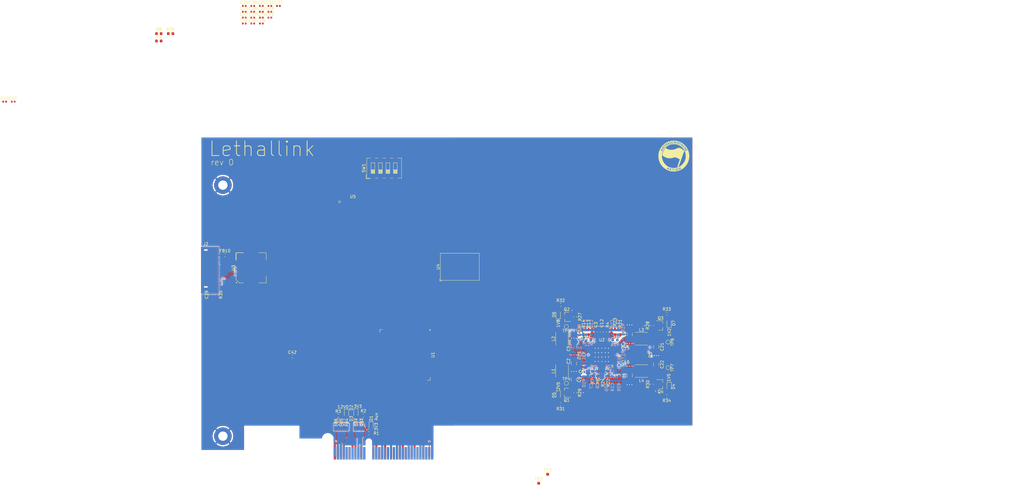
<source format=kicad_pcb>
(kicad_pcb (version 20171130) (host pcbnew 5.1.6)
  (title_block (title "lethallink PCIe DMA Engine and debugger") (date 2020-06-13) (rev 0) (company Aki))
  (layers (0 F.Cu mixed) (1 In1.Cu power) (2 In2.Cu mixed) (3 In3.Cu power) (4 In4.Cu power) (31 B.Cu mixed) (34 B.Paste user) (35 F.Paste user) (36 B.SilkS user) (37 F.SilkS user) (38 B.Mask user hide) (39 F.Mask user hide) (44 Edge.Cuts user))
  (net 0 "")
  (net 1 "Net-(J1-PadA19)")
  (net 2 "Net-(J1-PadB30)")
  (net 3 "Net-(J1-PadB17)")
  (net 4 /PRSNT#)
  (net 5 GND)
  (net 6 +3.3VA)
  (net 7 +3V3)
  (net 8 +12V)
  (net 9 "Net-(C3-Pad1)")
  (net 10 "Net-(C6-Pad1)")
  (net 11 "Net-(C7-Pad2)")
  (net 12 "Net-(C8-Pad2)")
  (net 13 "Net-(C8-Pad1)")
  (net 14 +2V5)
  (net 15 "Net-(C10-Pad1)")
  (net 16 "Net-(C11-Pad2)")
  (net 17 "Net-(C12-Pad2)")
  (net 18 "Net-(C13-Pad2)")
  (net 19 "Net-(C13-Pad1)")
  (net 20 +1V8)
  (net 21 "Net-(C15-Pad2)")
  (net 22 "Net-(C15-Pad1)")
  (net 23 "Net-(C16-Pad2)")
  (net 24 "Net-(C16-Pad1)")
  (net 25 "Net-(C17-Pad2)")
  (net 26 "Net-(C18-Pad1)")
  (net 27 "Net-(C19-Pad2)")
  (net 28 "Net-(C20-Pad1)")
  (net 29 +1V2)
  (net 30 +1V5)
  (net 31 "Net-(C39-Pad2)")
  (net 32 "Net-(D1-Pad2)")
  (net 33 "Net-(D2-Pad2)")
  (net 34 "Net-(D3-Pad2)")
  (net 35 "Net-(D4-Pad2)")
  (net 36 "Net-(D4-Pad1)")
  (net 37 "Net-(D5-Pad2)")
  (net 38 "Net-(D5-Pad1)")
  (net 39 "Net-(D6-Pad2)")
  (net 40 "Net-(D6-Pad1)")
  (net 41 "Net-(D7-Pad2)")
  (net 42 "Net-(D7-Pad1)")
  (net 43 "Net-(FB1-Pad1)")
  (net 44 "Net-(FB2-Pad2)")
  (net 45 "Net-(FB3-Pad2)")
  (net 46 "/PCIe Interface/RX3_N")
  (net 47 "/PCIe Interface/RX3_P")
  (net 48 "/PCIe Interface/RX2_N")
  (net 49 "/PCIe Interface/RX2_P")
  (net 50 "/PCIe Interface/RX1_N")
  (net 51 "/PCIe Interface/RX1_P")
  (net 52 "/PCIe Interface/TX3_N")
  (net 53 "/PCIe Interface/TX3_P")
  (net 54 "/PCIe Interface/TX2_N")
  (net 55 "/PCIe Interface/TX2_P")
  (net 56 "/PCIe Interface/TX1_N")
  (net 57 "/PCIe Interface/TX1_P")
  (net 58 "/PCIe Interface/TX0_N")
  (net 59 "/PCIe Interface/TX0_P")
  (net 60 "/AUX Control/CLKREQ#")
  (net 61 "/AUX Control/WAKE#")
  (net 62 "/AUX Control/PCIe_TRST#")
  (net 63 "/AUX Control/PCIe_SMDAT")
  (net 64 "/AUX Control/PCIe_SMCLK")
  (net 65 "/AUX Control/PCIe_TMS")
  (net 66 "/AUX Control/PERST#")
  (net 67 "/AUX Control/PCIe_TDI")
  (net 68 "/AUX Control/PCIe_TCK")
  (net 69 "/AUX Control/PCIe_TDO")
  (net 70 "/PCIe Interface/RX0_N")
  (net 71 "/PCIe Interface/REFCLK_N")
  (net 72 "/PCIe Interface/REFCLK_P")
  (net 73 "/PCIe Interface/RX0_P")
  (net 74 "Net-(J2-Pad4)")
  (net 75 "Net-(Q1-Pad1)")
  (net 76 "Net-(Q2-Pad1)")
  (net 77 "Net-(Q3-Pad1)")
  (net 78 "Net-(Q4-Pad1)")
  (net 79 "Net-(Q5-Pad5)")
  (net 80 "Net-(Q5-Pad2)")
  (net 81 "Net-(R4-Pad1)")
  (net 82 "Net-(R6-Pad1)")
  (net 83 "Net-(R10-Pad2)")
  (net 84 "Net-(R13-Pad2)")
  (net 85 "Net-(R15-Pad2)")
  (net 86 "Net-(R17-Pad2)")
  (net 87 "Net-(R18-Pad2)")
  (net 88 "Net-(R21-Pad1)")
  (net 89 "Net-(R22-Pad1)")
  (net 90 "Net-(U1-PadW20)")
  (net 91 "Net-(U1-PadU20)")
  (net 92 "Net-(U1-PadT20)")
  (net 93 "Net-(U1-PadR20)")
  (net 94 "Net-(U1-PadP20)")
  (net 95 "Net-(U1-PadN20)")
  (net 96 "Net-(U1-PadM20)")
  (net 97 "Net-(U1-PadL20)")
  (net 98 "Net-(U1-PadK20)")
  (net 99 "Net-(U1-PadJ20)")
  (net 100 "Net-(U1-PadH20)")
  (net 101 "Net-(U1-PadG20)")
  (net 102 "Net-(U1-PadF20)")
  (net 103 "Net-(U1-PadE20)")
  (net 104 "Net-(U1-PadD20)")
  (net 105 "Net-(U1-PadC20)")
  (net 106 "Net-(U1-PadB20)")
  (net 107 "Net-(U1-PadY19)")
  (net 108 "Net-(U1-PadU19)")
  (net 109 "Net-(U1-PadT19)")
  (net 110 "Net-(U1-PadP19)")
  (net 111 "Net-(U1-PadN19)")
  (net 112 "Net-(U1-PadM19)")
  (net 113 "Net-(U1-PadL19)")
  (net 114 "Net-(U1-PadK19)")
  (net 115 "Net-(U1-PadJ19)")
  (net 116 "Net-(U1-PadG19)")
  (net 117 "Net-(U1-PadF19)")
  (net 118 "Net-(U1-PadE19)")
  (net 119 "Net-(U1-PadD19)")
  (net 120 "Net-(U1-PadB19)")
  (net 121 "Net-(U1-PadA19)")
  (net 122 "Net-(U1-PadW18)")
  (net 123 "Net-(U1-PadV17)")
  (net 124 "Net-(U1-PadU18)")
  (net 125 "Net-(U1-PadT18)")
  (net 126 "Net-(U1-PadR18)")
  (net 127 "Net-(U1-PadP18)")
  (net 128 "Net-(U1-PadN18)")
  (net 129 "Net-(U1-PadM18)")
  (net 130 "Net-(U1-PadL18)")
  (net 131 "Net-(U1-PadK18)")
  (net 132 "Net-(U1-PadJ18)")
  (net 133 "Net-(U1-PadH18)")
  (net 134 "Net-(U1-PadG18)")
  (net 135 "Net-(U1-PadF18)")
  (net 136 "Net-(U1-PadE18)")
  (net 137 "Net-(U1-PadD18)")
  (net 138 "Net-(U1-PadC18)")
  (net 139 "Net-(U1-PadB18)")
  (net 140 "Net-(U1-PadA18)")
  (net 141 "Net-(U1-PadY17)")
  (net 142 "Net-(U1-PadW17)")
  (net 143 "Net-(U1-PadU17)")
  (net 144 "Net-(U1-PadT17)")
  (net 145 "Net-(U1-PadR17)")
  (net 146 "Net-(U1-PadP17)")
  (net 147 "Net-(U1-PadN17)")
  (net 148 "Net-(U1-PadM17)")
  (net 149 "Net-(U1-PadL17)")
  (net 150 "Net-(U1-PadK17)")
  (net 151 "Net-(U1-PadJ17)")
  (net 152 "Net-(U1-PadH17)")
  (net 153 "Net-(U1-PadF17)")
  (net 154 "Net-(U1-PadE17)")
  (net 155 "Net-(U1-PadD17)")
  (net 156 "Net-(U1-PadC17)")
  (net 157 "Net-(U1-PadB17)")
  (net 158 "Net-(U1-PadA17)")
  (net 159 "Net-(U1-PadY16)")
  (net 160 "Net-(U1-PadU16)")
  (net 161 "Net-(U1-PadT16)")
  (net 162 "Net-(U1-PadR16)")
  (net 163 "Net-(U1-PadP16)")
  (net 164 "Net-(U1-PadN16)")
  (net 165 "Net-(U1-PadL16)")
  (net 166 "Net-(U1-PadK16)")
  (net 167 "Net-(U1-PadJ16)")
  (net 168 "Net-(U1-PadH16)")
  (net 169 "Net-(U1-PadG16)")
  (net 170 "Net-(U1-PadF16)")
  (net 171 "Net-(U1-PadE16)")
  (net 172 "Net-(U1-PadD16)")
  (net 173 "Net-(U1-PadC16)")
  (net 174 "Net-(U1-PadB16)")
  (net 175 "Net-(U1-PadA16)")
  (net 176 "Net-(U1-PadY15)")
  (net 177 "Net-(U1-PadF15)")
  (net 178 "Net-(U1-PadL14)")
  (net 179 "Net-(U1-PadH14)")
  (net 180 "Net-(U1-PadE15)")
  (net 181 "Net-(U1-PadD15)")
  (net 182 "Net-(U1-PadC15)")
  (net 183 "Net-(U1-PadB15)")
  (net 184 "Net-(U1-PadA15)")
  (net 185 "Net-(U1-PadY14)")
  (net 186 "Net-(U1-PadW14)")
  (net 187 "Net-(U1-PadT14)")
  (net 188 "Net-(U1-PadE14)")
  (net 189 "Net-(U1-PadD14)")
  (net 190 "Net-(U1-PadC14)")
  (net 191 "Net-(U1-PadA14)")
  (net 192 "Net-(U1-PadW13)")
  (net 193 "Net-(U1-PadT13)")
  (net 194 "Net-(U1-PadE13)")
  (net 195 "Net-(U1-PadD13)")
  (net 196 "Net-(U1-PadC13)")
  (net 197 "Net-(U1-PadB13)")
  (net 198 "Net-(U1-PadA13)")
  (net 199 "Net-(U1-PadY12)")
  (net 200 "Net-(U1-PadT12)")
  (net 201 "Net-(U1-PadF11)")
  (net 202 "Net-(U1-PadE12)")
  (net 203 "Net-(U1-PadD12)")
  (net 204 "Net-(U1-PadC12)")
  (net 205 "Net-(U1-PadB12)")
  (net 206 "Net-(U1-PadA12)")
  (net 207 "Net-(U1-PadY11)")
  (net 208 "Net-(U1-PadW11)")
  (net 209 "Net-(U1-PadV10)")
  (net 210 "Net-(U1-PadT11)")
  (net 211 "Net-(U1-PadE11)")
  (net 212 "Net-(U1-PadD11)")
  (net 213 "Net-(U1-PadC11)")
  (net 214 "Net-(U1-PadB11)")
  (net 215 "Net-(U1-PadA11)")
  (net 216 "Net-(U1-PadW10)")
  (net 217 "Net-(U1-PadT10)")
  (net 218 "Net-(U1-PadF10)")
  (net 219 "Net-(U1-PadE10)")
  (net 220 "Net-(U1-PadD10)")
  (net 221 "Net-(U1-PadC10)")
  (net 222 "Net-(U1-PadB10)")
  (net 223 "Net-(U1-PadA10)")
  (net 224 "Net-(U1-PadW9)")
  (net 225 "Net-(U1-PadT9)")
  (net 226 "Net-(U1-PadE9)")
  (net 227 "Net-(U1-PadD9)")
  (net 228 "Net-(U1-PadC9)")
  (net 229 "Net-(U1-PadB9)")
  (net 230 "Net-(U1-PadA9)")
  (net 231 "Net-(U1-PadY8)")
  (net 232 "Net-(U1-PadW8)")
  (net 233 "Net-(U1-PadT8)")
  (net 234 "Net-(U1-PadE8)")
  (net 235 "Net-(U1-PadD8)")
  (net 236 "Net-(U1-PadC8)")
  (net 237 "Net-(U1-PadB8)")
  (net 238 "Net-(U1-PadA8)")
  (net 239 "Net-(U1-PadY7)")
  (net 240 "Net-(U1-PadT7)")
  (net 241 "Net-(U1-PadL6)")
  (net 242 "Net-(U1-PadH6)")
  (net 243 "Net-(U1-PadE7)")
  (net 244 "Net-(U1-PadD7)")
  (net 245 "Net-(U1-PadC7)")
  (net 246 "Net-(U1-PadA7)")
  (net 247 "Net-(U1-PadY6)")
  (net 248 "Net-(U1-PadE6)")
  (net 249 "Net-(U1-PadD6)")
  (net 250 "Net-(U1-PadC6)")
  (net 251 "Net-(U1-PadB6)")
  (net 252 "Net-(U1-PadA6)")
  (net 253 "Net-(U1-PadY5)")
  (net 254 "Net-(U1-PadW5)")
  (net 255 "Net-(U1-PadU5)")
  (net 256 "Net-(U1-PadT5)")
  (net 257 "Net-(U1-PadR5)")
  (net 258 "Net-(U1-PadP5)")
  (net 259 "Net-(U1-PadN5)")
  (net 260 "Net-(U1-PadM5)")
  (net 261 "Net-(U1-PadL5)")
  (net 262 "Net-(U1-PadK5)")
  (net 263 "Net-(U1-PadJ5)")
  (net 264 "Net-(U1-PadH5)")
  (net 265 "Net-(U1-PadG5)")
  (net 266 "Net-(U1-PadF5)")
  (net 267 "Net-(U1-PadE5)")
  (net 268 "Net-(U1-PadD5)")
  (net 269 "Net-(U1-PadC5)")
  (net 270 "Net-(U1-PadB5)")
  (net 271 "Net-(U1-PadA5)")
  (net 272 "Net-(U1-PadW4)")
  (net 273 "Net-(U1-PadV4)")
  (net 274 "Net-(U1-PadP4)")
  (net 275 "Net-(U1-PadN4)")
  (net 276 "Net-(U1-PadM4)")
  (net 277 "Net-(U1-PadL4)")
  (net 278 "Net-(U1-PadK4)")
  (net 279 "Net-(U1-PadJ4)")
  (net 280 "Net-(U1-PadH4)")
  (net 281 "Net-(U1-PadF4)")
  (net 282 "Net-(U1-PadE4)")
  (net 283 "Net-(U1-PadC4)")
  (net 284 "Net-(U1-PadB4)")
  (net 285 "Net-(U1-PadA4)")
  (net 286 "Net-(U1-PadY3)")
  (net 287 "Net-(U1-PadW3)")
  (net 288 "Net-(U1-PadV3)")
  (net 289 "Net-(U1-PadU3)")
  (net 290 "Net-(U1-PadT3)")
  (net 291 "Net-(U1-PadR3)")
  (net 292 "Net-(U1-PadP3)")
  (net 293 "Net-(U1-PadN3)")
  (net 294 "Net-(U1-PadM3)")
  (net 295 "Net-(U1-PadL3)")
  (net 296 "Net-(U1-PadK3)")
  (net 297 "Net-(U1-PadJ3)")
  (net 298 "Net-(U1-PadH3)")
  (net 299 "Net-(U1-PadG3)")
  (net 300 "Net-(U1-PadF3)")
  (net 301 "Net-(U1-PadE3)")
  (net 302 "Net-(U1-PadD3)")
  (net 303 "Net-(U1-PadC3)")
  (net 304 "Net-(U1-PadB3)")
  (net 305 "Net-(U1-PadA3)")
  (net 306 "Net-(U1-PadY2)")
  (net 307 "Net-(U1-PadW2)")
  (net 308 "Net-(U1-PadV2)")
  (net 309 "Net-(U1-PadU2)")
  (net 310 "Net-(U1-PadT2)")
  (net 311 "Net-(U1-PadR2)")
  (net 312 "Net-(U1-PadP2)")
  (net 313 "Net-(U1-PadN2)")
  (net 314 "Net-(U1-PadL2)")
  (net 315 "Net-(U1-PadK2)")
  (net 316 "Net-(U1-PadH2)")
  (net 317 "Net-(U1-PadG2)")
  (net 318 "Net-(U1-PadF2)")
  (net 319 "Net-(U1-PadE2)")
  (net 320 "Net-(U1-PadD2)")
  (net 321 "Net-(U1-PadC2)")
  (net 322 "Net-(U1-PadB2)")
  (net 323 "Net-(U1-PadA2)")
  (net 324 "Net-(U1-PadW1)")
  (net 325 "Net-(U1-PadV1)")
  (net 326 "Net-(U1-PadU1)")
  (net 327 "Net-(U1-PadT1)")
  (net 328 "Net-(U1-PadR1)")
  (net 329 "Net-(U1-PadP1)")
  (net 330 "Net-(U1-PadN1)")
  (net 331 "Net-(U1-PadM1)")
  (net 332 "Net-(U1-PadL1)")
  (net 333 "Net-(U1-PadK1)")
  (net 334 "Net-(U1-PadJ1)")
  (net 335 "Net-(U1-PadH1)")
  (net 336 "Net-(U1-PadG1)")
  (net 337 "Net-(U1-PadF1)")
  (net 338 "Net-(U1-PadE1)")
  (net 339 "Net-(U1-PadD1)")
  (net 340 "Net-(U1-PadC1)")
  (net 341 "Net-(U1-PadB1)")
  (net 342 "Net-(U2-Pad20)")
  (net 343 "Net-(U2-Pad19)")
  (net 344 "Net-(U2-Pad18)")
  (net 345 "Net-(U2-Pad17)")
  (net 346 "Net-(U2-Pad13)")
  (net 347 "Net-(U3-PadK11)")
  (net 348 "Net-(U3-PadH11)")
  (net 349 "Net-(U3-PadD11)")
  (net 350 "Net-(U3-PadC11)")
  (net 351 "Net-(U3-PadB11)")
  (net 352 "Net-(U3-PadA11)")
  (net 353 "Net-(U3-PadL10)")
  (net 354 "Net-(U3-PadK10)")
  (net 355 "Net-(U3-PadJ10)")
  (net 356 "Net-(U3-PadH10)")
  (net 357 "Net-(U3-PadG10)")
  (net 358 "Net-(U3-PadF10)")
  (net 359 "Net-(U3-PadE10)")
  (net 360 "Net-(U3-PadD10)")
  (net 361 "Net-(U3-PadC10)")
  (net 362 "Net-(U3-PadL9)")
  (net 363 "Net-(U3-PadK9)")
  (net 364 "Net-(U3-PadJ9)")
  (net 365 "Net-(U3-PadH9)")
  (net 366 "Net-(U3-PadG9)")
  (net 367 "Net-(U3-PadF9)")
  (net 368 "Net-(U3-PadD9)")
  (net 369 "Net-(U3-PadC9)")
  (net 370 "Net-(U3-PadL8)")
  (net 371 "Net-(U3-PadK8)")
  (net 372 "Net-(U3-PadJ8)")
  (net 373 "Net-(U3-PadH8)")
  (net 374 "Net-(U3-PadG8)")
  (net 375 "Net-(U3-PadF8)")
  (net 376 "Net-(U3-PadE8)")
  (net 377 "Net-(U3-PadC8)")
  (net 378 "Net-(U3-PadK7)")
  (net 379 "Net-(U3-PadJ7)")
  (net 380 "Net-(U3-PadH7)")
  (net 381 "Net-(U3-PadG7)")
  (net 382 "Net-(U3-PadF7)")
  (net 383 "Net-(U3-PadE7)")
  (net 384 "Net-(U3-PadD7)")
  (net 385 "Net-(U3-PadC7)")
  (net 386 "Net-(U3-PadA7)")
  (net 387 "Net-(U3-PadK6)")
  (net 388 "Net-(U3-PadJ6)")
  (net 389 "Net-(U3-PadH6)")
  (net 390 "Net-(U3-PadG6)")
  (net 391 "Net-(U3-PadF6)")
  (net 392 "Net-(U3-PadE6)")
  (net 393 "Net-(U3-PadD6)")
  (net 394 "Net-(U3-PadC6)")
  (net 395 "Net-(U3-PadB6)")
  (net 396 "Net-(U3-PadK5)")
  (net 397 "Net-(U3-PadJ5)")
  (net 398 "Net-(U3-PadH5)")
  (net 399 "Net-(U3-PadG5)")
  (net 400 "Net-(U3-PadF5)")
  (net 401 "Net-(U3-PadE5)")
  (net 402 "Net-(U3-PadD5)")
  (net 403 "Net-(U3-PadC5)")
  (net 404 "Net-(U3-PadB5)")
  (net 405 "Net-(U3-PadL4)")
  (net 406 "Net-(U3-PadJ4)")
  (net 407 "Net-(U3-PadH4)")
  (net 408 "Net-(U3-PadG4)")
  (net 409 "Net-(U3-PadF4)")
  (net 410 "Net-(U3-PadE4)")
  (net 411 "Net-(U3-PadD4)")
  (net 412 "Net-(U3-PadC4)")
  (net 413 "Net-(U3-PadB4)")
  (net 414 "Net-(U3-PadJ3)")
  (net 415 "Net-(U3-PadH3)")
  (net 416 "Net-(U3-PadG3)")
  (net 417 "Net-(U3-PadF3)")
  (net 418 "Net-(U3-PadE3)")
  (net 419 "Net-(U3-PadD3)")
  (net 420 "Net-(U3-PadB3)")
  (net 421 "Net-(U3-PadK2)")
  (net 422 "Net-(U3-PadJ2)")
  (net 423 "Net-(U3-PadH2)")
  (net 424 "Net-(U3-PadG2)")
  (net 425 "Net-(U3-PadF2)")
  (net 426 "Net-(U3-PadD2)")
  (net 427 "Net-(U3-PadC2)")
  (net 428 "Net-(U3-PadB2)")
  (net 429 "Net-(U3-PadA2)")
  (net 430 "Net-(U3-PadK1)")
  (net 431 "Net-(U3-PadJ1)")
  (net 432 "Net-(U3-PadF1)")
  (net 433 "Net-(U3-PadE1)")
  (net 434 "Net-(U3-PadD1)")
  (net 435 "Net-(U3-PadC1)")
  (net 436 "Net-(U3-PadB1)")
  (net 437 "Net-(R8-Pad2)")
  (net 438 "Net-(R9-Pad2)")
  (net 439 "Net-(R36-Pad2)")
  (net 440 "Net-(SW1-Pad8)")
  (net 441 "Net-(SW1-Pad1)")
  (net 442 "Net-(U4-PadA9)")
  (net 443 "Net-(U4-PadT8)")
  (net 444 "Net-(U4-PadT7)")
  (net 445 "Net-(U4-PadT3)")
  (net 446 "Net-(U4-PadT2)")
  (net 447 "Net-(U4-PadB2)")
  (net 448 "Net-(U4-PadR8)")
  (net 449 "Net-(U4-PadR7)")
  (net 450 "Net-(U4-PadR3)")
  (net 451 "Net-(U4-PadR2)")
  (net 452 "Net-(U4-PadP8)")
  (net 453 "Net-(U4-PadP7)")
  (net 454 "Net-(U4-PadP3)")
  (net 455 "Net-(U4-PadP2)")
  (net 456 "Net-(U4-PadN8)")
  (net 457 "Net-(U4-PadN7)")
  (net 458 "Net-(U4-PadN3)")
  (net 459 "Net-(U4-PadN2)")
  (net 460 "Net-(U4-PadM8)")
  (net 461 "Net-(U4-PadM7)")
  (net 462 "Net-(U4-PadM3)")
  (net 463 "Net-(U4-PadM2)")
  (net 464 "Net-(U4-PadL9)")
  (net 465 "Net-(U4-PadL8)")
  (net 466 "Net-(U4-PadL7)")
  (net 467 "Net-(U4-PadL3)")
  (net 468 "Net-(U4-PadL2)")
  (net 469 "Net-(U4-PadL1)")
  (net 470 "Net-(U4-PadK9)")
  (net 471 "Net-(U4-PadK7)")
  (net 472 "Net-(U4-PadK3)")
  (net 473 "Net-(U4-PadK1)")
  (net 474 "Net-(U4-PadJ9)")
  (net 475 "Net-(U4-PadJ7)")
  (net 476 "Net-(U4-PadJ3)")
  (net 477 "Net-(U4-PadJ1)")
  (net 478 "Net-(U4-PadA1)")
  (net 479 "Net-(U4-PadH8)")
  (net 480 "Net-(U4-PadH7)")
  (net 481 "Net-(U4-PadH3)")
  (net 482 "Net-(U4-PadH1)")
  (net 483 "Net-(U4-PadB1)")
  (net 484 "Net-(U4-PadG3)")
  (net 485 "Net-(U4-PadG2)")
  (net 486 "Net-(U4-PadF8)")
  (net 487 "Net-(U4-PadF7)")
  (net 488 "Net-(U4-PadF3)")
  (net 489 "Net-(U4-PadF2)")
  (net 490 "Net-(U4-PadE7)")
  (net 491 "Net-(U4-PadE3)")
  (net 492 "Net-(U4-PadD7)")
  (net 493 "Net-(U4-PadD3)")
  (net 494 "Net-(U4-PadC8)")
  (net 495 "Net-(U4-PadC7)")
  (net 496 "Net-(U4-PadC3)")
  (net 497 "Net-(U4-PadC2)")
  (net 498 "Net-(U4-PadB8)")
  (net 499 "Net-(U4-PadB7)")
  (net 500 "Net-(U4-PadA7)")
  (net 501 "Net-(U4-PadA3)")
  (net 502 "Net-(U4-PadA2)")
  (net 503 "Net-(U5-Pad7)")
  (net 504 "Net-(U5-Pad5)")
  (net 505 "Net-(U5-Pad6)")
  (net 506 "Net-(U5-Pad3)")
  (net 507 "Net-(U5-Pad2)")
  (net 508 "Net-(U5-Pad1)")
  (net 509 "/USB3 Interface/VBUS")
  (net 510 "/IC Power/VBUS")
  (net 511 "/USB3 Interface/D+")
  (net 512 "/USB3 Interface/SSTX-")
  (net 513 "/USB3 Interface/SSRX+")
  (net 514 "/USB3 Interface/SSRX-")
  (net 515 "/USB3 Interface/SSTX+")
  (net 516 "/USB3 Interface/D-")
  (module Fiducial:Fiducial_0.5mm_Mask1mm (layer F.Cu) (at 97.55 66)
    (fp_text reference FID5 hide)
    (fp_text value Fiducial hide)
    (pad "" smd circle (at 0 0) (size 0.5 0.5) (layers F.Cu F.Mask) (clearance 0.25))
  )
  (module Fiducial:Fiducial_0.5mm_Mask1mm (layer F.Cu) (at 63.55 36.75)
    (fp_text reference FID4 hide)
    (fp_text value Fiducial hide)
    (pad "" smd circle (at 0 0) (size 0.5 0.5) (layers F.Cu F.Mask) (clearance 0.25))
  )
  (module Fiducial:Fiducial_0.5mm_Mask1mm (layer F.Cu) (at 96.25 80.6)
    (fp_text reference FID3 hide)
    (fp_text value Fiducial hide)
    (pad "" smd circle (at 0 0) (size 0.5 0.5) (layers F.Cu F.Mask) (clearance 0.25))
  )
  (module Fiducial:Fiducial_0.5mm_Mask1mm (layer F.Cu) (at 149.9 85)
    (fp_text reference FID2 hide)
    (fp_text value Fiducial hide)
    (pad "" smd circle (at 0 0) (size 0.5 0.5) (layers F.Cu F.Mask) (clearance 0.25))
  )
  (module Fiducial:Fiducial_0.5mm_Mask1mm (layer F.Cu) (at 28.75 66.05)
    (fp_text reference FID1 hide)
    (fp_text value Fiducial hide)
    (pad "" smd circle (at 0 0) (size 0.5 0.5) (layers F.Cu F.Mask) (clearance 0.25))
  )
  (module lethalbit-pcie:PCIe-x4-Card-FH (layer F.Cu) (at 62.45 126.85)
    (fp_text reference J1 hide)
    (fp_text value PCIe-x4 hide)
    (fp_line (start 34.3 -12.75) (end 41 -12.75) (layer Edge.Cuts) (width 0.01))
    (fp_line (start 0.5 0) (end 0 -0.5) (layer Edge.Cuts) (width 0.01))
    (fp_line (start 0.5 0) (end 10.7 0) (layer Edge.Cuts) (width 0.01))
    (fp_line (start 0 -0.5) (end 0 -8.4) (layer Edge.Cuts) (width 0.01))
    (fp_line (start 11.2 -0.5) (end 11.2 -7.45) (layer Edge.Cuts) (width 0.01))
    (fp_line (start 10.7 0) (end 11.2 -0.5) (layer Edge.Cuts) (width 0.01))
    (fp_line (start 13.1 -0.5) (end 13.1 -7.45) (layer Edge.Cuts) (width 0.01))
    (fp_line (start 13.6 0) (end 13.1 -0.5) (layer Edge.Cuts) (width 0.01))
    (fp_line (start 33.8 0) (end 13.6 0) (layer Edge.Cuts) (width 0.01))
    (fp_line (start -3.65 -4.5) (end -3.65 -8.4) (layer Edge.Cuts) (width 0.01))
    (fp_line (start -3.65 -4.5) (end -11.65 -4.5) (layer Edge.Cuts) (width 0.01))
    (fp_line (start -11.65 -4.5) (end -11.65 -12.75) (layer Edge.Cuts) (width 0.01))
    (fp_line (start -11.65 -12.75) (end -30.1 -12.75) (layer Edge.Cuts) (width 0.01))
    (fp_line (start -30.1 -12.75) (end -30.1 -4.5) (layer Edge.Cuts) (width 0.01))
    (fp_line (start -30.1 -4.5) (end -45 -4.5) (layer Edge.Cuts) (width 0.01))
    (fp_line (start -45 -4.5) (end -45 -111.15) (layer Edge.Cuts) (width 0.01))
    (fp_line (start 34.3 -0.5) (end 34.3 -12.75) (layer Edge.Cuts) (width 0.01))
    (fp_line (start 33.8 0) (end 34.3 -0.5) (layer Edge.Cuts) (width 0.01))
    (fp_line (start -45 -111.15) (end 41 -111.15) (layer Edge.Cuts) (width 0.01))
    (fp_arc (start -1.825 -8.4) (end 0 -8.4) (angle -180) (layer Edge.Cuts) (width 0.01))
    (fp_arc (start 12.15 -7.45) (end 13.1 -7.45) (angle -180) (layer Edge.Cuts) (width 0.01))
    (pad G1 thru_hole circle (at -37.5 -94.75) (size 6 6) (drill 3.18) (layers *.Cu *.Mask) (net 5 GND))
    (pad A32 smd rect (at 33.7 -3.5) (size 0.7 4.2) (layers B.Cu) (net 5 GND))
    (pad A31 smd rect (at 32.7 -3.5) (size 0.7 4.2) (layers B.Cu) (net 46 "/PCIe Interface/RX3_N"))
    (pad A30 smd rect (at 31.7 -3.5) (size 0.7 4.2) (layers B.Cu) (net 47 "/PCIe Interface/RX3_P"))
    (pad A29 smd rect (at 30.7 -3.5) (size 0.7 4.2) (layers B.Cu) (net 5 GND))
    (pad A28 smd rect (at 29.7 -3.5) (size 0.7 4.2) (layers B.Cu) (net 5 GND))
    (pad A27 smd rect (at 28.7 -3.5) (size 0.7 4.2) (layers B.Cu) (net 48 "/PCIe Interface/RX2_N"))
    (pad A26 smd rect (at 27.7 -3.5) (size 0.7 4.2) (layers B.Cu) (net 49 "/PCIe Interface/RX2_P"))
    (pad A25 smd rect (at 26.7 -3.5) (size 0.7 4.2) (layers B.Cu) (net 5 GND))
    (pad A24 smd rect (at 25.7 -3.5) (size 0.7 4.2) (layers B.Cu) (net 5 GND))
    (pad A23 smd rect (at 24.7 -3.5) (size 0.7 4.2) (layers B.Cu) (net 50 "/PCIe Interface/RX1_N"))
    (pad A22 smd rect (at 23.7 -3.5) (size 0.7 4.2) (layers B.Cu) (net 51 "/PCIe Interface/RX1_P"))
    (pad A21 smd rect (at 22.7 -3.5) (size 0.7 4.2) (layers B.Cu) (net 5 GND))
    (pad A20 smd rect (at 21.7 -3.5) (size 0.7 4.2) (layers B.Cu) (net 5 GND))
    (pad A19 smd rect (at 20.7 -3.5) (size 0.7 4.2) (layers B.Cu) (net 1 "Net-(J1-PadA19)"))
    (pad B32 smd rect (at 33.7 -3.5) (size 0.7 4.2) (layers F.Cu) (net 5 GND))
    (pad B31 smd rect (at 32.7 -4) (size 0.7 3.2) (layers F.Cu) (net 4 /PRSNT#))
    (pad B30 smd rect (at 31.7 -3.5) (size 0.7 4.2) (layers F.Cu) (net 2 "Net-(J1-PadB30)"))
    (pad B29 smd rect (at 30.7 -3.5) (size 0.7 4.2) (layers F.Cu) (net 5 GND))
    (pad B28 smd rect (at 29.7 -3.5) (size 0.7 4.2) (layers F.Cu) (net 52 "/PCIe Interface/TX3_N"))
    (pad B27 smd rect (at 28.7 -3.5) (size 0.7 4.2) (layers F.Cu) (net 53 "/PCIe Interface/TX3_P"))
    (pad B26 smd rect (at 27.7 -3.5) (size 0.7 4.2) (layers F.Cu) (net 5 GND))
    (pad B25 smd rect (at 26.7 -3.5) (size 0.7 4.2) (layers F.Cu) (net 5 GND))
    (pad B24 smd rect (at 25.7 -3.5) (size 0.7 4.2) (layers F.Cu) (net 54 "/PCIe Interface/TX2_N"))
    (pad B23 smd rect (at 24.7 -3.5) (size 0.7 4.2) (layers F.Cu) (net 55 "/PCIe Interface/TX2_P"))
    (pad B22 smd rect (at 23.7 -3.5) (size 0.7 4.2) (layers F.Cu) (net 5 GND))
    (pad B21 smd rect (at 22.7 -3.5) (size 0.7 4.2) (layers F.Cu) (net 5 GND))
    (pad B20 smd rect (at 21.7 -3.5) (size 0.7 4.2) (layers F.Cu) (net 56 "/PCIe Interface/TX1_N"))
    (pad B19 smd rect (at 20.7 -3.5) (size 0.7 4.2) (layers F.Cu) (net 57 "/PCIe Interface/TX1_P"))
    (pad B18 smd rect (at 19.7 -3.5) (size 0.7 4.2) (layers F.Cu) (net 5 GND))
    (pad B15 smd rect (at 16.7 -3.5) (size 0.7 4.2) (layers F.Cu) (net 58 "/PCIe Interface/TX0_N"))
    (pad B16 smd rect (at 17.7 -3.5) (size 0.7 4.2) (layers F.Cu) (net 5 GND))
    (pad B17 smd rect (at 18.7 -4) (size 0.7 3.2) (layers F.Cu) (net 3 "Net-(J1-PadB17)"))
    (pad B14 smd rect (at 15.7 -3.5) (size 0.7 4.2) (layers F.Cu) (net 59 "/PCIe Interface/TX0_P"))
    (pad B13 smd rect (at 14.7 -3.5) (size 0.7 4.2) (layers F.Cu) (net 5 GND))
    (pad B12 smd rect (at 13.7 -3.5) (size 0.7 4.2) (layers F.Cu) (net 60 "/AUX Control/CLKREQ#"))
    (pad B11 smd rect (at 10.6 -3.5) (size 0.7 4.2) (layers F.Cu) (net 61 "/AUX Control/WAKE#"))
    (pad B10 smd rect (at 9.6 -3.5) (size 0.7 4.2) (layers F.Cu) (net 45 "Net-(FB3-Pad2)"))
    (pad B9 smd rect (at 8.6 -3.5) (size 0.7 4.2) (layers F.Cu) (net 62 "/AUX Control/PCIe_TRST#"))
    (pad B8 smd rect (at 7.6 -3.5) (size 0.7 4.2) (layers F.Cu) (net 44 "Net-(FB2-Pad2)"))
    (pad B7 smd rect (at 6.6 -3.5) (size 0.7 4.2) (layers F.Cu) (net 5 GND))
    (pad B6 smd rect (at 5.6 -3.5) (size 0.7 4.2) (layers F.Cu) (net 63 "/AUX Control/PCIe_SMDAT"))
    (pad B5 smd rect (at 4.6 -3.5) (size 0.7 4.2) (layers F.Cu) (net 64 "/AUX Control/PCIe_SMCLK"))
    (pad B4 smd rect (at 3.6 -3.5) (size 0.7 4.2) (layers F.Cu) (net 5 GND))
    (pad B3 smd rect (at 2.6 -3.5) (size 0.7 4.2) (layers F.Cu) (net 43 "Net-(FB1-Pad1)"))
    (pad B2 smd rect (at 1.6 -3.5) (size 0.7 4.2) (layers F.Cu) (net 43 "Net-(FB1-Pad1)"))
    (pad B1 smd rect (at 0.6 -3.5) (size 0.7 4.2) (layers F.Cu) (net 43 "Net-(FB1-Pad1)"))
    (pad G2 thru_hole circle (at -37.5 -9.35) (size 6 6) (drill 3.18) (layers *.Cu *.Mask) (net 5 GND))
    (pad A3 smd rect (at 2.6 -3.5) (size 0.7 4.2) (layers B.Cu) (net 43 "Net-(FB1-Pad1)"))
    (pad A2 smd rect (at 1.6 -3.5) (size 0.7 4.2) (layers B.Cu) (net 43 "Net-(FB1-Pad1)"))
    (pad A1 smd rect (at 0.6 -4) (size 0.7 3.2) (layers B.Cu) (net 4 /PRSNT#))
    (pad A8 smd rect (at 7.6 -3.5) (size 0.7 4.2) (layers B.Cu) (net 65 "/AUX Control/PCIe_TMS"))
    (pad A10 smd rect (at 9.6 -3.5) (size 0.7 4.2) (layers B.Cu) (net 44 "Net-(FB2-Pad2)"))
    (pad A11 smd rect (at 10.6 -3.5) (size 0.7 4.2) (layers B.Cu) (net 66 "/AUX Control/PERST#"))
    (pad A6 smd rect (at 5.6 -3.5) (size 0.7 4.2) (layers B.Cu) (net 67 "/AUX Control/PCIe_TDI"))
    (pad A5 smd rect (at 4.6 -3.5) (size 0.7 4.2) (layers B.Cu) (net 68 "/AUX Control/PCIe_TCK"))
    (pad A4 smd rect (at 3.6 -3.5) (size 0.7 4.2) (layers B.Cu) (net 5 GND))
    (pad A7 smd rect (at 6.6 -3.5) (size 0.7 4.2) (layers B.Cu) (net 69 "/AUX Control/PCIe_TDO"))
    (pad A9 smd rect (at 8.6 -3.5) (size 0.7 4.2) (layers B.Cu) (net 44 "Net-(FB2-Pad2)"))
    (pad A15 smd rect (at 16.7 -3.5) (size 0.7 4.2) (layers B.Cu) (net 5 GND))
    (pad A17 smd rect (at 18.7 -3.5) (size 0.7 4.2) (layers B.Cu) (net 70 "/PCIe Interface/RX0_N"))
    (pad A14 smd rect (at 15.7 -3.5) (size 0.7 4.2) (layers B.Cu) (net 71 "/PCIe Interface/REFCLK_N"))
    (pad A13 smd rect (at 14.7 -3.5) (size 0.7 4.2) (layers B.Cu) (net 72 "/PCIe Interface/REFCLK_P"))
    (pad A16 smd rect (at 17.7 -3.5) (size 0.7 4.2) (layers B.Cu) (net 73 "/PCIe Interface/RX0_P"))
    (pad A12 smd rect (at 13.7 -3.5) (size 0.7 4.2) (layers B.Cu) (net 5 GND))
    (pad A18 smd rect (at 19.7 -3.5) (size 0.7 4.2) (layers B.Cu) (net 5 GND))
  )
  (module Resistor_SMD:R_0603_1608Metric (layer F.Cu) (at 25.65 55.95 180)
    (fp_text reference FB10 (at 0 1.5) (layer F.SilkS))
    (fp_text value "220 @ 100Mhz")
    (pad 2 smd roundrect (at 0.7875 0 180) (size 0.875 0.95) (layers F.Cu F.Paste F.Mask) (net 509 "/USB3 Interface/VBUS"))
    (pad 1 smd roundrect (at -0.7875 0 180) (size 0.875 0.95) (layers F.Cu F.Paste F.Mask) (net 510 "/IC Power/VBUS"))
  )
  (module Capacitor_SMD:C_0603_1608Metric (layer F.Cu) (at 48.565001 90.405001)
    (fp_text reference C42 (at 0 -1.43) (layer F.SilkS))
    (fp_text value 0.1uF)
    (pad 2 smd roundrect (at 0.7875 0) (size 0.875 0.95) (layers F.Cu F.Paste F.Mask) (net 7 +3V3))
    (pad 1 smd roundrect (at -0.7875 0) (size 0.875 0.95) (layers F.Cu F.Paste F.Mask) (net 5 GND))
  )
  (module TestPoint:TestPoint_Pad_D1.0mm (layer F.Cu) (at 176.4 94.2 270)
    (fp_text reference TP7 (at 0 -1.448 90) (layer F.SilkS))
    (fp_text value 1v5)
    (pad 1 smd circle (at 0 0 270) (size 1 1) (layers F.Cu F.Mask) (net 30 +1V5))
  )
  (module TestPoint:TestPoint_Pad_D1.0mm (layer F.Cu) (at 176.4 85.5 270)
    (fp_text reference TP6 (at 0 -1.448 90) (layer F.SilkS))
    (fp_text value 1v2)
    (pad 1 smd circle (at 0 0 270) (size 1 1) (layers F.Cu F.Mask) (net 29 +1V2))
  )
  (module TestPoint:TestPoint_Pad_D1.0mm (layer F.Cu) (at 141.8 80.2 180)
    (fp_text reference TP5 (at 0 -1.448) (layer F.SilkS))
    (fp_text value 1v8)
    (pad 1 smd circle (at 0 0 180) (size 1 1) (layers F.Cu F.Mask) (net 20 +1V8))
  )
  (module TestPoint:TestPoint_Pad_D1.0mm (layer F.Cu) (at 141.8 99.5)
    (fp_text reference TP4 (at 0 -1.448) (layer F.SilkS))
    (fp_text value 2v5)
    (pad 1 smd circle (at 0 0) (size 1 1) (layers F.Cu F.Mask) (net 14 +2V5))
  )
  (module TestPoint:TestPoint_Pad_D1.0mm (layer F.Cu) (at 135.425001 130.475001)
    (fp_text reference TP3 (at 0 -1.448) (layer F.SilkS))
    (fp_text value "3v3 Aux")
    (pad 1 smd circle (at 0 0) (size 1 1) (layers F.Cu F.Mask) (net 6 +3.3VA))
  )
  (module TestPoint:TestPoint_Pad_D1.0mm (layer F.Cu) (at 132.375001 133.525001)
    (fp_text reference TP2 (at 0 -1.448) (layer F.SilkS))
    (fp_text value 3v3)
    (pad 1 smd circle (at 0 0) (size 1 1) (layers F.Cu F.Mask) (net 7 +3V3))
  )
  (module TestPoint:TestPoint_Pad_D1.0mm (layer F.Cu) (at 147.6 89.85 90)
    (fp_text reference TP1 (at 0 -1.448 90) (layer F.SilkS))
    (fp_text value 12v0)
    (pad 1 smd circle (at 0 0 90) (size 1 1) (layers F.Cu F.Mask) (net 8 +12V))
  )
  (module Resistor_SMD:R_0603_1608Metric (layer F.Cu) (at 64.15 110.5)
    (fp_text reference R3 (at 0 -1.43) (layer F.SilkS))
    (fp_text value 1k74)
    (pad 2 smd roundrect (at 0.7875 0) (size 0.875 0.95) (layers F.Cu F.Paste F.Mask) (net 34 "Net-(D3-Pad2)"))
    (pad 1 smd roundrect (at -0.7875 0) (size 0.875 0.95) (layers F.Cu F.Paste F.Mask) (net 8 +12V))
  )
  (module Resistor_SMD:R_0603_1608Metric (layer F.Cu) (at 72.05 115.75 270)
    (fp_text reference FB3 (at -2.9 0 90) (layer F.SilkS))
    (fp_text value "220 @ 100Mhz")
    (pad 2 smd roundrect (at 0.7875 0 270) (size 0.875 0.95) (layers F.Cu F.Paste F.Mask) (net 45 "Net-(FB3-Pad2)"))
    (pad 1 smd roundrect (at -0.7875 0 270) (size 0.875 0.95) (layers F.Cu F.Paste F.Mask) (net 6 +3.3VA))
  )
  (module Resistor_SMD:R_0603_1608Metric (layer B.Cu) (at 72.25 115.75 270)
    (fp_text reference FB9 (at -3.025001 0.015001 90) (layer B.SilkS) (effects (justify mirror)))
    (fp_text value "220 @ 100Mhz")
    (pad 2 smd roundrect (at 0.7875 0 270) (size 0.875 0.95) (layers B.Cu B.Paste B.Mask) (net 44 "Net-(FB2-Pad2)"))
    (pad 1 smd roundrect (at -0.7875 0 270) (size 0.875 0.95) (layers B.Cu B.Paste B.Mask) (net 7 +3V3))
  )
  (module Resistor_SMD:R_0603_1608Metric (layer B.Cu) (at 70.45 115.75 270)
    (fp_text reference FB8 (at -2.925001 0.005001 90) (layer B.SilkS) (effects (justify mirror)))
    (fp_text value "220 @ 100Mhz")
    (pad 2 smd roundrect (at 0.7875 0 270) (size 0.875 0.95) (layers B.Cu B.Paste B.Mask) (net 44 "Net-(FB2-Pad2)"))
    (pad 1 smd roundrect (at -0.7875 0 270) (size 0.875 0.95) (layers B.Cu B.Paste B.Mask) (net 7 +3V3))
  )
  (module Resistor_SMD:R_0603_1608Metric (layer B.Cu) (at 64.4 115.75 90)
    (fp_text reference FB7 (at 3.05 0.05 90) (layer B.SilkS) (effects (justify mirror)))
    (fp_text value "100 @ 100MHz")
    (pad 2 smd roundrect (at 0.7875 0 90) (size 0.875 0.95) (layers B.Cu B.Paste B.Mask) (net 8 +12V))
    (pad 1 smd roundrect (at -0.7875 0 90) (size 0.875 0.95) (layers B.Cu B.Paste B.Mask) (net 43 "Net-(FB1-Pad1)"))
  )
  (module Resistor_SMD:R_0603_1608Metric (layer F.Cu) (at 63.4 115.75 90)
    (fp_text reference FB6 (at 2.9 0 90) (layer F.SilkS))
    (fp_text value "100 @ 100MHz")
    (pad 2 smd roundrect (at 0.7875 0 90) (size 0.875 0.95) (layers F.Cu F.Paste F.Mask) (net 8 +12V))
    (pad 1 smd roundrect (at -0.7875 0 90) (size 0.875 0.95) (layers F.Cu F.Paste F.Mask) (net 43 "Net-(FB1-Pad1)"))
  )
  (module Resistor_SMD:R_0603_1608Metric (layer F.Cu) (at 65.3 115.75 90)
    (fp_text reference FB5 (at 2.85 0 90) (layer F.SilkS))
    (fp_text value "100 @ 100MHz")
    (pad 2 smd roundrect (at 0.7875 0 90) (size 0.875 0.95) (layers F.Cu F.Paste F.Mask) (net 8 +12V))
    (pad 1 smd roundrect (at -0.7875 0 90) (size 0.875 0.95) (layers F.Cu F.Paste F.Mask) (net 43 "Net-(FB1-Pad1)"))
  )
  (module Resistor_SMD:R_0603_1608Metric (layer F.Cu) (at 67.15 115.75 90)
    (fp_text reference FB4 (at 2.9 0 90) (layer F.SilkS))
    (fp_text value "100 @ 100MHz")
    (pad 2 smd roundrect (at 0.7875 0 90) (size 0.875 0.95) (layers F.Cu F.Paste F.Mask) (net 8 +12V))
    (pad 1 smd roundrect (at -0.7875 0 90) (size 0.875 0.95) (layers F.Cu F.Paste F.Mask) (net 43 "Net-(FB1-Pad1)"))
  )
  (module lethalbit:Si7232DN (layer F.Cu) (at 167.35 89.85 180)
    (fp_text reference Q5 (at -3 0 270) (layer F.SilkS))
    (fp_text value SI7232DN-T1-GE3)
    (pad 1 smd trapezoid (at -1.4 -0.99 180) (size 0.99 0.405) (layers F.Cu F.Paste F.Mask) (net 5 GND))
    (pad 2 smd rect (at -1.4 -0.33 180) (size 0.99 0.405) (layers F.Cu F.Paste F.Mask) (net 80 "Net-(Q5-Pad2)"))
    (pad 4 smd rect (at -1.4 0.33 180) (size 0.99 0.405) (layers F.Cu F.Paste F.Mask) (net 5 GND))
    (pad 5 smd rect (at -1.4 0.99 180) (size 0.99 0.405) (layers F.Cu F.Paste F.Mask) (net 79 "Net-(Q5-Pad5)"))
    (pad 3 smd custom (at 0.565 0.65 180) (size 0.25 0.25) (layers F.Cu F.Paste F.Mask) (net 21 "Net-(C15-Pad2)") (options (clearance outline) (anchor circle)) (primitives (gr_poly (pts (xy 1.33 -0.52) (xy 1.33 -0.115) (xy 0.89 -0.115) (xy 0.89 0.135) (xy 1.33 0.135) (xy 1.33 0.545) (xy 0.345 0.545) (xy 0.345 0.47) (xy -0.835 0.47) (xy -0.835 -0.52) (xy 0.89 -0.52)) (width 0.005)) (gr_poly (pts (xy -0.365 1.175) (xy -0.815 1.175) (xy -0.815 0.425) (xy -0.365 0.425)) (width 0.045))))
    (pad 6 smd custom (at 0.565 -0.65) (size 0.25 0.25) (layers F.Cu F.Paste F.Mask) (net 23 "Net-(C16-Pad2)") (options (clearance outline) (anchor circle)) (primitives (gr_poly (pts (xy -1.33 -0.52) (xy -1.33 -0.115) (xy -0.89 -0.115) (xy -0.89 0.135) (xy -1.33 0.135) (xy -1.33 0.545) (xy -0.345 0.545) (xy -0.345 0.47) (xy 0.835 0.47) (xy 0.835 -0.52) (xy -0.89 -0.52)) (width 0.005)) (gr_poly (pts (xy 0.365 1.175) (xy 0.815 1.175) (xy 0.815 0.425) (xy 0.365 0.425)) (width 0.045))))
  )
  (module lethalbit-memory:WSON-8-1EP-6.0x8.0mm (layer F.Cu) (at 69.15 41.3)
    (fp_text reference U5 (at 0 -5.3) (layer F.SilkS))
    (fp_text value 128MiB)
    (pad 9 smd custom (at 0 0) (size 0.7 0.7) (layers F.Cu F.Paste F.Mask) (net 5 GND) (options (clearance outline) (anchor circle)) (primitives (gr_poly (pts (xy -1.55 -1.6) (xy -1.55 2.2) (xy 1.85 2.2) (xy 1.85 -2.1) (xy -1.05 -2.1) (xy -1.3 -1.85)) (width 0.1))))
    (pad 7 smd roundrect (at 4.05 -0.68) (size 0.8 0.5) (layers F.Cu F.Paste F.Mask) (net 503 "Net-(U5-Pad7)"))
    (pad 5 smd roundrect (at 4.05 1.86) (size 0.8 0.5) (layers F.Cu F.Paste F.Mask) (net 504 "Net-(U5-Pad5)"))
    (pad 6 smd roundrect (at 4.05 0.59) (size 0.8 0.5) (layers F.Cu F.Paste F.Mask) (net 505 "Net-(U5-Pad6)"))
    (pad 8 smd roundrect (at 4.05 -1.95) (size 0.8 0.5) (layers F.Cu F.Paste F.Mask) (net 7 +3V3))
    (pad 4 smd roundrect (at -4.05 1.86) (size 0.8 0.5) (layers F.Cu F.Paste F.Mask) (net 5 GND))
    (pad 3 smd roundrect (at -4.05 0.59) (size 0.8 0.5) (layers F.Cu F.Paste F.Mask) (net 506 "Net-(U5-Pad3)"))
    (pad 2 smd roundrect (at -4.05 -0.68) (size 0.8 0.5) (layers F.Cu F.Paste F.Mask) (net 507 "Net-(U5-Pad2)"))
    (pad 1 smd roundrect (at -4.05 -1.95) (size 0.8 0.5) (layers F.Cu F.Paste F.Mask) (net 508 "Net-(U5-Pad1)"))
  )
  (module Package_BGA:BGA-96_9.0x13.0mm_Layout2x3x16_P0.8mm (layer F.Cu) (at 105.55 59.9 90)
    (fp_text reference U4 (at 0 -7.4 90) (layer F.SilkS))
    (fp_text value IS43TR16256B-125KBL)
    (pad T9 smd circle (at 3.2 6 90) (size 0.4 0.4) (layers F.Cu F.Paste F.Mask) (net 442 "Net-(U4-PadA9)"))
    (pad T8 smd circle (at 2.4 6 90) (size 0.4 0.4) (layers F.Cu F.Paste F.Mask) (net 443 "Net-(U4-PadT8)"))
    (pad T7 smd circle (at 1.6 6 90) (size 0.4 0.4) (layers F.Cu F.Paste F.Mask) (net 444 "Net-(U4-PadT7)"))
    (pad T3 smd circle (at -1.6 6 90) (size 0.4 0.4) (layers F.Cu F.Paste F.Mask) (net 445 "Net-(U4-PadT3)"))
    (pad T2 smd circle (at -2.4 6 90) (size 0.4 0.4) (layers F.Cu F.Paste F.Mask) (net 446 "Net-(U4-PadT2)"))
    (pad T1 smd circle (at -3.2 6 90) (size 0.4 0.4) (layers F.Cu F.Paste F.Mask) (net 442 "Net-(U4-PadA9)"))
    (pad R9 smd circle (at 3.2 5.2 90) (size 0.4 0.4) (layers F.Cu F.Paste F.Mask) (net 447 "Net-(U4-PadB2)"))
    (pad R8 smd circle (at 2.4 5.2 90) (size 0.4 0.4) (layers F.Cu F.Paste F.Mask) (net 448 "Net-(U4-PadR8)"))
    (pad R7 smd circle (at 1.6 5.2 90) (size 0.4 0.4) (layers F.Cu F.Paste F.Mask) (net 449 "Net-(U4-PadR7)"))
    (pad R3 smd circle (at -1.6 5.2 90) (size 0.4 0.4) (layers F.Cu F.Paste F.Mask) (net 450 "Net-(U4-PadR3)"))
    (pad R2 smd circle (at -2.4 5.2 90) (size 0.4 0.4) (layers F.Cu F.Paste F.Mask) (net 451 "Net-(U4-PadR2)"))
    (pad R1 smd circle (at -3.2 5.2 90) (size 0.4 0.4) (layers F.Cu F.Paste F.Mask) (net 447 "Net-(U4-PadB2)"))
    (pad P9 smd circle (at 3.2 4.4 90) (size 0.4 0.4) (layers F.Cu F.Paste F.Mask) (net 442 "Net-(U4-PadA9)"))
    (pad P8 smd circle (at 2.4 4.4 90) (size 0.4 0.4) (layers F.Cu F.Paste F.Mask) (net 452 "Net-(U4-PadP8)"))
    (pad P7 smd circle (at 1.6 4.4 90) (size 0.4 0.4) (layers F.Cu F.Paste F.Mask) (net 453 "Net-(U4-PadP7)"))
    (pad P3 smd circle (at -1.6 4.4 90) (size 0.4 0.4) (layers F.Cu F.Paste F.Mask) (net 454 "Net-(U4-PadP3)"))
    (pad P2 smd circle (at -2.4 4.4 90) (size 0.4 0.4) (layers F.Cu F.Paste F.Mask) (net 455 "Net-(U4-PadP2)"))
    (pad P1 smd circle (at -3.2 4.4 90) (size 0.4 0.4) (layers F.Cu F.Paste F.Mask) (net 442 "Net-(U4-PadA9)"))
    (pad N9 smd circle (at 3.2 3.6 90) (size 0.4 0.4) (layers F.Cu F.Paste F.Mask) (net 447 "Net-(U4-PadB2)"))
    (pad N8 smd circle (at 2.4 3.6 90) (size 0.4 0.4) (layers F.Cu F.Paste F.Mask) (net 456 "Net-(U4-PadN8)"))
    (pad N7 smd circle (at 1.6 3.6 90) (size 0.4 0.4) (layers F.Cu F.Paste F.Mask) (net 457 "Net-(U4-PadN7)"))
    (pad N3 smd circle (at -1.6 3.6 90) (size 0.4 0.4) (layers F.Cu F.Paste F.Mask) (net 458 "Net-(U4-PadN3)"))
    (pad N2 smd circle (at -2.4 3.6 90) (size 0.4 0.4) (layers F.Cu F.Paste F.Mask) (net 459 "Net-(U4-PadN2)"))
    (pad N1 smd circle (at -3.2 3.6 90) (size 0.4 0.4) (layers F.Cu F.Paste F.Mask) (net 447 "Net-(U4-PadB2)"))
    (pad M9 smd circle (at 3.2 2.8 90) (size 0.4 0.4) (layers F.Cu F.Paste F.Mask) (net 442 "Net-(U4-PadA9)"))
    (pad M8 smd circle (at 2.4 2.8 90) (size 0.4 0.4) (layers F.Cu F.Paste F.Mask) (net 460 "Net-(U4-PadM8)"))
    (pad M7 smd circle (at 1.6 2.8 90) (size 0.4 0.4) (layers F.Cu F.Paste F.Mask) (net 461 "Net-(U4-PadM7)"))
    (pad M3 smd circle (at -1.6 2.8 90) (size 0.4 0.4) (layers F.Cu F.Paste F.Mask) (net 462 "Net-(U4-PadM3)"))
    (pad M2 smd circle (at -2.4 2.8 90) (size 0.4 0.4) (layers F.Cu F.Paste F.Mask) (net 463 "Net-(U4-PadM2)"))
    (pad M1 smd circle (at -3.2 2.8 90) (size 0.4 0.4) (layers F.Cu F.Paste F.Mask) (net 442 "Net-(U4-PadA9)"))
    (pad L9 smd circle (at 3.2 2 90) (size 0.4 0.4) (layers F.Cu F.Paste F.Mask) (net 464 "Net-(U4-PadL9)"))
    (pad L8 smd circle (at 2.4 2 90) (size 0.4 0.4) (layers F.Cu F.Paste F.Mask) (net 465 "Net-(U4-PadL8)"))
    (pad L7 smd circle (at 1.6 2 90) (size 0.4 0.4) (layers F.Cu F.Paste F.Mask) (net 466 "Net-(U4-PadL7)"))
    (pad L3 smd circle (at -1.6 2 90) (size 0.4 0.4) (layers F.Cu F.Paste F.Mask) (net 467 "Net-(U4-PadL3)"))
    (pad L2 smd circle (at -2.4 2 90) (size 0.4 0.4) (layers F.Cu F.Paste F.Mask) (net 468 "Net-(U4-PadL2)"))
    (pad L1 smd circle (at -3.2 2 90) (size 0.4 0.4) (layers F.Cu F.Paste F.Mask) (net 469 "Net-(U4-PadL1)"))
    (pad K9 smd circle (at 3.2 1.2 90) (size 0.4 0.4) (layers F.Cu F.Paste F.Mask) (net 470 "Net-(U4-PadK9)"))
    (pad K8 smd circle (at 2.4 1.2 90) (size 0.4 0.4) (layers F.Cu F.Paste F.Mask) (net 447 "Net-(U4-PadB2)"))
    (pad K7 smd circle (at 1.6 1.2 90) (size 0.4 0.4) (layers F.Cu F.Paste F.Mask) (net 471 "Net-(U4-PadK7)"))
    (pad K3 smd circle (at -1.6 1.2 90) (size 0.4 0.4) (layers F.Cu F.Paste F.Mask) (net 472 "Net-(U4-PadK3)"))
    (pad K2 smd circle (at -2.4 1.2 90) (size 0.4 0.4) (layers F.Cu F.Paste F.Mask) (net 447 "Net-(U4-PadB2)"))
    (pad K1 smd circle (at -3.2 1.2 90) (size 0.4 0.4) (layers F.Cu F.Paste F.Mask) (net 473 "Net-(U4-PadK1)"))
    (pad J9 smd circle (at 3.2 0.4 90) (size 0.4 0.4) (layers F.Cu F.Paste F.Mask) (net 474 "Net-(U4-PadJ9)"))
    (pad J8 smd circle (at 2.4 0.4 90) (size 0.4 0.4) (layers F.Cu F.Paste F.Mask) (net 442 "Net-(U4-PadA9)"))
    (pad J7 smd circle (at 1.6 0.4 90) (size 0.4 0.4) (layers F.Cu F.Paste F.Mask) (net 475 "Net-(U4-PadJ7)"))
    (pad J3 smd circle (at -1.6 0.4 90) (size 0.4 0.4) (layers F.Cu F.Paste F.Mask) (net 476 "Net-(U4-PadJ3)"))
    (pad J2 smd circle (at -2.4 0.4 90) (size 0.4 0.4) (layers F.Cu F.Paste F.Mask) (net 442 "Net-(U4-PadA9)"))
    (pad J1 smd circle (at -3.2 0.4 90) (size 0.4 0.4) (layers F.Cu F.Paste F.Mask) (net 477 "Net-(U4-PadJ1)"))
    (pad H9 smd circle (at 3.2 -0.4 90) (size 0.4 0.4) (layers F.Cu F.Paste F.Mask) (net 478 "Net-(U4-PadA1)"))
    (pad H8 smd circle (at 2.4 -0.4 90) (size 0.4 0.4) (layers F.Cu F.Paste F.Mask) (net 479 "Net-(U4-PadH8)"))
    (pad H7 smd circle (at 1.6 -0.4 90) (size 0.4 0.4) (layers F.Cu F.Paste F.Mask) (net 480 "Net-(U4-PadH7)"))
    (pad H3 smd circle (at -1.6 -0.4 90) (size 0.4 0.4) (layers F.Cu F.Paste F.Mask) (net 481 "Net-(U4-PadH3)"))
    (pad H2 smd circle (at -2.4 -0.4 90) (size 0.4 0.4) (layers F.Cu F.Paste F.Mask) (net 478 "Net-(U4-PadA1)"))
    (pad H1 smd circle (at -3.2 -0.4 90) (size 0.4 0.4) (layers F.Cu F.Paste F.Mask) (net 482 "Net-(U4-PadH1)"))
    (pad G9 smd circle (at 3.2 -1.2 90) (size 0.4 0.4) (layers F.Cu F.Paste F.Mask) (net 483 "Net-(U4-PadB1)"))
    (pad G8 smd circle (at 2.4 -1.2 90) (size 0.4 0.4) (layers F.Cu F.Paste F.Mask) (net 442 "Net-(U4-PadA9)"))
    (pad G7 smd circle (at 1.6 -1.2 90) (size 0.4 0.4) (layers F.Cu F.Paste F.Mask) (net 447 "Net-(U4-PadB2)"))
    (pad G3 smd circle (at -1.6 -1.2 90) (size 0.4 0.4) (layers F.Cu F.Paste F.Mask) (net 484 "Net-(U4-PadG3)"))
    (pad G2 smd circle (at -2.4 -1.2 90) (size 0.4 0.4) (layers F.Cu F.Paste F.Mask) (net 485 "Net-(U4-PadG2)"))
    (pad G1 smd circle (at -3.2 -1.2 90) (size 0.4 0.4) (layers F.Cu F.Paste F.Mask) (net 483 "Net-(U4-PadB1)"))
    (pad F9 smd circle (at 3.2 -2 90) (size 0.4 0.4) (layers F.Cu F.Paste F.Mask) (net 483 "Net-(U4-PadB1)"))
    (pad F8 smd circle (at 2.4 -2 90) (size 0.4 0.4) (layers F.Cu F.Paste F.Mask) (net 486 "Net-(U4-PadF8)"))
    (pad F7 smd circle (at 1.6 -2 90) (size 0.4 0.4) (layers F.Cu F.Paste F.Mask) (net 487 "Net-(U4-PadF7)"))
    (pad F3 smd circle (at -1.6 -2 90) (size 0.4 0.4) (layers F.Cu F.Paste F.Mask) (net 488 "Net-(U4-PadF3)"))
    (pad F2 smd circle (at -2.4 -2 90) (size 0.4 0.4) (layers F.Cu F.Paste F.Mask) (net 489 "Net-(U4-PadF2)"))
    (pad F1 smd circle (at -3.2 -2 90) (size 0.4 0.4) (layers F.Cu F.Paste F.Mask) (net 478 "Net-(U4-PadA1)"))
    (pad E9 smd circle (at 3.2 -2.8 90) (size 0.4 0.4) (layers F.Cu F.Paste F.Mask) (net 478 "Net-(U4-PadA1)"))
    (pad E8 smd circle (at 2.4 -2.8 90) (size 0.4 0.4) (layers F.Cu F.Paste F.Mask) (net 483 "Net-(U4-PadB1)"))
    (pad E7 smd circle (at 1.6 -2.8 90) (size 0.4 0.4) (layers F.Cu F.Paste F.Mask) (net 490 "Net-(U4-PadE7)"))
    (pad E3 smd circle (at -1.6 -2.8 90) (size 0.4 0.4) (layers F.Cu F.Paste F.Mask) (net 491 "Net-(U4-PadE3)"))
    (pad E2 smd circle (at -2.4 -2.8 90) (size 0.4 0.4) (layers F.Cu F.Paste F.Mask) (net 483 "Net-(U4-PadB1)"))
    (pad E1 smd circle (at -3.2 -2.8 90) (size 0.4 0.4) (layers F.Cu F.Paste F.Mask) (net 442 "Net-(U4-PadA9)"))
    (pad D9 smd circle (at 3.2 -3.6 90) (size 0.4 0.4) (layers F.Cu F.Paste F.Mask) (net 447 "Net-(U4-PadB2)"))
    (pad D8 smd circle (at 2.4 -3.6 90) (size 0.4 0.4) (layers F.Cu F.Paste F.Mask) (net 483 "Net-(U4-PadB1)"))
    (pad D7 smd circle (at 1.6 -3.6 90) (size 0.4 0.4) (layers F.Cu F.Paste F.Mask) (net 492 "Net-(U4-PadD7)"))
    (pad D3 smd circle (at -1.6 -3.6 90) (size 0.4 0.4) (layers F.Cu F.Paste F.Mask) (net 493 "Net-(U4-PadD3)"))
    (pad D2 smd circle (at -2.4 -3.6 90) (size 0.4 0.4) (layers F.Cu F.Paste F.Mask) (net 478 "Net-(U4-PadA1)"))
    (pad D1 smd circle (at -3.2 -3.6 90) (size 0.4 0.4) (layers F.Cu F.Paste F.Mask) (net 483 "Net-(U4-PadB1)"))
    (pad C9 smd circle (at 3.2 -4.4 90) (size 0.4 0.4) (layers F.Cu F.Paste F.Mask) (net 478 "Net-(U4-PadA1)"))
    (pad C8 smd circle (at 2.4 -4.4 90) (size 0.4 0.4) (layers F.Cu F.Paste F.Mask) (net 494 "Net-(U4-PadC8)"))
    (pad C7 smd circle (at 1.6 -4.4 90) (size 0.4 0.4) (layers F.Cu F.Paste F.Mask) (net 495 "Net-(U4-PadC7)"))
    (pad C3 smd circle (at -1.6 -4.4 90) (size 0.4 0.4) (layers F.Cu F.Paste F.Mask) (net 496 "Net-(U4-PadC3)"))
    (pad C2 smd circle (at -2.4 -4.4 90) (size 0.4 0.4) (layers F.Cu F.Paste F.Mask) (net 497 "Net-(U4-PadC2)"))
    (pad C1 smd circle (at -3.2 -4.4 90) (size 0.4 0.4) (layers F.Cu F.Paste F.Mask) (net 478 "Net-(U4-PadA1)"))
    (pad B9 smd circle (at 3.2 -5.2 90) (size 0.4 0.4) (layers F.Cu F.Paste F.Mask) (net 483 "Net-(U4-PadB1)"))
    (pad B8 smd circle (at 2.4 -5.2 90) (size 0.4 0.4) (layers F.Cu F.Paste F.Mask) (net 498 "Net-(U4-PadB8)"))
    (pad B7 smd circle (at 1.6 -5.2 90) (size 0.4 0.4) (layers F.Cu F.Paste F.Mask) (net 499 "Net-(U4-PadB7)"))
    (pad B3 smd circle (at -1.6 -5.2 90) (size 0.4 0.4) (layers F.Cu F.Paste F.Mask) (net 442 "Net-(U4-PadA9)"))
    (pad B2 smd circle (at -2.4 -5.2 90) (size 0.4 0.4) (layers F.Cu F.Paste F.Mask) (net 447 "Net-(U4-PadB2)"))
    (pad B1 smd circle (at -3.2 -5.2 90) (size 0.4 0.4) (layers F.Cu F.Paste F.Mask) (net 483 "Net-(U4-PadB1)"))
    (pad A9 smd circle (at 3.2 -6 90) (size 0.4 0.4) (layers F.Cu F.Paste F.Mask) (net 442 "Net-(U4-PadA9)"))
    (pad A8 smd circle (at 2.4 -6 90) (size 0.4 0.4) (layers F.Cu F.Paste F.Mask) (net 478 "Net-(U4-PadA1)"))
    (pad A7 smd circle (at 1.6 -6 90) (size 0.4 0.4) (layers F.Cu F.Paste F.Mask) (net 500 "Net-(U4-PadA7)"))
    (pad A3 smd circle (at -1.6 -6 90) (size 0.4 0.4) (layers F.Cu F.Paste F.Mask) (net 501 "Net-(U4-PadA3)"))
    (pad A2 smd circle (at -2.4 -6 90) (size 0.4 0.4) (layers F.Cu F.Paste F.Mask) (net 502 "Net-(U4-PadA2)"))
    (pad A1 smd circle (at -3.2 -6 90) (size 0.4 0.4) (layers F.Cu F.Paste F.Mask) (net 478 "Net-(U4-PadA1)"))
  )
  (module lethalbit:318caBGA (layer F.Cu) (at 86.9 89.85 270)
    (fp_text reference U1 (at 0 -9.5 90) (layer F.SilkS))
    (fp_text value ECP5UM5G-381caBGA)
    (pad W20 smd circle (at 7.6 6.8 270) (size 0.4 0.4) (layers F.Cu F.Paste F.Mask) (net 90 "Net-(U1-PadW20)"))
    (pad V20 smd circle (at 7.6 6 270) (size 0.4 0.4) (layers F.Cu F.Paste F.Mask) (net 5 GND))
    (pad U20 smd circle (at 7.6 5.2 270) (size 0.4 0.4) (layers F.Cu F.Paste F.Mask) (net 91 "Net-(U1-PadU20)"))
    (pad T20 smd circle (at 7.6 4.4 270) (size 0.4 0.4) (layers F.Cu F.Paste F.Mask) (net 92 "Net-(U1-PadT20)"))
    (pad R20 smd circle (at 7.6 3.6 270) (size 0.4 0.4) (layers F.Cu F.Paste F.Mask) (net 93 "Net-(U1-PadR20)"))
    (pad P20 smd circle (at 7.6 2.8 270) (size 0.4 0.4) (layers F.Cu F.Paste F.Mask) (net 94 "Net-(U1-PadP20)"))
    (pad N20 smd circle (at 7.6 2 270) (size 0.4 0.4) (layers F.Cu F.Paste F.Mask) (net 95 "Net-(U1-PadN20)"))
    (pad M20 smd circle (at 7.6 1.2 270) (size 0.4 0.4) (layers F.Cu F.Paste F.Mask) (net 96 "Net-(U1-PadM20)"))
    (pad L20 smd circle (at 7.6 0.4 270) (size 0.4 0.4) (layers F.Cu F.Paste F.Mask) (net 97 "Net-(U1-PadL20)"))
    (pad K20 smd circle (at 7.6 -0.4 270) (size 0.4 0.4) (layers F.Cu F.Paste F.Mask) (net 98 "Net-(U1-PadK20)"))
    (pad J20 smd circle (at 7.6 -1.2 270) (size 0.4 0.4) (layers F.Cu F.Paste F.Mask) (net 99 "Net-(U1-PadJ20)"))
    (pad H20 smd circle (at 7.6 -2 270) (size 0.4 0.4) (layers F.Cu F.Paste F.Mask) (net 100 "Net-(U1-PadH20)"))
    (pad G20 smd circle (at 7.6 -2.8 270) (size 0.4 0.4) (layers F.Cu F.Paste F.Mask) (net 101 "Net-(U1-PadG20)"))
    (pad F20 smd circle (at 7.6 -3.6 270) (size 0.4 0.4) (layers F.Cu F.Paste F.Mask) (net 102 "Net-(U1-PadF20)"))
    (pad E20 smd circle (at 7.6 -4.4 270) (size 0.4 0.4) (layers F.Cu F.Paste F.Mask) (net 103 "Net-(U1-PadE20)"))
    (pad D20 smd circle (at 7.6 -5.2 270) (size 0.4 0.4) (layers F.Cu F.Paste F.Mask) (net 104 "Net-(U1-PadD20)"))
    (pad C20 smd circle (at 7.6 -6 270) (size 0.4 0.4) (layers F.Cu F.Paste F.Mask) (net 105 "Net-(U1-PadC20)"))
    (pad B20 smd circle (at 7.6 -6.8 270) (size 0.4 0.4) (layers F.Cu F.Paste F.Mask) (net 106 "Net-(U1-PadB20)"))
    (pad Y19 smd circle (at 6.8 7.6 270) (size 0.4 0.4) (layers F.Cu F.Paste F.Mask) (net 107 "Net-(U1-PadY19)"))
    (pad W19 smd circle (at 6.8 6.8 270) (size 0.4 0.4) (layers F.Cu F.Paste F.Mask) (net 5 GND))
    (pad V19 smd circle (at 6.8 6 270) (size 0.4 0.4) (layers F.Cu F.Paste F.Mask) (net 5 GND))
    (pad U19 smd circle (at 6.8 5.2 270) (size 0.4 0.4) (layers F.Cu F.Paste F.Mask) (net 108 "Net-(U1-PadU19)"))
    (pad T19 smd circle (at 6.8 4.4 270) (size 0.4 0.4) (layers F.Cu F.Paste F.Mask) (net 109 "Net-(U1-PadT19)"))
    (pad R19 smd circle (at 6.8 3.6 270) (size 0.4 0.4) (layers F.Cu F.Paste F.Mask) (net 5 GND))
    (pad P19 smd circle (at 6.8 2.8 270) (size 0.4 0.4) (layers F.Cu F.Paste F.Mask) (net 110 "Net-(U1-PadP19)"))
    (pad N19 smd circle (at 6.8 2 270) (size 0.4 0.4) (layers F.Cu F.Paste F.Mask) (net 111 "Net-(U1-PadN19)"))
    (pad M19 smd circle (at 6.8 1.2 270) (size 0.4 0.4) (layers F.Cu F.Paste F.Mask) (net 112 "Net-(U1-PadM19)"))
    (pad L19 smd circle (at 6.8 0.4 270) (size 0.4 0.4) (layers F.Cu F.Paste F.Mask) (net 113 "Net-(U1-PadL19)"))
    (pad K19 smd circle (at 6.8 -0.4 270) (size 0.4 0.4) (layers F.Cu F.Paste F.Mask) (net 114 "Net-(U1-PadK19)"))
    (pad J19 smd circle (at 6.8 -1.2 270) (size 0.4 0.4) (layers F.Cu F.Paste F.Mask) (net 115 "Net-(U1-PadJ19)"))
    (pad H19 smd circle (at 6.8 -2 270) (size 0.4 0.4) (layers F.Cu F.Paste F.Mask) (net 5 GND))
    (pad G19 smd circle (at 6.8 -2.8 270) (size 0.4 0.4) (layers F.Cu F.Paste F.Mask) (net 116 "Net-(U1-PadG19)"))
    (pad F19 smd circle (at 6.8 -3.6 270) (size 0.4 0.4) (layers F.Cu F.Paste F.Mask) (net 117 "Net-(U1-PadF19)"))
    (pad E19 smd circle (at 6.8 -4.4 270) (size 0.4 0.4) (layers F.Cu F.Paste F.Mask) (net 118 "Net-(U1-PadE19)"))
    (pad D19 smd circle (at 6.8 -5.2 270) (size 0.4 0.4) (layers F.Cu F.Paste F.Mask) (net 119 "Net-(U1-PadD19)"))
    (pad C19 smd circle (at 6.8 -6 270) (size 0.4 0.4) (layers F.Cu F.Paste F.Mask) (net 5 GND))
    (pad B19 smd circle (at 6.8 -6.8 270) (size 0.4 0.4) (layers F.Cu F.Paste F.Mask) (net 120 "Net-(U1-PadB19)"))
    (pad A19 smd circle (at 6.8 -7.6 270) (size 0.4 0.4) (layers F.Cu F.Paste F.Mask) (net 121 "Net-(U1-PadA19)"))
    (pad W18 smd circle (at 6 6.8 270) (size 0.4 0.4) (layers F.Cu F.Paste F.Mask) (net 122 "Net-(U1-PadW18)"))
    (pad V18 smd circle (at 6 6 270) (size 0.4 0.4) (layers F.Cu F.Paste F.Mask) (net 123 "Net-(U1-PadV17)"))
    (pad U18 smd circle (at 6 5.2 270) (size 0.4 0.4) (layers F.Cu F.Paste F.Mask) (net 124 "Net-(U1-PadU18)"))
    (pad T18 smd circle (at 6 4.4 270) (size 0.4 0.4) (layers F.Cu F.Paste F.Mask) (net 125 "Net-(U1-PadT18)"))
    (pad R18 smd circle (at 6 3.6 270) (size 0.4 0.4) (layers F.Cu F.Paste F.Mask) (net 126 "Net-(U1-PadR18)"))
    (pad P18 smd circle (at 6 2.8 270) (size 0.4 0.4) (layers F.Cu F.Paste F.Mask) (net 127 "Net-(U1-PadP18)"))
    (pad N18 smd circle (at 6 2 270) (size 0.4 0.4) (layers F.Cu F.Paste F.Mask) (net 128 "Net-(U1-PadN18)"))
    (pad M18 smd circle (at 6 1.2 270) (size 0.4 0.4) (layers F.Cu F.Paste F.Mask) (net 129 "Net-(U1-PadM18)"))
    (pad L18 smd circle (at 6 0.4 270) (size 0.4 0.4) (layers F.Cu F.Paste F.Mask) (net 130 "Net-(U1-PadL18)"))
    (pad K18 smd circle (at 6 -0.4 270) (size 0.4 0.4) (layers F.Cu F.Paste F.Mask) (net 131 "Net-(U1-PadK18)"))
    (pad J18 smd circle (at 6 -1.2 270) (size 0.4 0.4) (layers F.Cu F.Paste F.Mask) (net 132 "Net-(U1-PadJ18)"))
    (pad H18 smd circle (at 6 -2 270) (size 0.4 0.4) (layers F.Cu F.Paste F.Mask) (net 133 "Net-(U1-PadH18)"))
    (pad G18 smd circle (at 6 -2.8 270) (size 0.4 0.4) (layers F.Cu F.Paste F.Mask) (net 134 "Net-(U1-PadG18)"))
    (pad F18 smd circle (at 6 -3.6 270) (size 0.4 0.4) (layers F.Cu F.Paste F.Mask) (net 135 "Net-(U1-PadF18)"))
    (pad E18 smd circle (at 6 -4.4 270) (size 0.4 0.4) (layers F.Cu F.Paste F.Mask) (net 136 "Net-(U1-PadE18)"))
    (pad D18 smd circle (at 6 -5.2 270) (size 0.4 0.4) (layers F.Cu F.Paste F.Mask) (net 137 "Net-(U1-PadD18)"))
    (pad C18 smd circle (at 6 -6 270) (size 0.4 0.4) (layers F.Cu F.Paste F.Mask) (net 138 "Net-(U1-PadC18)"))
    (pad B18 smd circle (at 6 -6.8 270) (size 0.4 0.4) (layers F.Cu F.Paste F.Mask) (net 139 "Net-(U1-PadB18)"))
    (pad A18 smd circle (at 6 -7.6 270) (size 0.4 0.4) (layers F.Cu F.Paste F.Mask) (net 140 "Net-(U1-PadA18)"))
    (pad Y17 smd circle (at 5.2 7.6 270) (size 0.4 0.4) (layers F.Cu F.Paste F.Mask) (net 141 "Net-(U1-PadY17)"))
    (pad W17 smd circle (at 5.2 6.8 270) (size 0.4 0.4) (layers F.Cu F.Paste F.Mask) (net 142 "Net-(U1-PadW17)"))
    (pad V17 smd circle (at 5.2 6 270) (size 0.4 0.4) (layers F.Cu F.Paste F.Mask) (net 123 "Net-(U1-PadV17)"))
    (pad U17 smd circle (at 5.2 5.2 270) (size 0.4 0.4) (layers F.Cu F.Paste F.Mask) (net 143 "Net-(U1-PadU17)"))
    (pad T17 smd circle (at 5.2 4.4 270) (size 0.4 0.4) (layers F.Cu F.Paste F.Mask) (net 144 "Net-(U1-PadT17)"))
    (pad R17 smd circle (at 5.2 3.6 270) (size 0.4 0.4) (layers F.Cu F.Paste F.Mask) (net 145 "Net-(U1-PadR17)"))
    (pad P17 smd circle (at 5.2 2.8 270) (size 0.4 0.4) (layers F.Cu F.Paste F.Mask) (net 146 "Net-(U1-PadP17)"))
    (pad N17 smd circle (at 5.2 2 270) (size 0.4 0.4) (layers F.Cu F.Paste F.Mask) (net 147 "Net-(U1-PadN17)"))
    (pad M17 smd circle (at 5.2 1.2 270) (size 0.4 0.4) (layers F.Cu F.Paste F.Mask) (net 148 "Net-(U1-PadM17)"))
    (pad L17 smd circle (at 5.2 0.4 270) (size 0.4 0.4) (layers F.Cu F.Paste F.Mask) (net 149 "Net-(U1-PadL17)"))
    (pad K17 smd circle (at 5.2 -0.4 270) (size 0.4 0.4) (layers F.Cu F.Paste F.Mask) (net 150 "Net-(U1-PadK17)"))
    (pad J17 smd circle (at 5.2 -1.2 270) (size 0.4 0.4) (layers F.Cu F.Paste F.Mask) (net 151 "Net-(U1-PadJ17)"))
    (pad H17 smd circle (at 5.2 -2 270) (size 0.4 0.4) (layers F.Cu F.Paste F.Mask) (net 152 "Net-(U1-PadH17)"))
    (pad G17 smd circle (at 5.2 -2.8 270) (size 0.4 0.4) (layers F.Cu F.Paste F.Mask) (net 5 GND))
    (pad F17 smd circle (at 5.2 -3.6 270) (size 0.4 0.4) (layers F.Cu F.Paste F.Mask) (net 153 "Net-(U1-PadF17)"))
    (pad E17 smd circle (at 5.2 -4.4 270) (size 0.4 0.4) (layers F.Cu F.Paste F.Mask) (net 154 "Net-(U1-PadE17)"))
    (pad D17 smd circle (at 5.2 -5.2 270) (size 0.4 0.4) (layers F.Cu F.Paste F.Mask) (net 155 "Net-(U1-PadD17)"))
    (pad C17 smd circle (at 5.2 -6 270) (size 0.4 0.4) (layers F.Cu F.Paste F.Mask) (net 156 "Net-(U1-PadC17)"))
    (pad B17 smd circle (at 5.2 -6.8 270) (size 0.4 0.4) (layers F.Cu F.Paste F.Mask) (net 157 "Net-(U1-PadB17)"))
    (pad A17 smd circle (at 5.2 -7.6 270) (size 0.4 0.4) (layers F.Cu F.Paste F.Mask) (net 158 "Net-(U1-PadA17)"))
    (pad Y16 smd circle (at 4.4 7.6 270) (size 0.4 0.4) (layers F.Cu F.Paste F.Mask) (net 159 "Net-(U1-PadY16)"))
    (pad W16 smd circle (at 4.4 6.8 270) (size 0.4 0.4) (layers F.Cu F.Paste F.Mask) (net 5 GND))
    (pad V16 smd circle (at 4.4 6 270) (size 0.4 0.4) (layers F.Cu F.Paste F.Mask) (net 5 GND))
    (pad U16 smd circle (at 4.4 5.2 270) (size 0.4 0.4) (layers F.Cu F.Paste F.Mask) (net 160 "Net-(U1-PadU16)"))
    (pad T16 smd circle (at 4.4 4.4 270) (size 0.4 0.4) (layers F.Cu F.Paste F.Mask) (net 161 "Net-(U1-PadT16)"))
    (pad R16 smd circle (at 4.4 3.6 270) (size 0.4 0.4) (layers F.Cu F.Paste F.Mask) (net 162 "Net-(U1-PadR16)"))
    (pad P16 smd circle (at 4.4 2.8 270) (size 0.4 0.4) (layers F.Cu F.Paste F.Mask) (net 163 "Net-(U1-PadP16)"))
    (pad N16 smd circle (at 4.4 2 270) (size 0.4 0.4) (layers F.Cu F.Paste F.Mask) (net 164 "Net-(U1-PadN16)"))
    (pad M16 smd circle (at 4.4 1.2 270) (size 0.4 0.4) (layers F.Cu F.Paste F.Mask) (net 5 GND))
    (pad L16 smd circle (at 4.4 0.4 270) (size 0.4 0.4) (layers F.Cu F.Paste F.Mask) (net 165 "Net-(U1-PadL16)"))
    (pad K16 smd circle (at 4.4 -0.4 270) (size 0.4 0.4) (layers F.Cu F.Paste F.Mask) (net 166 "Net-(U1-PadK16)"))
    (pad J16 smd circle (at 4.4 -1.2 270) (size 0.4 0.4) (layers F.Cu F.Paste F.Mask) (net 167 "Net-(U1-PadJ16)"))
    (pad H16 smd circle (at 4.4 -2 270) (size 0.4 0.4) (layers F.Cu F.Paste F.Mask) (net 168 "Net-(U1-PadH16)"))
    (pad G16 smd circle (at 4.4 -2.8 270) (size 0.4 0.4) (layers F.Cu F.Paste F.Mask) (net 169 "Net-(U1-PadG16)"))
    (pad F16 smd circle (at 4.4 -3.6 270) (size 0.4 0.4) (layers F.Cu F.Paste F.Mask) (net 170 "Net-(U1-PadF16)"))
    (pad E16 smd circle (at 4.4 -4.4 270) (size 0.4 0.4) (layers F.Cu F.Paste F.Mask) (net 171 "Net-(U1-PadE16)"))
    (pad D16 smd circle (at 4.4 -5.2 270) (size 0.4 0.4) (layers F.Cu F.Paste F.Mask) (net 172 "Net-(U1-PadD16)"))
    (pad C16 smd circle (at 4.4 -6 270) (size 0.4 0.4) (layers F.Cu F.Paste F.Mask) (net 173 "Net-(U1-PadC16)"))
    (pad B16 smd circle (at 4.4 -6.8 270) (size 0.4 0.4) (layers F.Cu F.Paste F.Mask) (net 174 "Net-(U1-PadB16)"))
    (pad A16 smd circle (at 4.4 -7.6 270) (size 0.4 0.4) (layers F.Cu F.Paste F.Mask) (net 175 "Net-(U1-PadA16)"))
    (pad Y15 smd circle (at 3.6 7.6 270) (size 0.4 0.4) (layers F.Cu F.Paste F.Mask) (net 176 "Net-(U1-PadY15)"))
    (pad W15 smd circle (at 3.6 6.8 270) (size 0.4 0.4) (layers F.Cu F.Paste F.Mask) (net 5 GND))
    (pad V15 smd circle (at 3.6 6 270) (size 0.4 0.4) (layers F.Cu F.Paste F.Mask) (net 5 GND))
    (pad U15 smd circle (at 3.6 5.2 270) (size 0.4 0.4) (layers F.Cu F.Paste F.Mask) (net 29 +1V2))
    (pad T15 smd circle (at 3.6 4.4 270) (size 0.4 0.4) (layers F.Cu F.Paste F.Mask) (net 29 +1V2))
    (pad P15 smd circle (at 3.6 2.8 270) (size 0.4 0.4) (layers F.Cu F.Paste F.Mask) (net 177 "Net-(U1-PadF15)"))
    (pad N15 smd circle (at 3.6 2 270) (size 0.4 0.4) (layers F.Cu F.Paste F.Mask) (net 5 GND))
    (pad M15 smd circle (at 3.6 1.2 270) (size 0.4 0.4) (layers F.Cu F.Paste F.Mask) (net 178 "Net-(U1-PadL14)"))
    (pad L15 smd circle (at 3.6 0.4 270) (size 0.4 0.4) (layers F.Cu F.Paste F.Mask) (net 178 "Net-(U1-PadL14)"))
    (pad K15 smd circle (at 3.6 -0.4 270) (size 0.4 0.4) (layers F.Cu F.Paste F.Mask) (net 5 GND))
    (pad J15 smd circle (at 3.6 -1.2 270) (size 0.4 0.4) (layers F.Cu F.Paste F.Mask) (net 179 "Net-(U1-PadH14)"))
    (pad H15 smd circle (at 3.6 -2 270) (size 0.4 0.4) (layers F.Cu F.Paste F.Mask) (net 179 "Net-(U1-PadH14)"))
    (pad G15 smd circle (at 3.6 -2.8 270) (size 0.4 0.4) (layers F.Cu F.Paste F.Mask) (net 5 GND))
    (pad F15 smd circle (at 3.6 -3.6 270) (size 0.4 0.4) (layers F.Cu F.Paste F.Mask) (net 177 "Net-(U1-PadF15)"))
    (pad E15 smd circle (at 3.6 -4.4 270) (size 0.4 0.4) (layers F.Cu F.Paste F.Mask) (net 180 "Net-(U1-PadE15)"))
    (pad D15 smd circle (at 3.6 -5.2 270) (size 0.4 0.4) (layers F.Cu F.Paste F.Mask) (net 181 "Net-(U1-PadD15)"))
    (pad C15 smd circle (at 3.6 -6 270) (size 0.4 0.4) (layers F.Cu F.Paste F.Mask) (net 182 "Net-(U1-PadC15)"))
    (pad B15 smd circle (at 3.6 -6.8 270) (size 0.4 0.4) (layers F.Cu F.Paste F.Mask) (net 183 "Net-(U1-PadB15)"))
    (pad A15 smd circle (at 3.6 -7.6 270) (size 0.4 0.4) (layers F.Cu F.Paste F.Mask) (net 184 "Net-(U1-PadA15)"))
    (pad Y14 smd circle (at 2.8 7.6 270) (size 0.4 0.4) (layers F.Cu F.Paste F.Mask) (net 185 "Net-(U1-PadY14)"))
    (pad W14 smd circle (at 2.8 6.8 270) (size 0.4 0.4) (layers F.Cu F.Paste F.Mask) (net 186 "Net-(U1-PadW14)"))
    (pad V14 smd circle (at 2.8 6 270) (size 0.4 0.4) (layers F.Cu F.Paste F.Mask) (net 5 GND))
    (pad U14 smd circle (at 2.8 5.2 270) (size 0.4 0.4) (layers F.Cu F.Paste F.Mask) (net 5 GND))
    (pad T14 smd circle (at 2.8 4.4 270) (size 0.4 0.4) (layers F.Cu F.Paste F.Mask) (net 187 "Net-(U1-PadT14)"))
    (pad P14 smd circle (at 2.8 2.8 270) (size 0.4 0.4) (layers F.Cu F.Paste F.Mask) (net 5 GND))
    (pad N14 smd circle (at 2.8 2 270) (size 0.4 0.4) (layers F.Cu F.Paste F.Mask) (net 5 GND))
    (pad M14 smd circle (at 2.8 1.2 270) (size 0.4 0.4) (layers F.Cu F.Paste F.Mask) (net 5 GND))
    (pad L14 smd circle (at 2.8 0.4 270) (size 0.4 0.4) (layers F.Cu F.Paste F.Mask) (net 178 "Net-(U1-PadL14)"))
    (pad K14 smd circle (at 2.8 -0.4 270) (size 0.4 0.4) (layers F.Cu F.Paste F.Mask) (net 5 GND))
    (pad J14 smd circle (at 2.8 -1.2 270) (size 0.4 0.4) (layers F.Cu F.Paste F.Mask) (net 5 GND))
    (pad H14 smd circle (at 2.8 -2 270) (size 0.4 0.4) (layers F.Cu F.Paste F.Mask) (net 179 "Net-(U1-PadH14)"))
    (pad G14 smd circle (at 2.8 -2.8 270) (size 0.4 0.4) (layers F.Cu F.Paste F.Mask) (net 5 GND))
    (pad F14 smd circle (at 2.8 -3.6 270) (size 0.4 0.4) (layers F.Cu F.Paste F.Mask) (net 5 GND))
    (pad E14 smd circle (at 2.8 -4.4 270) (size 0.4 0.4) (layers F.Cu F.Paste F.Mask) (net 188 "Net-(U1-PadE14)"))
    (pad D14 smd circle (at 2.8 -5.2 270) (size 0.4 0.4) (layers F.Cu F.Paste F.Mask) (net 189 "Net-(U1-PadD14)"))
    (pad C14 smd circle (at 2.8 -6 270) (size 0.4 0.4) (layers F.Cu F.Paste F.Mask) (net 190 "Net-(U1-PadC14)"))
    (pad B14 smd circle (at 2.8 -6.8 270) (size 0.4 0.4) (layers F.Cu F.Paste F.Mask) (net 5 GND))
    (pad A14 smd circle (at 2.8 -7.6 270) (size 0.4 0.4) (layers F.Cu F.Paste F.Mask) (net 191 "Net-(U1-PadA14)"))
    (pad W13 smd circle (at 2 6.8 270) (size 0.4 0.4) (layers F.Cu F.Paste F.Mask) (net 192 "Net-(U1-PadW13)"))
    (pad V13 smd circle (at 2 6 270) (size 0.4 0.4) (layers F.Cu F.Paste F.Mask) (net 5 GND))
    (pad U13 smd circle (at 2 5.2 270) (size 0.4 0.4) (layers F.Cu F.Paste F.Mask) (net 5 GND))
    (pad T13 smd circle (at 2 4.4 270) (size 0.4 0.4) (layers F.Cu F.Paste F.Mask) (net 193 "Net-(U1-PadT13)"))
    (pad P13 smd circle (at 2 2.8 270) (size 0.4 0.4) (layers F.Cu F.Paste F.Mask) (net 5 GND))
    (pad N13 smd circle (at 2 2 270) (size 0.4 0.4) (layers F.Cu F.Paste F.Mask) (net 29 +1V2))
    (pad M13 smd circle (at 2 1.2 270) (size 0.4 0.4) (layers F.Cu F.Paste F.Mask) (net 29 +1V2))
    (pad L13 smd circle (at 2 0.4 270) (size 0.4 0.4) (layers F.Cu F.Paste F.Mask) (net 29 +1V2))
    (pad K13 smd circle (at 2 -0.4 270) (size 0.4 0.4) (layers F.Cu F.Paste F.Mask) (net 29 +1V2))
    (pad J13 smd circle (at 2 -1.2 270) (size 0.4 0.4) (layers F.Cu F.Paste F.Mask) (net 29 +1V2))
    (pad H13 smd circle (at 2 -2 270) (size 0.4 0.4) (layers F.Cu F.Paste F.Mask) (net 29 +1V2))
    (pad G13 smd circle (at 2 -2.8 270) (size 0.4 0.4) (layers F.Cu F.Paste F.Mask) (net 5 GND))
    (pad F13 smd circle (at 2 -3.6 270) (size 0.4 0.4) (layers F.Cu F.Paste F.Mask) (net 5 GND))
    (pad E13 smd circle (at 2 -4.4 270) (size 0.4 0.4) (layers F.Cu F.Paste F.Mask) (net 194 "Net-(U1-PadE13)"))
    (pad D13 smd circle (at 2 -5.2 270) (size 0.4 0.4) (layers F.Cu F.Paste F.Mask) (net 195 "Net-(U1-PadD13)"))
    (pad C13 smd circle (at 2 -6 270) (size 0.4 0.4) (layers F.Cu F.Paste F.Mask) (net 196 "Net-(U1-PadC13)"))
    (pad B13 smd circle (at 2 -6.8 270) (size 0.4 0.4) (layers F.Cu F.Paste F.Mask) (net 197 "Net-(U1-PadB13)"))
    (pad A13 smd circle (at 2 -7.6 270) (size 0.4 0.4) (layers F.Cu F.Paste F.Mask) (net 198 "Net-(U1-PadA13)"))
    (pad Y12 smd circle (at 1.2 7.6 270) (size 0.4 0.4) (layers F.Cu F.Paste F.Mask) (net 199 "Net-(U1-PadY12)"))
    (pad W12 smd circle (at 1.2 6.8 270) (size 0.4 0.4) (layers F.Cu F.Paste F.Mask) (net 5 GND))
    (pad V12 smd circle (at 1.2 6 270) (size 0.4 0.4) (layers F.Cu F.Paste F.Mask) (net 5 GND))
    (pad U12 smd circle (at 1.2 5.2 270) (size 0.4 0.4) (layers F.Cu F.Paste F.Mask) (net 5 GND))
    (pad T12 smd circle (at 1.2 4.4 270) (size 0.4 0.4) (layers F.Cu F.Paste F.Mask) (net 200 "Net-(U1-PadT12)"))
    (pad P12 smd circle (at 1.2 2.8 270) (size 0.4 0.4) (layers F.Cu F.Paste F.Mask) (net 5 GND))
    (pad N12 smd circle (at 1.2 2 270) (size 0.4 0.4) (layers F.Cu F.Paste F.Mask) (net 29 +1V2))
    (pad M12 smd circle (at 1.2 1.2 270) (size 0.4 0.4) (layers F.Cu F.Paste F.Mask) (net 5 GND))
    (pad L12 smd circle (at 1.2 0.4 270) (size 0.4 0.4) (layers F.Cu F.Paste F.Mask) (net 5 GND))
    (pad K12 smd circle (at 1.2 -0.4 270) (size 0.4 0.4) (layers F.Cu F.Paste F.Mask) (net 5 GND))
    (pad J12 smd circle (at 1.2 -1.2 270) (size 0.4 0.4) (layers F.Cu F.Paste F.Mask) (net 5 GND))
    (pad H12 smd circle (at 1.2 -2 270) (size 0.4 0.4) (layers F.Cu F.Paste F.Mask) (net 29 +1V2))
    (pad G12 smd circle (at 1.2 -2.8 270) (size 0.4 0.4) (layers F.Cu F.Paste F.Mask) (net 5 GND))
    (pad F12 smd circle (at 1.2 -3.6 270) (size 0.4 0.4) (layers F.Cu F.Paste F.Mask) (net 201 "Net-(U1-PadF11)"))
    (pad E12 smd circle (at 1.2 -4.4 270) (size 0.4 0.4) (layers F.Cu F.Paste F.Mask) (net 202 "Net-(U1-PadE12)"))
    (pad D12 smd circle (at 1.2 -5.2 270) (size 0.4 0.4) (layers F.Cu F.Paste F.Mask) (net 203 "Net-(U1-PadD12)"))
    (pad C12 smd circle (at 1.2 -6 270) (size 0.4 0.4) (layers F.Cu F.Paste F.Mask) (net 204 "Net-(U1-PadC12)"))
    (pad B12 smd circle (at 1.2 -6.8 270) (size 0.4 0.4) (layers F.Cu F.Paste F.Mask) (net 205 "Net-(U1-PadB12)"))
    (pad A12 smd circle (at 1.2 -7.6 270) (size 0.4 0.4) (layers F.Cu F.Paste F.Mask) (net 206 "Net-(U1-PadA12)"))
    (pad Y11 smd circle (at 0.4 7.6 270) (size 0.4 0.4) (layers F.Cu F.Paste F.Mask) (net 207 "Net-(U1-PadY11)"))
    (pad W11 smd circle (at 0.4 6.8 270) (size 0.4 0.4) (layers F.Cu F.Paste F.Mask) (net 208 "Net-(U1-PadW11)"))
    (pad V11 smd circle (at 0.4 6 270) (size 0.4 0.4) (layers F.Cu F.Paste F.Mask) (net 209 "Net-(U1-PadV10)"))
    (pad U11 smd circle (at 0.4 5.2 270) (size 0.4 0.4) (layers F.Cu F.Paste F.Mask) (net 5 GND))
    (pad T11 smd circle (at 0.4 4.4 270) (size 0.4 0.4) (layers F.Cu F.Paste F.Mask) (net 210 "Net-(U1-PadT11)"))
    (pad P11 smd circle (at 0.4 2.8 270) (size 0.4 0.4) (layers F.Cu F.Paste F.Mask) (net 5 GND))
    (pad N11 smd circle (at 0.4 2 270) (size 0.4 0.4) (layers F.Cu F.Paste F.Mask) (net 29 +1V2))
    (pad M11 smd circle (at 0.4 1.2 270) (size 0.4 0.4) (layers F.Cu F.Paste F.Mask) (net 5 GND))
    (pad L11 smd circle (at 0.4 0.4 270) (size 0.4 0.4) (layers F.Cu F.Paste F.Mask) (net 5 GND))
    (pad K11 smd circle (at 0.4 -0.4 270) (size 0.4 0.4) (layers F.Cu F.Paste F.Mask) (net 5 GND))
    (pad J11 smd circle (at 0.4 -1.2 270) (size 0.4 0.4) (layers F.Cu F.Paste F.Mask) (net 5 GND))
    (pad H11 smd circle (at 0.4 -2 270) (size 0.4 0.4) (layers F.Cu F.Paste F.Mask) (net 29 +1V2))
    (pad G11 smd circle (at 0.4 -2.8 270) (size 0.4 0.4) (layers F.Cu F.Paste F.Mask) (net 5 GND))
    (pad F11 smd circle (at 0.4 -3.6 270) (size 0.4 0.4) (layers F.Cu F.Paste F.Mask) (net 201 "Net-(U1-PadF11)"))
    (pad E11 smd circle (at 0.4 -4.4 270) (size 0.4 0.4) (layers F.Cu F.Paste F.Mask) (net 211 "Net-(U1-PadE11)"))
    (pad D11 smd circle (at 0.4 -5.2 270) (size 0.4 0.4) (layers F.Cu F.Paste F.Mask) (net 212 "Net-(U1-PadD11)"))
    (pad C11 smd circle (at 0.4 -6 270) (size 0.4 0.4) (layers F.Cu F.Paste F.Mask) (net 213 "Net-(U1-PadC11)"))
    (pad B11 smd circle (at 0.4 -6.8 270) (size 0.4 0.4) (layers F.Cu F.Paste F.Mask) (net 214 "Net-(U1-PadB11)"))
    (pad A11 smd circle (at 0.4 -7.6 270) (size 0.4 0.4) (layers F.Cu F.Paste F.Mask) (net 215 "Net-(U1-PadA11)"))
    (pad W10 smd circle (at -0.4 6.8 270) (size 0.4 0.4) (layers F.Cu F.Paste F.Mask) (net 216 "Net-(U1-PadW10)"))
    (pad V10 smd circle (at -0.4 6 270) (size 0.4 0.4) (layers F.Cu F.Paste F.Mask) (net 209 "Net-(U1-PadV10)"))
    (pad U10 smd circle (at -0.4 5.2 270) (size 0.4 0.4) (layers F.Cu F.Paste F.Mask) (net 5 GND))
    (pad T10 smd circle (at -0.4 4.4 270) (size 0.4 0.4) (layers F.Cu F.Paste F.Mask) (net 217 "Net-(U1-PadT10)"))
    (pad P10 smd circle (at -0.4 2.8 270) (size 0.4 0.4) (layers F.Cu F.Paste F.Mask) (net 7 +3V3))
    (pad N10 smd circle (at -0.4 2 270) (size 0.4 0.4) (layers F.Cu F.Paste F.Mask) (net 29 +1V2))
    (pad M10 smd circle (at -0.4 1.2 270) (size 0.4 0.4) (layers F.Cu F.Paste F.Mask) (net 5 GND))
    (pad L10 smd circle (at -0.4 0.4 270) (size 0.4 0.4) (layers F.Cu F.Paste F.Mask) (net 5 GND))
    (pad K10 smd circle (at -0.4 -0.4 270) (size 0.4 0.4) (layers F.Cu F.Paste F.Mask) (net 5 GND))
    (pad J10 smd circle (at -0.4 -1.2 270) (size 0.4 0.4) (layers F.Cu F.Paste F.Mask) (net 5 GND))
    (pad H10 smd circle (at -0.4 -2 270) (size 0.4 0.4) (layers F.Cu F.Paste F.Mask) (net 29 +1V2))
    (pad G10 smd circle (at -0.4 -2.8 270) (size 0.4 0.4) (layers F.Cu F.Paste F.Mask) (net 5 GND))
    (pad F10 smd circle (at -0.4 -3.6 270) (size 0.4 0.4) (layers F.Cu F.Paste F.Mask) (net 218 "Net-(U1-PadF10)"))
    (pad E10 smd circle (at -0.4 -4.4 270) (size 0.4 0.4) (layers F.Cu F.Paste F.Mask) (net 219 "Net-(U1-PadE10)"))
    (pad D10 smd circle (at -0.4 -5.2 270) (size 0.4 0.4) (layers F.Cu F.Paste F.Mask) (net 220 "Net-(U1-PadD10)"))
    (pad C10 smd circle (at -0.4 -6 270) (size 0.4 0.4) (layers F.Cu F.Paste F.Mask) (net 221 "Net-(U1-PadC10)"))
    (pad B10 smd circle (at -0.4 -6.8 270) (size 0.4 0.4) (layers F.Cu F.Paste F.Mask) (net 222 "Net-(U1-PadB10)"))
    (pad A10 smd circle (at -0.4 -7.6 270) (size 0.4 0.4) (layers F.Cu F.Paste F.Mask) (net 223 "Net-(U1-PadA10)"))
    (pad W9 smd circle (at -1.2 6.8 270) (size 0.4 0.4) (layers F.Cu F.Paste F.Mask) (net 224 "Net-(U1-PadW9)"))
    (pad V9 smd circle (at -1.2 6 270) (size 0.4 0.4) (layers F.Cu F.Paste F.Mask) (net 5 GND))
    (pad U9 smd circle (at -1.2 5.2 270) (size 0.4 0.4) (layers F.Cu F.Paste F.Mask) (net 5 GND))
    (pad T9 smd circle (at -1.2 4.4 270) (size 0.4 0.4) (layers F.Cu F.Paste F.Mask) (net 225 "Net-(U1-PadT9)"))
    (pad P9 smd circle (at -1.2 2.8 270) (size 0.4 0.4) (layers F.Cu F.Paste F.Mask) (net 7 +3V3))
    (pad N9 smd circle (at -1.2 2 270) (size 0.4 0.4) (layers F.Cu F.Paste F.Mask) (net 29 +1V2))
    (pad M9 smd circle (at -1.2 1.2 270) (size 0.4 0.4) (layers F.Cu F.Paste F.Mask) (net 5 GND))
    (pad L9 smd circle (at -1.2 0.4 270) (size 0.4 0.4) (layers F.Cu F.Paste F.Mask) (net 5 GND))
    (pad K9 smd circle (at -1.2 -0.4 270) (size 0.4 0.4) (layers F.Cu F.Paste F.Mask) (net 5 GND))
    (pad J9 smd circle (at -1.2 -1.2 270) (size 0.4 0.4) (layers F.Cu F.Paste F.Mask) (net 5 GND))
    (pad H9 smd circle (at -1.2 -2 270) (size 0.4 0.4) (layers F.Cu F.Paste F.Mask) (net 29 +1V2))
    (pad G9 smd circle (at -1.2 -2.8 270) (size 0.4 0.4) (layers F.Cu F.Paste F.Mask) (net 5 GND))
    (pad F9 smd circle (at -1.2 -3.6 270) (size 0.4 0.4) (layers F.Cu F.Paste F.Mask) (net 218 "Net-(U1-PadF10)"))
    (pad E9 smd circle (at -1.2 -4.4 270) (size 0.4 0.4) (layers F.Cu F.Paste F.Mask) (net 226 "Net-(U1-PadE9)"))
    (pad D9 smd circle (at -1.2 -5.2 270) (size 0.4 0.4) (layers F.Cu F.Paste F.Mask) (net 227 "Net-(U1-PadD9)"))
    (pad C9 smd circle (at -1.2 -6 270) (size 0.4 0.4) (layers F.Cu F.Paste F.Mask) (net 228 "Net-(U1-PadC9)"))
    (pad B9 smd circle (at -1.2 -6.8 270) (size 0.4 0.4) (layers F.Cu F.Paste F.Mask) (net 229 "Net-(U1-PadB9)"))
    (pad A9 smd circle (at -1.2 -7.6 270) (size 0.4 0.4) (layers F.Cu F.Paste F.Mask) (net 230 "Net-(U1-PadA9)"))
    (pad Y8 smd circle (at -2 7.6 270) (size 0.4 0.4) (layers F.Cu F.Paste F.Mask) (net 231 "Net-(U1-PadY8)"))
    (pad W8 smd circle (at -2 6.8 270) (size 0.4 0.4) (layers F.Cu F.Paste F.Mask) (net 232 "Net-(U1-PadW8)"))
    (pad V8 smd circle (at -2 6 270) (size 0.4 0.4) (layers F.Cu F.Paste F.Mask) (net 5 GND))
    (pad U8 smd circle (at -2 5.2 270) (size 0.4 0.4) (layers F.Cu F.Paste F.Mask) (net 5 GND))
    (pad T8 smd circle (at -2 4.4 270) (size 0.4 0.4) (layers F.Cu F.Paste F.Mask) (net 233 "Net-(U1-PadT8)"))
    (pad P8 smd circle (at -2 2.8 270) (size 0.4 0.4) (layers F.Cu F.Paste F.Mask) (net 5 GND))
    (pad N8 smd circle (at -2 2 270) (size 0.4 0.4) (layers F.Cu F.Paste F.Mask) (net 29 +1V2))
    (pad M8 smd circle (at -2 1.2 270) (size 0.4 0.4) (layers F.Cu F.Paste F.Mask) (net 29 +1V2))
    (pad L8 smd circle (at -2 0.4 270) (size 0.4 0.4) (layers F.Cu F.Paste F.Mask) (net 29 +1V2))
    (pad K8 smd circle (at -2 -0.4 270) (size 0.4 0.4) (layers F.Cu F.Paste F.Mask) (net 29 +1V2))
    (pad J8 smd circle (at -2 -1.2 270) (size 0.4 0.4) (layers F.Cu F.Paste F.Mask) (net 29 +1V2))
    (pad H8 smd circle (at -2 -2 270) (size 0.4 0.4) (layers F.Cu F.Paste F.Mask) (net 29 +1V2))
    (pad G8 smd circle (at -2 -2.8 270) (size 0.4 0.4) (layers F.Cu F.Paste F.Mask) (net 5 GND))
    (pad F8 smd circle (at -2 -3.6 270) (size 0.4 0.4) (layers F.Cu F.Paste F.Mask) (net 5 GND))
    (pad E8 smd circle (at -2 -4.4 270) (size 0.4 0.4) (layers F.Cu F.Paste F.Mask) (net 234 "Net-(U1-PadE8)"))
    (pad D8 smd circle (at -2 -5.2 270) (size 0.4 0.4) (layers F.Cu F.Paste F.Mask) (net 235 "Net-(U1-PadD8)"))
    (pad C8 smd circle (at -2 -6 270) (size 0.4 0.4) (layers F.Cu F.Paste F.Mask) (net 236 "Net-(U1-PadC8)"))
    (pad B8 smd circle (at -2 -6.8 270) (size 0.4 0.4) (layers F.Cu F.Paste F.Mask) (net 237 "Net-(U1-PadB8)"))
    (pad A8 smd circle (at -2 -7.6 270) (size 0.4 0.4) (layers F.Cu F.Paste F.Mask) (net 238 "Net-(U1-PadA8)"))
    (pad Y7 smd circle (at -2.8 7.6 270) (size 0.4 0.4) (layers F.Cu F.Paste F.Mask) (net 239 "Net-(U1-PadY7)"))
    (pad W7 smd circle (at -2.8 6.8 270) (size 0.4 0.4) (layers F.Cu F.Paste F.Mask) (net 5 GND))
    (pad V7 smd circle (at -2.8 6 270) (size 0.4 0.4) (layers F.Cu F.Paste F.Mask) (net 5 GND))
    (pad U7 smd circle (at -2.8 5.2 270) (size 0.4 0.4) (layers F.Cu F.Paste F.Mask) (net 5 GND))
    (pad T7 smd circle (at -2.8 4.4 270) (size 0.4 0.4) (layers F.Cu F.Paste F.Mask) (net 240 "Net-(U1-PadT7)"))
    (pad P7 smd circle (at -2.8 2.8 270) (size 0.4 0.4) (layers F.Cu F.Paste F.Mask) (net 5 GND))
    (pad N7 smd circle (at -2.8 2 270) (size 0.4 0.4) (layers F.Cu F.Paste F.Mask) (net 5 GND))
    (pad M7 smd circle (at -2.8 1.2 270) (size 0.4 0.4) (layers F.Cu F.Paste F.Mask) (net 5 GND))
    (pad L7 smd circle (at -2.8 0.4 270) (size 0.4 0.4) (layers F.Cu F.Paste F.Mask) (net 241 "Net-(U1-PadL6)"))
    (pad K7 smd circle (at -2.8 -0.4 270) (size 0.4 0.4) (layers F.Cu F.Paste F.Mask) (net 5 GND))
    (pad J7 smd circle (at -2.8 -1.2 270) (size 0.4 0.4) (layers F.Cu F.Paste F.Mask) (net 5 GND))
    (pad H7 smd circle (at -2.8 -2 270) (size 0.4 0.4) (layers F.Cu F.Paste F.Mask) (net 242 "Net-(U1-PadH6)"))
    (pad G7 smd circle (at -2.8 -2.8 270) (size 0.4 0.4) (layers F.Cu F.Paste F.Mask) (net 5 GND))
    (pad F7 smd circle (at -2.8 -3.6 270) (size 0.4 0.4) (layers F.Cu F.Paste F.Mask) (net 5 GND))
    (pad E7 smd circle (at -2.8 -4.4 270) (size 0.4 0.4) (layers F.Cu F.Paste F.Mask) (net 243 "Net-(U1-PadE7)"))
    (pad D7 smd circle (at -2.8 -5.2 270) (size 0.4 0.4) (layers F.Cu F.Paste F.Mask) (net 244 "Net-(U1-PadD7)"))
    (pad C7 smd circle (at -2.8 -6 270) (size 0.4 0.4) (layers F.Cu F.Paste F.Mask) (net 245 "Net-(U1-PadC7)"))
    (pad B7 smd circle (at -2.8 -6.8 270) (size 0.4 0.4) (layers F.Cu F.Paste F.Mask) (net 5 GND))
    (pad A7 smd circle (at -2.8 -7.6 270) (size 0.4 0.4) (layers F.Cu F.Paste F.Mask) (net 246 "Net-(U1-PadA7)"))
    (pad Y6 smd circle (at -3.6 7.6 270) (size 0.4 0.4) (layers F.Cu F.Paste F.Mask) (net 247 "Net-(U1-PadY6)"))
    (pad W6 smd circle (at -3.6 6.8 270) (size 0.4 0.4) (layers F.Cu F.Paste F.Mask) (net 5 GND))
    (pad V6 smd circle (at -3.6 6 270) (size 0.4 0.4) (layers F.Cu F.Paste F.Mask) (net 5 GND))
    (pad U6 smd circle (at -3.6 5.2 270) (size 0.4 0.4) (layers F.Cu F.Paste F.Mask) (net 29 +1V2))
    (pad T6 smd circle (at -3.6 4.4 270) (size 0.4 0.4) (layers F.Cu F.Paste F.Mask) (net 29 +1V2))
    (pad P6 smd circle (at -3.6 2.8 270) (size 0.4 0.4) (layers F.Cu F.Paste F.Mask) (net 177 "Net-(U1-PadF15)"))
    (pad N6 smd circle (at -3.6 2 270) (size 0.4 0.4) (layers F.Cu F.Paste F.Mask) (net 5 GND))
    (pad M6 smd circle (at -3.6 1.2 270) (size 0.4 0.4) (layers F.Cu F.Paste F.Mask) (net 241 "Net-(U1-PadL6)"))
    (pad L6 smd circle (at -3.6 0.4 270) (size 0.4 0.4) (layers F.Cu F.Paste F.Mask) (net 241 "Net-(U1-PadL6)"))
    (pad K6 smd circle (at -3.6 -0.4 270) (size 0.4 0.4) (layers F.Cu F.Paste F.Mask) (net 5 GND))
    (pad J6 smd circle (at -3.6 -1.2 270) (size 0.4 0.4) (layers F.Cu F.Paste F.Mask) (net 242 "Net-(U1-PadH6)"))
    (pad H6 smd circle (at -3.6 -2 270) (size 0.4 0.4) (layers F.Cu F.Paste F.Mask) (net 242 "Net-(U1-PadH6)"))
    (pad G6 smd circle (at -3.6 -2.8 270) (size 0.4 0.4) (layers F.Cu F.Paste F.Mask) (net 5 GND))
    (pad F6 smd circle (at -3.6 -3.6 270) (size 0.4 0.4) (layers F.Cu F.Paste F.Mask) (net 177 "Net-(U1-PadF15)"))
    (pad E6 smd circle (at -3.6 -4.4 270) (size 0.4 0.4) (layers F.Cu F.Paste F.Mask) (net 248 "Net-(U1-PadE6)"))
    (pad D6 smd circle (at -3.6 -5.2 270) (size 0.4 0.4) (layers F.Cu F.Paste F.Mask) (net 249 "Net-(U1-PadD6)"))
    (pad C6 smd circle (at -3.6 -6 270) (size 0.4 0.4) (layers F.Cu F.Paste F.Mask) (net 250 "Net-(U1-PadC6)"))
    (pad B6 smd circle (at -3.6 -6.8 270) (size 0.4 0.4) (layers F.Cu F.Paste F.Mask) (net 251 "Net-(U1-PadB6)"))
    (pad A6 smd circle (at -3.6 -7.6 270) (size 0.4 0.4) (layers F.Cu F.Paste F.Mask) (net 252 "Net-(U1-PadA6)"))
    (pad Y5 smd circle (at -4.4 7.6 270) (size 0.4 0.4) (layers F.Cu F.Paste F.Mask) (net 253 "Net-(U1-PadY5)"))
    (pad W5 smd circle (at -4.4 6.8 270) (size 0.4 0.4) (layers F.Cu F.Paste F.Mask) (net 254 "Net-(U1-PadW5)"))
    (pad V5 smd circle (at -4.4 6 270) (size 0.4 0.4) (layers F.Cu F.Paste F.Mask) (net 5 GND))
    (pad U5 smd circle (at -4.4 5.2 270) (size 0.4 0.4) (layers F.Cu F.Paste F.Mask) (net 255 "Net-(U1-PadU5)"))
    (pad T5 smd circle (at -4.4 4.4 270) (size 0.4 0.4) (layers F.Cu F.Paste F.Mask) (net 256 "Net-(U1-PadT5)"))
    (pad R5 smd circle (at -4.4 3.6 270) (size 0.4 0.4) (layers F.Cu F.Paste F.Mask) (net 257 "Net-(U1-PadR5)"))
    (pad P5 smd circle (at -4.4 2.8 270) (size 0.4 0.4) (layers F.Cu F.Paste F.Mask) (net 258 "Net-(U1-PadP5)"))
    (pad N5 smd circle (at -4.4 2 270) (size 0.4 0.4) (layers F.Cu F.Paste F.Mask) (net 259 "Net-(U1-PadN5)"))
    (pad M5 smd circle (at -4.4 1.2 270) (size 0.4 0.4) (layers F.Cu F.Paste F.Mask) (net 260 "Net-(U1-PadM5)"))
    (pad L5 smd circle (at -4.4 0.4 270) (size 0.4 0.4) (layers F.Cu F.Paste F.Mask) (net 261 "Net-(U1-PadL5)"))
    (pad K5 smd circle (at -4.4 -0.4 270) (size 0.4 0.4) (layers F.Cu F.Paste F.Mask) (net 262 "Net-(U1-PadK5)"))
    (pad J5 smd circle (at -4.4 -1.2 270) (size 0.4 0.4) (layers F.Cu F.Paste F.Mask) (net 263 "Net-(U1-PadJ5)"))
    (pad H5 smd circle (at -4.4 -2 270) (size 0.4 0.4) (layers F.Cu F.Paste F.Mask) (net 264 "Net-(U1-PadH5)"))
    (pad G5 smd circle (at -4.4 -2.8 270) (size 0.4 0.4) (layers F.Cu F.Paste F.Mask) (net 265 "Net-(U1-PadG5)"))
    (pad F5 smd circle (at -4.4 -3.6 270) (size 0.4 0.4) (layers F.Cu F.Paste F.Mask) (net 266 "Net-(U1-PadF5)"))
    (pad E5 smd circle (at -4.4 -4.4 270) (size 0.4 0.4) (layers F.Cu F.Paste F.Mask) (net 267 "Net-(U1-PadE5)"))
    (pad D5 smd circle (at -4.4 -5.2 270) (size 0.4 0.4) (layers F.Cu F.Paste F.Mask) (net 268 "Net-(U1-PadD5)"))
    (pad C5 smd circle (at -4.4 -6 270) (size 0.4 0.4) (layers F.Cu F.Paste F.Mask) (net 269 "Net-(U1-PadC5)"))
    (pad B5 smd circle (at -4.4 -6.8 270) (size 0.4 0.4) (layers F.Cu F.Paste F.Mask) (net 270 "Net-(U1-PadB5)"))
    (pad A5 smd circle (at -4.4 -7.6 270) (size 0.4 0.4) (layers F.Cu F.Paste F.Mask) (net 271 "Net-(U1-PadA5)"))
    (pad W4 smd circle (at -5.2 6.8 270) (size 0.4 0.4) (layers F.Cu F.Paste F.Mask) (net 272 "Net-(U1-PadW4)"))
    (pad V4 smd circle (at -5.2 6 270) (size 0.4 0.4) (layers F.Cu F.Paste F.Mask) (net 273 "Net-(U1-PadV4)"))
    (pad U4 smd circle (at -5.2 5.2 270) (size 0.4 0.4) (layers F.Cu F.Paste F.Mask) (net 439 "Net-(R36-Pad2)"))
    (pad T4 smd circle (at -5.2 4.4 270) (size 0.4 0.4) (layers F.Cu F.Paste F.Mask) (net 438 "Net-(R9-Pad2)"))
    (pad R4 smd circle (at -5.2 3.6 270) (size 0.4 0.4) (layers F.Cu F.Paste F.Mask) (net 437 "Net-(R8-Pad2)"))
    (pad P4 smd circle (at -5.2 2.8 270) (size 0.4 0.4) (layers F.Cu F.Paste F.Mask) (net 274 "Net-(U1-PadP4)"))
    (pad N4 smd circle (at -5.2 2 270) (size 0.4 0.4) (layers F.Cu F.Paste F.Mask) (net 275 "Net-(U1-PadN4)"))
    (pad M4 smd circle (at -5.2 1.2 270) (size 0.4 0.4) (layers F.Cu F.Paste F.Mask) (net 276 "Net-(U1-PadM4)"))
    (pad L4 smd circle (at -5.2 0.4 270) (size 0.4 0.4) (layers F.Cu F.Paste F.Mask) (net 277 "Net-(U1-PadL4)"))
    (pad K4 smd circle (at -5.2 -0.4 270) (size 0.4 0.4) (layers F.Cu F.Paste F.Mask) (net 278 "Net-(U1-PadK4)"))
    (pad J4 smd circle (at -5.2 -1.2 270) (size 0.4 0.4) (layers F.Cu F.Paste F.Mask) (net 279 "Net-(U1-PadJ4)"))
    (pad H4 smd circle (at -5.2 -2 270) (size 0.4 0.4) (layers F.Cu F.Paste F.Mask) (net 280 "Net-(U1-PadH4)"))
    (pad G4 smd circle (at -5.2 -2.8 270) (size 0.4 0.4) (layers F.Cu F.Paste F.Mask) (net 5 GND))
    (pad F4 smd circle (at -5.2 -3.6 270) (size 0.4 0.4) (layers F.Cu F.Paste F.Mask) (net 281 "Net-(U1-PadF4)"))
    (pad E4 smd circle (at -5.2 -4.4 270) (size 0.4 0.4) (layers F.Cu F.Paste F.Mask) (net 282 "Net-(U1-PadE4)"))
    (pad D4 smd circle (at -5.2 -5.2 270) (size 0.4 0.4) (layers F.Cu F.Paste F.Mask) (net 5 GND))
    (pad C4 smd circle (at -5.2 -6 270) (size 0.4 0.4) (layers F.Cu F.Paste F.Mask) (net 283 "Net-(U1-PadC4)"))
    (pad B4 smd circle (at -5.2 -6.8 270) (size 0.4 0.4) (layers F.Cu F.Paste F.Mask) (net 284 "Net-(U1-PadB4)"))
    (pad A4 smd circle (at -5.2 -7.6 270) (size 0.4 0.4) (layers F.Cu F.Paste F.Mask) (net 285 "Net-(U1-PadA4)"))
    (pad Y3 smd circle (at -6 7.6 270) (size 0.4 0.4) (layers F.Cu F.Paste F.Mask) (net 286 "Net-(U1-PadY3)"))
    (pad W3 smd circle (at -6 6.8 270) (size 0.4 0.4) (layers F.Cu F.Paste F.Mask) (net 287 "Net-(U1-PadW3)"))
    (pad V3 smd circle (at -6 6 270) (size 0.4 0.4) (layers F.Cu F.Paste F.Mask) (net 288 "Net-(U1-PadV3)"))
    (pad U3 smd circle (at -6 5.2 270) (size 0.4 0.4) (layers F.Cu F.Paste F.Mask) (net 289 "Net-(U1-PadU3)"))
    (pad T3 smd circle (at -6 4.4 270) (size 0.4 0.4) (layers F.Cu F.Paste F.Mask) (net 290 "Net-(U1-PadT3)"))
    (pad R3 smd circle (at -6 3.6 270) (size 0.4 0.4) (layers F.Cu F.Paste F.Mask) (net 291 "Net-(U1-PadR3)"))
    (pad P3 smd circle (at -6 2.8 270) (size 0.4 0.4) (layers F.Cu F.Paste F.Mask) (net 292 "Net-(U1-PadP3)"))
    (pad N3 smd circle (at -6 2 270) (size 0.4 0.4) (layers F.Cu F.Paste F.Mask) (net 293 "Net-(U1-PadN3)"))
    (pad M3 smd circle (at -6 1.2 270) (size 0.4 0.4) (layers F.Cu F.Paste F.Mask) (net 294 "Net-(U1-PadM3)"))
    (pad L3 smd circle (at -6 0.4 270) (size 0.4 0.4) (layers F.Cu F.Paste F.Mask) (net 295 "Net-(U1-PadL3)"))
    (pad K3 smd circle (at -6 -0.4 270) (size 0.4 0.4) (layers F.Cu F.Paste F.Mask) (net 296 "Net-(U1-PadK3)"))
    (pad J3 smd circle (at -6 -1.2 270) (size 0.4 0.4) (layers F.Cu F.Paste F.Mask) (net 297 "Net-(U1-PadJ3)"))
    (pad H3 smd circle (at -6 -2 270) (size 0.4 0.4) (layers F.Cu F.Paste F.Mask) (net 298 "Net-(U1-PadH3)"))
    (pad G3 smd circle (at -6 -2.8 270) (size 0.4 0.4) (layers F.Cu F.Paste F.Mask) (net 299 "Net-(U1-PadG3)"))
    (pad F3 smd circle (at -6 -3.6 270) (size 0.4 0.4) (layers F.Cu F.Paste F.Mask) (net 300 "Net-(U1-PadF3)"))
    (pad E3 smd circle (at -6 -4.4 270) (size 0.4 0.4) (layers F.Cu F.Paste F.Mask) (net 301 "Net-(U1-PadE3)"))
    (pad D3 smd circle (at -6 -5.2 270) (size 0.4 0.4) (layers F.Cu F.Paste F.Mask) (net 302 "Net-(U1-PadD3)"))
    (pad C3 smd circle (at -6 -6 270) (size 0.4 0.4) (layers F.Cu F.Paste F.Mask) (net 303 "Net-(U1-PadC3)"))
    (pad B3 smd circle (at -6 -6.8 270) (size 0.4 0.4) (layers F.Cu F.Paste F.Mask) (net 304 "Net-(U1-PadB3)"))
    (pad A3 smd circle (at -6 -7.6 270) (size 0.4 0.4) (layers F.Cu F.Paste F.Mask) (net 305 "Net-(U1-PadA3)"))
    (pad Y2 smd circle (at -6.8 7.6 270) (size 0.4 0.4) (layers F.Cu F.Paste F.Mask) (net 306 "Net-(U1-PadY2)"))
    (pad W2 smd circle (at -6.8 6.8 270) (size 0.4 0.4) (layers F.Cu F.Paste F.Mask) (net 307 "Net-(U1-PadW2)"))
    (pad V2 smd circle (at -6.8 6 270) (size 0.4 0.4) (layers F.Cu F.Paste F.Mask) (net 308 "Net-(U1-PadV2)"))
    (pad U2 smd circle (at -6.8 5.2 270) (size 0.4 0.4) (layers F.Cu F.Paste F.Mask) (net 309 "Net-(U1-PadU2)"))
    (pad T2 smd circle (at -6.8 4.4 270) (size 0.4 0.4) (layers F.Cu F.Paste F.Mask) (net 310 "Net-(U1-PadT2)"))
    (pad R2 smd circle (at -6.8 3.6 270) (size 0.4 0.4) (layers F.Cu F.Paste F.Mask) (net 311 "Net-(U1-PadR2)"))
    (pad P2 smd circle (at -6.8 2.8 270) (size 0.4 0.4) (layers F.Cu F.Paste F.Mask) (net 312 "Net-(U1-PadP2)"))
    (pad N2 smd circle (at -6.8 2 270) (size 0.4 0.4) (layers F.Cu F.Paste F.Mask) (net 313 "Net-(U1-PadN2)"))
    (pad M2 smd circle (at -6.8 1.2 270) (size 0.4 0.4) (layers F.Cu F.Paste F.Mask) (net 5 GND))
    (pad L2 smd circle (at -6.8 0.4 270) (size 0.4 0.4) (layers F.Cu F.Paste F.Mask) (net 314 "Net-(U1-PadL2)"))
    (pad K2 smd circle (at -6.8 -0.4 270) (size 0.4 0.4) (layers F.Cu F.Paste F.Mask) (net 315 "Net-(U1-PadK2)"))
    (pad J2 smd circle (at -6.8 -1.2 270) (size 0.4 0.4) (layers F.Cu F.Paste F.Mask) (net 5 GND))
    (pad H2 smd circle (at -6.8 -2 270) (size 0.4 0.4) (layers F.Cu F.Paste F.Mask) (net 316 "Net-(U1-PadH2)"))
    (pad G2 smd circle (at -6.8 -2.8 270) (size 0.4 0.4) (layers F.Cu F.Paste F.Mask) (net 317 "Net-(U1-PadG2)"))
    (pad F2 smd circle (at -6.8 -3.6 270) (size 0.4 0.4) (layers F.Cu F.Paste F.Mask) (net 318 "Net-(U1-PadF2)"))
    (pad E2 smd circle (at -6.8 -4.4 270) (size 0.4 0.4) (layers F.Cu F.Paste F.Mask) (net 319 "Net-(U1-PadE2)"))
    (pad D2 smd circle (at -6.8 -5.2 270) (size 0.4 0.4) (layers F.Cu F.Paste F.Mask) (net 320 "Net-(U1-PadD2)"))
    (pad C2 smd circle (at -6.8 -6 270) (size 0.4 0.4) (layers F.Cu F.Paste F.Mask) (net 321 "Net-(U1-PadC2)"))
    (pad B2 smd circle (at -6.8 -6.8 270) (size 0.4 0.4) (layers F.Cu F.Paste F.Mask) (net 322 "Net-(U1-PadB2)"))
    (pad A2 smd circle (at -6.8 -7.6 270) (size 0.4 0.4) (layers F.Cu F.Paste F.Mask) (net 323 "Net-(U1-PadA2)"))
    (pad W1 smd circle (at -7.6 6.8 270) (size 0.4 0.4) (layers F.Cu F.Paste F.Mask) (net 324 "Net-(U1-PadW1)"))
    (pad V1 smd circle (at -7.6 6 270) (size 0.4 0.4) (layers F.Cu F.Paste F.Mask) (net 325 "Net-(U1-PadV1)"))
    (pad U1 smd circle (at -7.6 5.2 270) (size 0.4 0.4) (layers F.Cu F.Paste F.Mask) (net 326 "Net-(U1-PadU1)"))
    (pad T1 smd circle (at -7.6 4.4 270) (size 0.4 0.4) (layers F.Cu F.Paste F.Mask) (net 327 "Net-(U1-PadT1)"))
    (pad R1 smd circle (at -7.6 3.6 270) (size 0.4 0.4) (layers F.Cu F.Paste F.Mask) (net 328 "Net-(U1-PadR1)"))
    (pad P1 smd circle (at -7.6 2.8 270) (size 0.4 0.4) (layers F.Cu F.Paste F.Mask) (net 329 "Net-(U1-PadP1)"))
    (pad N1 smd circle (at -7.6 2 270) (size 0.4 0.4) (layers F.Cu F.Paste F.Mask) (net 330 "Net-(U1-PadN1)"))
    (pad M1 smd circle (at -7.6 1.2 270) (size 0.4 0.4) (layers F.Cu F.Paste F.Mask) (net 331 "Net-(U1-PadM1)"))
    (pad L1 smd circle (at -7.6 0.4 270) (size 0.4 0.4) (layers F.Cu F.Paste F.Mask) (net 332 "Net-(U1-PadL1)"))
    (pad K1 smd circle (at -7.6 -0.4 270) (size 0.4 0.4) (layers F.Cu F.Paste F.Mask) (net 333 "Net-(U1-PadK1)"))
    (pad J1 smd circle (at -7.6 -1.2 270) (size 0.4 0.4) (layers F.Cu F.Paste F.Mask) (net 334 "Net-(U1-PadJ1)"))
    (pad H1 smd circle (at -7.6 -2 270) (size 0.4 0.4) (layers F.Cu F.Paste F.Mask) (net 335 "Net-(U1-PadH1)"))
    (pad G1 smd circle (at -7.6 -2.8 270) (size 0.4 0.4) (layers F.Cu F.Paste F.Mask) (net 336 "Net-(U1-PadG1)"))
    (pad F1 smd circle (at -7.6 -3.6 270) (size 0.4 0.4) (layers F.Cu F.Paste F.Mask) (net 337 "Net-(U1-PadF1)"))
    (pad E1 smd circle (at -7.6 -4.4 270) (size 0.4 0.4) (layers F.Cu F.Paste F.Mask) (net 338 "Net-(U1-PadE1)"))
    (pad D1 smd circle (at -7.6 -5.2 270) (size 0.4 0.4) (layers F.Cu F.Paste F.Mask) (net 339 "Net-(U1-PadD1)"))
    (pad C1 smd circle (at -7.6 -6 270) (size 0.4 0.4) (layers F.Cu F.Paste F.Mask) (net 340 "Net-(U1-PadC1)"))
    (pad B1 smd circle (at -7.6 -6.8 270) (size 0.4 0.4) (layers F.Cu F.Paste F.Mask) (net 341 "Net-(U1-PadB1)"))
  )
  (module Button_Switch_SMD:SW_DIP_SPSTx04_Slide_6.7x11.72mm_W8.61mm_P2.54mm_LowProfile (layer F.Cu) (at 79.8 26.3 90)
    (fp_text reference SW1 (at 0 -6.92 90) (layer F.SilkS))
    (fp_text value SW_DIP_x03)
    (pad 8 smd rect (at 4.305 -3.81 90) (size 2.44 1.12) (layers F.Cu F.Paste F.Mask) (net 440 "Net-(SW1-Pad8)"))
    (pad 4 smd rect (at -4.305 3.81 90) (size 2.44 1.12) (layers F.Cu F.Paste F.Mask) (net 437 "Net-(R8-Pad2)"))
    (pad 7 smd rect (at 4.305 -1.27 90) (size 2.44 1.12) (layers F.Cu F.Paste F.Mask) (net 5 GND))
    (pad 3 smd rect (at -4.305 1.27 90) (size 2.44 1.12) (layers F.Cu F.Paste F.Mask) (net 438 "Net-(R9-Pad2)"))
    (pad 6 smd rect (at 4.305 1.27 90) (size 2.44 1.12) (layers F.Cu F.Paste F.Mask) (net 5 GND))
    (pad 2 smd rect (at -4.305 -1.27 90) (size 2.44 1.12) (layers F.Cu F.Paste F.Mask) (net 439 "Net-(R36-Pad2)"))
    (pad 5 smd rect (at 4.305 3.81 90) (size 2.44 1.12) (layers F.Cu F.Paste F.Mask) (net 5 GND))
    (pad 1 smd rect (at -4.305 -3.81 90) (size 2.44 1.12) (layers F.Cu F.Paste F.Mask) (net 441 "Net-(SW1-Pad1)"))
  )
  (module Resistor_SMD:R_0603_1608Metric (layer F.Cu) (at 7.16 -19.44)
    (fp_text reference R36 (at 0 -1.43) (layer F.SilkS))
    (fp_text value 1k)
    (pad 2 smd roundrect (at 0.7875 0) (size 0.875 0.95) (layers F.Cu F.Paste F.Mask) (net 439 "Net-(R36-Pad2)"))
    (pad 1 smd roundrect (at -0.7875 0) (size 0.875 0.95) (layers F.Cu F.Paste F.Mask) (net 7 +3V3))
  )
  (module Resistor_SMD:R_0603_1608Metric (layer F.Cu) (at 3.15 -16.93)
    (fp_text reference R9 (at 0 -1.43) (layer F.SilkS))
    (fp_text value 1k)
    (pad 2 smd roundrect (at 0.7875 0) (size 0.875 0.95) (layers F.Cu F.Paste F.Mask) (net 438 "Net-(R9-Pad2)"))
    (pad 1 smd roundrect (at -0.7875 0) (size 0.875 0.95) (layers F.Cu F.Paste F.Mask) (net 7 +3V3))
  )
  (module Resistor_SMD:R_0603_1608Metric (layer F.Cu) (at 3.15 -19.44)
    (fp_text reference R8 (at 0 -1.43) (layer F.SilkS))
    (fp_text value 1k)
    (pad 2 smd roundrect (at 0.7875 0) (size 0.875 0.95) (layers F.Cu F.Paste F.Mask) (net 437 "Net-(R8-Pad2)"))
    (pad 1 smd roundrect (at -0.7875 0) (size 0.875 0.95) (layers F.Cu F.Paste F.Mask) (net 7 +3V3))
  )
  (module Capacitor_SMD:C_0402_1005Metric (layer F.Cu) (at -46.39 3.7)
    (fp_text reference C41 (at 0 -1.17) (layer F.SilkS))
    (fp_text value 100nF)
    (pad 2 smd roundrect (at 0.485 0) (size 0.59 0.64) (layers F.Cu F.Paste F.Mask) (net 5 GND))
    (pad 1 smd roundrect (at -0.485 0) (size 0.59 0.64) (layers F.Cu F.Paste F.Mask) (net 7 +3V3))
  )
  (module Capacitor_SMD:C_0402_1005Metric (layer F.Cu) (at -49.3 3.7)
    (fp_text reference C40 (at 0 -1.17) (layer F.SilkS))
    (fp_text value 10nF)
    (pad 2 smd roundrect (at 0.485 0) (size 0.59 0.64) (layers F.Cu F.Paste F.Mask) (net 5 GND))
    (pad 1 smd roundrect (at -0.485 0) (size 0.59 0.64) (layers F.Cu F.Paste F.Mask) (net 7 +3V3))
  )
  (module lethalbit:BGA-121_11x11_10.0x10.0mm (layer F.Cu) (at 34.55 60.25 90)
    (fp_text reference U3 (at 0 -6 90) (layer F.SilkS))
    (fp_text value CYUSB3014)
    (pad L11 smd circle (at 4 4 90) (size 0.3 0.3) (layers F.Cu F.Paste F.Mask) (net 5 GND))
    (pad K11 smd circle (at 4 3.2 90) (size 0.3 0.3) (layers F.Cu F.Paste F.Mask) (net 347 "Net-(U3-PadK11)"))
    (pad J11 smd circle (at 4 2.4 90) (size 0.3 0.3) (layers F.Cu F.Paste F.Mask) (net 29 +1V2))
    (pad H11 smd circle (at 4 1.6 90) (size 0.3 0.3) (layers F.Cu F.Paste F.Mask) (net 348 "Net-(U3-PadH11)"))
    (pad G11 smd circle (at 4 0.8 90) (size 0.3 0.3) (layers F.Cu F.Paste F.Mask) (net 5 GND))
    (pad F11 smd circle (at 4 0 90) (size 0.3 0.3) (layers F.Cu F.Paste F.Mask) (net 29 +1V2))
    (pad E11 smd circle (at 4 -0.8 90) (size 0.3 0.3) (layers F.Cu F.Paste F.Mask) (net 510 "/IC Power/VBUS"))
    (pad D11 smd circle (at 4 -1.6 90) (size 0.3 0.3) (layers F.Cu F.Paste F.Mask) (net 349 "Net-(U3-PadD11)"))
    (pad C11 smd circle (at 4 -2.4 90) (size 0.3 0.3) (layers F.Cu F.Paste F.Mask) (net 350 "Net-(U3-PadC11)"))
    (pad B11 smd circle (at 4 -3.2 90) (size 0.3 0.3) (layers F.Cu F.Paste F.Mask) (net 351 "Net-(U3-PadB11)"))
    (pad A11 smd circle (at 4 -4 90) (size 0.3 0.3) (layers F.Cu F.Paste F.Mask) (net 352 "Net-(U3-PadA11)"))
    (pad L10 smd circle (at 3.2 4 90) (size 0.3 0.3) (layers F.Cu F.Paste F.Mask) (net 353 "Net-(U3-PadL10)"))
    (pad K10 smd circle (at 3.2 3.2 90) (size 0.3 0.3) (layers F.Cu F.Paste F.Mask) (net 354 "Net-(U3-PadK10)"))
    (pad J10 smd circle (at 3.2 2.4 90) (size 0.3 0.3) (layers F.Cu F.Paste F.Mask) (net 355 "Net-(U3-PadJ10)"))
    (pad H10 smd circle (at 3.2 1.6 90) (size 0.3 0.3) (layers F.Cu F.Paste F.Mask) (net 356 "Net-(U3-PadH10)"))
    (pad G10 smd circle (at 3.2 0.8 90) (size 0.3 0.3) (layers F.Cu F.Paste F.Mask) (net 357 "Net-(U3-PadG10)"))
    (pad F10 smd circle (at 3.2 0 90) (size 0.3 0.3) (layers F.Cu F.Paste F.Mask) (net 358 "Net-(U3-PadF10)"))
    (pad E10 smd circle (at 3.2 -0.8 90) (size 0.3 0.3) (layers F.Cu F.Paste F.Mask) (net 359 "Net-(U3-PadE10)"))
    (pad D10 smd circle (at 3.2 -1.6 90) (size 0.3 0.3) (layers F.Cu F.Paste F.Mask) (net 360 "Net-(U3-PadD10)"))
    (pad C10 smd circle (at 3.2 -2.4 90) (size 0.3 0.3) (layers F.Cu F.Paste F.Mask) (net 361 "Net-(U3-PadC10)"))
    (pad B10 smd circle (at 3.2 -3.2 90) (size 0.3 0.3) (layers F.Cu F.Paste F.Mask) (net 29 +1V2))
    (pad A10 smd circle (at 3.2 -4 90) (size 0.3 0.3) (layers F.Cu F.Paste F.Mask) (net 516 "/USB3 Interface/D-"))
    (pad L9 smd circle (at 2.4 4 90) (size 0.3 0.3) (layers F.Cu F.Paste F.Mask) (net 362 "Net-(U3-PadL9)"))
    (pad K9 smd circle (at 2.4 3.2 90) (size 0.3 0.3) (layers F.Cu F.Paste F.Mask) (net 363 "Net-(U3-PadK9)"))
    (pad J9 smd circle (at 2.4 2.4 90) (size 0.3 0.3) (layers F.Cu F.Paste F.Mask) (net 364 "Net-(U3-PadJ9)"))
    (pad H9 smd circle (at 2.4 1.6 90) (size 0.3 0.3) (layers F.Cu F.Paste F.Mask) (net 365 "Net-(U3-PadH9)"))
    (pad G9 smd circle (at 2.4 0.8 90) (size 0.3 0.3) (layers F.Cu F.Paste F.Mask) (net 366 "Net-(U3-PadG9)"))
    (pad F9 smd circle (at 2.4 0 90) (size 0.3 0.3) (layers F.Cu F.Paste F.Mask) (net 367 "Net-(U3-PadF9)"))
    (pad E9 smd circle (at 2.4 -0.8 90) (size 0.3 0.3) (layers F.Cu F.Paste F.Mask) (net 29 +1V2))
    (pad D9 smd circle (at 2.4 -1.6 90) (size 0.3 0.3) (layers F.Cu F.Paste F.Mask) (net 368 "Net-(U3-PadD9)"))
    (pad C9 smd circle (at 2.4 -2.4 90) (size 0.3 0.3) (layers F.Cu F.Paste F.Mask) (net 369 "Net-(U3-PadC9)"))
    (pad B9 smd circle (at 2.4 -3.2 90) (size 0.3 0.3) (layers F.Cu F.Paste F.Mask) (net 5 GND))
    (pad A9 smd circle (at 2.4 -4 90) (size 0.3 0.3) (layers F.Cu F.Paste F.Mask) (net 511 "/USB3 Interface/D+"))
    (pad L8 smd circle (at 1.6 4 90) (size 0.3 0.3) (layers F.Cu F.Paste F.Mask) (net 370 "Net-(U3-PadL8)"))
    (pad K8 smd circle (at 1.6 3.2 90) (size 0.3 0.3) (layers F.Cu F.Paste F.Mask) (net 371 "Net-(U3-PadK8)"))
    (pad J8 smd circle (at 1.6 2.4 90) (size 0.3 0.3) (layers F.Cu F.Paste F.Mask) (net 372 "Net-(U3-PadJ8)"))
    (pad H8 smd circle (at 1.6 1.6 90) (size 0.3 0.3) (layers F.Cu F.Paste F.Mask) (net 373 "Net-(U3-PadH8)"))
    (pad G8 smd circle (at 1.6 0.8 90) (size 0.3 0.3) (layers F.Cu F.Paste F.Mask) (net 374 "Net-(U3-PadG8)"))
    (pad F8 smd circle (at 1.6 0 90) (size 0.3 0.3) (layers F.Cu F.Paste F.Mask) (net 375 "Net-(U3-PadF8)"))
    (pad E8 smd circle (at 1.6 -0.8 90) (size 0.3 0.3) (layers F.Cu F.Paste F.Mask) (net 376 "Net-(U3-PadE8)"))
    (pad D8 smd circle (at 1.6 -1.6 90) (size 0.3 0.3) (layers F.Cu F.Paste F.Mask) (net 5 GND))
    (pad C8 smd circle (at 1.6 -2.4 90) (size 0.3 0.3) (layers F.Cu F.Paste F.Mask) (net 377 "Net-(U3-PadC8)"))
    (pad B8 smd circle (at 1.6 -3.2 90) (size 0.3 0.3) (layers F.Cu F.Paste F.Mask) (net 5 GND))
    (pad A8 smd circle (at 1.6 -4 90) (size 0.3 0.3) (layers F.Cu F.Paste F.Mask) (net 5 GND))
    (pad L7 smd circle (at 0.8 4 90) (size 0.3 0.3) (layers F.Cu F.Paste F.Mask) (net 29 +1V2))
    (pad K7 smd circle (at 0.8 3.2 90) (size 0.3 0.3) (layers F.Cu F.Paste F.Mask) (net 378 "Net-(U3-PadK7)"))
    (pad J7 smd circle (at 0.8 2.4 90) (size 0.3 0.3) (layers F.Cu F.Paste F.Mask) (net 379 "Net-(U3-PadJ7)"))
    (pad H7 smd circle (at 0.8 1.6 90) (size 0.3 0.3) (layers F.Cu F.Paste F.Mask) (net 380 "Net-(U3-PadH7)"))
    (pad G7 smd circle (at 0.8 0.8 90) (size 0.3 0.3) (layers F.Cu F.Paste F.Mask) (net 381 "Net-(U3-PadG7)"))
    (pad F7 smd circle (at 0.8 0 90) (size 0.3 0.3) (layers F.Cu F.Paste F.Mask) (net 382 "Net-(U3-PadF7)"))
    (pad E7 smd circle (at 0.8 -0.8 90) (size 0.3 0.3) (layers F.Cu F.Paste F.Mask) (net 383 "Net-(U3-PadE7)"))
    (pad D7 smd circle (at 0.8 -1.6 90) (size 0.3 0.3) (layers F.Cu F.Paste F.Mask) (net 384 "Net-(U3-PadD7)"))
    (pad C7 smd circle (at 0.8 -2.4 90) (size 0.3 0.3) (layers F.Cu F.Paste F.Mask) (net 385 "Net-(U3-PadC7)"))
    (pad B7 smd circle (at 0.8 -3.2 90) (size 0.3 0.3) (layers F.Cu F.Paste F.Mask) (net 5 GND))
    (pad A7 smd circle (at 0.8 -4 90) (size 0.3 0.3) (layers F.Cu F.Paste F.Mask) (net 386 "Net-(U3-PadA7)"))
    (pad L6 smd circle (at 0 4 90) (size 0.3 0.3) (layers F.Cu F.Paste F.Mask) (net 5 GND))
    (pad K6 smd circle (at 0 3.2 90) (size 0.3 0.3) (layers F.Cu F.Paste F.Mask) (net 387 "Net-(U3-PadK6)"))
    (pad J6 smd circle (at 0 2.4 90) (size 0.3 0.3) (layers F.Cu F.Paste F.Mask) (net 388 "Net-(U3-PadJ6)"))
    (pad H6 smd circle (at 0 1.6 90) (size 0.3 0.3) (layers F.Cu F.Paste F.Mask) (net 389 "Net-(U3-PadH6)"))
    (pad G6 smd circle (at 0 0.8 90) (size 0.3 0.3) (layers F.Cu F.Paste F.Mask) (net 390 "Net-(U3-PadG6)"))
    (pad F6 smd circle (at 0 0 90) (size 0.3 0.3) (layers F.Cu F.Paste F.Mask) (net 391 "Net-(U3-PadF6)"))
    (pad E6 smd circle (at 0 -0.8 90) (size 0.3 0.3) (layers F.Cu F.Paste F.Mask) (net 392 "Net-(U3-PadE6)"))
    (pad D6 smd circle (at 0 -1.6 90) (size 0.3 0.3) (layers F.Cu F.Paste F.Mask) (net 393 "Net-(U3-PadD6)"))
    (pad C6 smd circle (at 0 -2.4 90) (size 0.3 0.3) (layers F.Cu F.Paste F.Mask) (net 394 "Net-(U3-PadC6)"))
    (pad B6 smd circle (at 0 -3.2 90) (size 0.3 0.3) (layers F.Cu F.Paste F.Mask) (net 395 "Net-(U3-PadB6)"))
    (pad A6 smd circle (at 0 -4 90) (size 0.3 0.3) (layers F.Cu F.Paste F.Mask) (net 512 "/USB3 Interface/SSTX-"))
    (pad L5 smd circle (at -0.8 4 90) (size 0.3 0.3) (layers F.Cu F.Paste F.Mask) (net 29 +1V2))
    (pad K5 smd circle (at -0.8 3.2 90) (size 0.3 0.3) (layers F.Cu F.Paste F.Mask) (net 396 "Net-(U3-PadK5)"))
    (pad J5 smd circle (at -0.8 2.4 90) (size 0.3 0.3) (layers F.Cu F.Paste F.Mask) (net 397 "Net-(U3-PadJ5)"))
    (pad H5 smd circle (at -0.8 1.6 90) (size 0.3 0.3) (layers F.Cu F.Paste F.Mask) (net 398 "Net-(U3-PadH5)"))
    (pad G5 smd circle (at -0.8 0.8 90) (size 0.3 0.3) (layers F.Cu F.Paste F.Mask) (net 399 "Net-(U3-PadG5)"))
    (pad F5 smd circle (at -0.8 0 90) (size 0.3 0.3) (layers F.Cu F.Paste F.Mask) (net 400 "Net-(U3-PadF5)"))
    (pad E5 smd circle (at -0.8 -0.8 90) (size 0.3 0.3) (layers F.Cu F.Paste F.Mask) (net 401 "Net-(U3-PadE5)"))
    (pad D5 smd circle (at -0.8 -1.6 90) (size 0.3 0.3) (layers F.Cu F.Paste F.Mask) (net 402 "Net-(U3-PadD5)"))
    (pad C5 smd circle (at -0.8 -2.4 90) (size 0.3 0.3) (layers F.Cu F.Paste F.Mask) (net 403 "Net-(U3-PadC5)"))
    (pad B5 smd circle (at -0.8 -3.2 90) (size 0.3 0.3) (layers F.Cu F.Paste F.Mask) (net 404 "Net-(U3-PadB5)"))
    (pad A5 smd circle (at -0.8 -4 90) (size 0.3 0.3) (layers F.Cu F.Paste F.Mask) (net 515 "/USB3 Interface/SSTX+"))
    (pad L4 smd circle (at -1.6 4 90) (size 0.3 0.3) (layers F.Cu F.Paste F.Mask) (net 405 "Net-(U3-PadL4)"))
    (pad K4 smd circle (at -1.6 3.2 90) (size 0.3 0.3) (layers F.Cu F.Paste F.Mask) (net 5 GND))
    (pad J4 smd circle (at -1.6 2.4 90) (size 0.3 0.3) (layers F.Cu F.Paste F.Mask) (net 406 "Net-(U3-PadJ4)"))
    (pad H4 smd circle (at -1.6 1.6 90) (size 0.3 0.3) (layers F.Cu F.Paste F.Mask) (net 407 "Net-(U3-PadH4)"))
    (pad G4 smd circle (at -1.6 0.8 90) (size 0.3 0.3) (layers F.Cu F.Paste F.Mask) (net 408 "Net-(U3-PadG4)"))
    (pad F4 smd circle (at -1.6 0 90) (size 0.3 0.3) (layers F.Cu F.Paste F.Mask) (net 409 "Net-(U3-PadF4)"))
    (pad E4 smd circle (at -1.6 -0.8 90) (size 0.3 0.3) (layers F.Cu F.Paste F.Mask) (net 410 "Net-(U3-PadE4)"))
    (pad D4 smd circle (at -1.6 -1.6 90) (size 0.3 0.3) (layers F.Cu F.Paste F.Mask) (net 411 "Net-(U3-PadD4)"))
    (pad C4 smd circle (at -1.6 -2.4 90) (size 0.3 0.3) (layers F.Cu F.Paste F.Mask) (net 412 "Net-(U3-PadC4)"))
    (pad B4 smd circle (at -1.6 -3.2 90) (size 0.3 0.3) (layers F.Cu F.Paste F.Mask) (net 413 "Net-(U3-PadB4)"))
    (pad A4 smd circle (at -1.6 -4 90) (size 0.3 0.3) (layers F.Cu F.Paste F.Mask) (net 513 "/USB3 Interface/SSRX+"))
    (pad L3 smd circle (at -2.4 4 90) (size 0.3 0.3) (layers F.Cu F.Paste F.Mask) (net 5 GND))
    (pad K3 smd circle (at -2.4 3.2 90) (size 0.3 0.3) (layers F.Cu F.Paste F.Mask) (net 5 GND))
    (pad J3 smd circle (at -2.4 2.4 90) (size 0.3 0.3) (layers F.Cu F.Paste F.Mask) (net 414 "Net-(U3-PadJ3)"))
    (pad H3 smd circle (at -2.4 1.6 90) (size 0.3 0.3) (layers F.Cu F.Paste F.Mask) (net 415 "Net-(U3-PadH3)"))
    (pad G3 smd circle (at -2.4 0.8 90) (size 0.3 0.3) (layers F.Cu F.Paste F.Mask) (net 416 "Net-(U3-PadG3)"))
    (pad F3 smd circle (at -2.4 0 90) (size 0.3 0.3) (layers F.Cu F.Paste F.Mask) (net 417 "Net-(U3-PadF3)"))
    (pad E3 smd circle (at -2.4 -0.8 90) (size 0.3 0.3) (layers F.Cu F.Paste F.Mask) (net 418 "Net-(U3-PadE3)"))
    (pad D3 smd circle (at -2.4 -1.6 90) (size 0.3 0.3) (layers F.Cu F.Paste F.Mask) (net 419 "Net-(U3-PadD3)"))
    (pad C3 smd circle (at -2.4 -2.4 90) (size 0.3 0.3) (layers F.Cu F.Paste F.Mask) (net 29 +1V2))
    (pad B3 smd circle (at -2.4 -3.2 90) (size 0.3 0.3) (layers F.Cu F.Paste F.Mask) (net 420 "Net-(U3-PadB3)"))
    (pad A3 smd circle (at -2.4 -4 90) (size 0.3 0.3) (layers F.Cu F.Paste F.Mask) (net 514 "/USB3 Interface/SSRX-"))
    (pad L2 smd circle (at -3.2 4 90) (size 0.3 0.3) (layers F.Cu F.Paste F.Mask) (net 5 GND))
    (pad K2 smd circle (at -3.2 3.2 90) (size 0.3 0.3) (layers F.Cu F.Paste F.Mask) (net 421 "Net-(U3-PadK2)"))
    (pad J2 smd circle (at -3.2 2.4 90) (size 0.3 0.3) (layers F.Cu F.Paste F.Mask) (net 422 "Net-(U3-PadJ2)"))
    (pad H2 smd circle (at -3.2 1.6 90) (size 0.3 0.3) (layers F.Cu F.Paste F.Mask) (net 423 "Net-(U3-PadH2)"))
    (pad G2 smd circle (at -3.2 0.8 90) (size 0.3 0.3) (layers F.Cu F.Paste F.Mask) (net 424 "Net-(U3-PadG2)"))
    (pad F2 smd circle (at -3.2 0 90) (size 0.3 0.3) (layers F.Cu F.Paste F.Mask) (net 425 "Net-(U3-PadF2)"))
    (pad E2 smd circle (at -3.2 -0.8 90) (size 0.3 0.3) (layers F.Cu F.Paste F.Mask) (net 5 GND))
    (pad D2 smd circle (at -3.2 -1.6 90) (size 0.3 0.3) (layers F.Cu F.Paste F.Mask) (net 426 "Net-(U3-PadD2)"))
    (pad C2 smd circle (at -3.2 -2.4 90) (size 0.3 0.3) (layers F.Cu F.Paste F.Mask) (net 427 "Net-(U3-PadC2)"))
    (pad B2 smd circle (at -3.2 -3.2 90) (size 0.3 0.3) (layers F.Cu F.Paste F.Mask) (net 428 "Net-(U3-PadB2)"))
    (pad A2 smd circle (at -3.2 -4 90) (size 0.3 0.3) (layers F.Cu F.Paste F.Mask) (net 429 "Net-(U3-PadA2)"))
    (pad L1 smd circle (at -4 4 90) (size 0.3 0.3) (layers F.Cu F.Paste F.Mask) (net 5 GND))
    (pad K1 smd circle (at -4 3.2 90) (size 0.3 0.3) (layers F.Cu F.Paste F.Mask) (net 430 "Net-(U3-PadK1)"))
    (pad J1 smd circle (at -4 2.4 90) (size 0.3 0.3) (layers F.Cu F.Paste F.Mask) (net 431 "Net-(U3-PadJ1)"))
    (pad H1 smd circle (at -4 1.6 90) (size 0.3 0.3) (layers F.Cu F.Paste F.Mask) (net 29 +1V2))
    (pad G1 smd circle (at -4 0.8 90) (size 0.3 0.3) (layers F.Cu F.Paste F.Mask) (net 5 GND))
    (pad F1 smd circle (at -4 0 90) (size 0.3 0.3) (layers F.Cu F.Paste F.Mask) (net 432 "Net-(U3-PadF1)"))
    (pad E1 smd circle (at -4 -0.8 90) (size 0.3 0.3) (layers F.Cu F.Paste F.Mask) (net 433 "Net-(U3-PadE1)"))
    (pad D1 smd circle (at -4 -1.6 90) (size 0.3 0.3) (layers F.Cu F.Paste F.Mask) (net 434 "Net-(U3-PadD1)"))
    (pad C1 smd circle (at -4 -2.4 90) (size 0.3 0.3) (layers F.Cu F.Paste F.Mask) (net 435 "Net-(U3-PadC1)"))
    (pad B1 smd circle (at -4 -3.2 90) (size 0.3 0.3) (layers F.Cu F.Paste F.Mask) (net 436 "Net-(U3-PadB1)"))
    (pad A1 smd circle (at -4 -4 90) (size 0.3 0.3) (layers F.Cu F.Paste F.Mask) (net 5 GND))
  )
  (module lethalbit:QFN-48_EP_7x7_Pitch0.5mm (layer F.Cu) (at 153.85 89.85)
    (fp_text reference U2 (at 0 -5.1) (layer F.SilkS))
    (fp_text value ADP5050ACPZ-R7)
    (pad 1 smd rect (at -3.45 -2.75 90) (size 0.25 0.7) (layers F.Cu F.Paste F.Mask) (net 18 "Net-(C13-Pad2)"))
    (pad 2 smd rect (at -3.45 -2.25 90) (size 0.25 0.7) (layers F.Cu F.Paste F.Mask) (net 5 GND))
    (pad 3 smd rect (at -3.45 -1.75 90) (size 0.25 0.7) (layers F.Cu F.Paste F.Mask) (net 19 "Net-(C13-Pad1)"))
    (pad 4 smd rect (at -3.45 -1.25 90) (size 0.25 0.7) (layers F.Cu F.Paste F.Mask) (net 8 +12V))
    (pad 5 smd rect (at -3.45 -0.75 90) (size 0.25 0.7) (layers F.Cu F.Paste F.Mask) (net 5 GND))
    (pad 6 smd rect (at -3.45 -0.25 90) (size 0.25 0.7) (layers F.Cu F.Paste F.Mask) (net 5 GND))
    (pad 7 smd rect (at -3.45 0.25 90) (size 0.25 0.7) (layers F.Cu F.Paste F.Mask) (net 5 GND))
    (pad 8 smd rect (at -3.45 0.75 90) (size 0.25 0.7) (layers F.Cu F.Paste F.Mask) (net 5 GND))
    (pad 9 smd rect (at -3.45 1.25 90) (size 0.25 0.7) (layers F.Cu F.Paste F.Mask) (net 8 +12V))
    (pad 10 smd rect (at -3.45 1.75 90) (size 0.25 0.7) (layers F.Cu F.Paste F.Mask) (net 13 "Net-(C8-Pad1)"))
    (pad 11 smd rect (at -3.45 2.25 90) (size 0.25 0.7) (layers F.Cu F.Paste F.Mask) (net 5 GND))
    (pad 12 smd rect (at -3.45 2.75 90) (size 0.25 0.7) (layers F.Cu F.Paste F.Mask) (net 12 "Net-(C8-Pad2)"))
    (pad 13 smd rect (at -2.75 3.45) (size 0.25 0.7) (layers F.Cu F.Paste F.Mask) (net 346 "Net-(U2-Pad13)"))
    (pad 14 smd rect (at -2.25 3.45) (size 0.25 0.7) (layers F.Cu F.Paste F.Mask) (net 83 "Net-(R10-Pad2)"))
    (pad 15 smd rect (at -1.75 3.45) (size 0.25 0.7) (layers F.Cu F.Paste F.Mask) (net 10 "Net-(C6-Pad1)"))
    (pad 16 smd rect (at -1.25 3.45) (size 0.25 0.7) (layers F.Cu F.Paste F.Mask) (net 82 "Net-(R6-Pad1)"))
    (pad 17 smd rect (at -0.75 3.45) (size 0.25 0.7) (layers F.Cu F.Paste F.Mask) (net 345 "Net-(U2-Pad17)"))
    (pad 18 smd rect (at -0.25 3.45) (size 0.25 0.7) (layers F.Cu F.Paste F.Mask) (net 344 "Net-(U2-Pad18)"))
    (pad 19 smd rect (at 0.25 3.45) (size 0.25 0.7) (layers F.Cu F.Paste F.Mask) (net 343 "Net-(U2-Pad19)"))
    (pad 20 smd rect (at 0.75 3.45) (size 0.25 0.7) (layers F.Cu F.Paste F.Mask) (net 342 "Net-(U2-Pad20)"))
    (pad 21 smd rect (at 1.25 3.45) (size 0.25 0.7) (layers F.Cu F.Paste F.Mask) (net 89 "Net-(R22-Pad1)"))
    (pad 22 smd rect (at 1.75 3.45) (size 0.25 0.7) (layers F.Cu F.Paste F.Mask) (net 28 "Net-(C20-Pad1)"))
    (pad 23 smd rect (at 2.25 3.45) (size 0.25 0.7) (layers F.Cu F.Paste F.Mask) (net 87 "Net-(R18-Pad2)"))
    (pad 24 smd rect (at 2.75 3.45) (size 0.25 0.7) (layers F.Cu F.Paste F.Mask) (net 8 +12V))
    (pad 25 smd rect (at 3.45 2.75 90) (size 0.25 0.7) (layers F.Cu F.Paste F.Mask) (net 8 +12V))
    (pad 26 smd rect (at 3.45 2.25 90) (size 0.25 0.7) (layers F.Cu F.Paste F.Mask) (net 23 "Net-(C16-Pad2)"))
    (pad 27 smd rect (at 3.45 1.75 90) (size 0.25 0.7) (layers F.Cu F.Paste F.Mask) (net 23 "Net-(C16-Pad2)"))
    (pad 28 smd rect (at 3.45 1.25 90) (size 0.25 0.7) (layers F.Cu F.Paste F.Mask) (net 24 "Net-(C16-Pad1)"))
    (pad 29 smd rect (at 3.45 0.75 90) (size 0.25 0.7) (layers F.Cu F.Paste F.Mask) (net 80 "Net-(Q5-Pad2)"))
    (pad 30 smd rect (at 3.45 0.25 90) (size 0.25 0.7) (layers F.Cu F.Paste F.Mask) (net 5 GND))
    (pad 31 smd rect (at 3.45 -0.25 90) (size 0.25 0.7) (layers F.Cu F.Paste F.Mask) (net 79 "Net-(Q5-Pad5)"))
    (pad 32 smd rect (at 3.45 -0.75 90) (size 0.25 0.7) (layers F.Cu F.Paste F.Mask) (net 22 "Net-(C15-Pad1)"))
    (pad 33 smd rect (at 3.45 -1.25 90) (size 0.25 0.7) (layers F.Cu F.Paste F.Mask) (net 21 "Net-(C15-Pad2)"))
    (pad 34 smd rect (at 3.45 -1.75 90) (size 0.25 0.7) (layers F.Cu F.Paste F.Mask) (net 21 "Net-(C15-Pad2)"))
    (pad 35 smd rect (at 3.45 -2.25 90) (size 0.25 0.7) (layers F.Cu F.Paste F.Mask) (net 8 +12V))
    (pad 36 smd rect (at 3.45 -2.75 90) (size 0.25 0.7) (layers F.Cu F.Paste F.Mask) (net 8 +12V))
    (pad 37 smd rect (at 2.75 -3.45) (size 0.25 0.7) (layers F.Cu F.Paste F.Mask) (net 86 "Net-(R17-Pad2)"))
    (pad 38 smd rect (at 2.25 -3.45) (size 0.25 0.7) (layers F.Cu F.Paste F.Mask) (net 5 GND))
    (pad 39 smd rect (at 1.75 -3.45) (size 0.25 0.7) (layers F.Cu F.Paste F.Mask) (net 26 "Net-(C18-Pad1)"))
    (pad 40 smd rect (at 1.25 -3.45) (size 0.25 0.7) (layers F.Cu F.Paste F.Mask) (net 88 "Net-(R21-Pad1)"))
    (pad 41 smd rect (at 0.75 -3.45) (size 0.25 0.7) (layers F.Cu F.Paste F.Mask) (net 81 "Net-(R4-Pad1)"))
    (pad 42 smd rect (at 0.25 -3.45) (size 0.25 0.7) (layers F.Cu F.Paste F.Mask) (net 17 "Net-(C12-Pad2)"))
    (pad 43 smd rect (at -0.25 -3.45) (size 0.25 0.7) (layers F.Cu F.Paste F.Mask) (net 5 GND))
    (pad 44 smd rect (at -0.75 -3.45) (size 0.25 0.7) (layers F.Cu F.Paste F.Mask) (net 9 "Net-(C3-Pad1)"))
    (pad 45 smd rect (at -1.25 -3.45) (size 0.25 0.7) (layers F.Cu F.Paste F.Mask) (net 84 "Net-(R13-Pad2)"))
    (pad 46 smd rect (at -1.75 -3.45) (size 0.25 0.7) (layers F.Cu F.Paste F.Mask) (net 15 "Net-(C10-Pad1)"))
    (pad 47 smd rect (at -2.25 -3.45) (size 0.25 0.7) (layers F.Cu F.Paste F.Mask) (net 5 GND))
    (pad 48 smd rect (at -2.75 -3.45) (size 0.25 0.7) (layers F.Cu F.Paste F.Mask) (net 85 "Net-(R15-Pad2)"))
    (pad 49 smd rect (at -2.1 -2.1) (size 1.4 1.4) (layers F.Cu F.Paste F.Mask) (net 5 GND))
    (pad 49 smd rect (at -2.1 -0.7) (size 1.4 1.4) (layers F.Cu F.Paste F.Mask) (net 5 GND))
    (pad 49 smd rect (at -2.1 0.7) (size 1.4 1.4) (layers F.Cu F.Paste F.Mask) (net 5 GND))
    (pad 49 smd rect (at -2.1 2.1) (size 1.4 1.4) (layers F.Cu F.Paste F.Mask) (net 5 GND))
    (pad 49 smd rect (at -0.7 -2.1) (size 1.4 1.4) (layers F.Cu F.Paste F.Mask) (net 5 GND))
    (pad 49 smd rect (at -0.7 -0.7) (size 1.4 1.4) (layers F.Cu F.Paste F.Mask) (net 5 GND))
    (pad 49 smd rect (at -0.7 0.7) (size 1.4 1.4) (layers F.Cu F.Paste F.Mask) (net 5 GND))
    (pad 49 smd rect (at -0.7 2.1) (size 1.4 1.4) (layers F.Cu F.Paste F.Mask) (net 5 GND))
    (pad 49 smd rect (at 0.7 -2.1) (size 1.4 1.4) (layers F.Cu F.Paste F.Mask) (net 5 GND))
    (pad 49 smd rect (at 0.7 -0.7) (size 1.4 1.4) (layers F.Cu F.Paste F.Mask) (net 5 GND))
    (pad 49 smd rect (at 0.7 0.7) (size 1.4 1.4) (layers F.Cu F.Paste F.Mask) (net 5 GND))
    (pad 49 smd rect (at 0.7 2.1) (size 1.4 1.4) (layers F.Cu F.Paste F.Mask) (net 5 GND))
    (pad 49 smd rect (at 2.1 -2.1) (size 1.4 1.4) (layers F.Cu F.Paste F.Mask) (net 5 GND))
    (pad 49 smd rect (at 2.1 -0.7) (size 1.4 1.4) (layers F.Cu F.Paste F.Mask) (net 5 GND))
    (pad 49 smd rect (at 2.1 0.7) (size 1.4 1.4) (layers F.Cu F.Paste F.Mask) (net 5 GND))
    (pad 49 smd rect (at 2.1 2.1) (size 1.4 1.4) (layers F.Cu F.Paste F.Mask) (net 5 GND))
  )
  (module Resistor_SMD:R_0603_1608Metric (layer F.Cu) (at 22.8 69.4 270)
    (fp_text reference R35 (at 0 -1.43 90) (layer F.SilkS))
    (fp_text value 1M)
    (pad 2 smd roundrect (at 0.7875 0 270) (size 0.875 0.95) (layers F.Cu F.Paste F.Mask) (net 5 GND))
    (pad 1 smd roundrect (at -0.7875 0 270) (size 0.875 0.95) (layers F.Cu F.Paste F.Mask) (net 31 "Net-(C39-Pad2)"))
  )
  (module Resistor_SMD:R_0603_1608Metric (layer F.Cu) (at 175.95 103.9)
    (fp_text reference R34 (at 0 1.5) (layer F.SilkS))
    (fp_text value 20)
    (pad 2 smd roundrect (at 0.7875 0) (size 0.875 0.95) (layers F.Cu F.Paste F.Mask) (net 35 "Net-(D4-Pad2)"))
    (pad 1 smd roundrect (at -0.7875 0) (size 0.875 0.95) (layers F.Cu F.Paste F.Mask) (net 7 +3V3))
  )
  (module Resistor_SMD:R_0603_1608Metric (layer F.Cu) (at 175.95 75.8)
    (fp_text reference R33 (at 0 -1.5) (layer F.SilkS))
    (fp_text value 20)
    (pad 2 smd roundrect (at 0.7875 0) (size 0.875 0.95) (layers F.Cu F.Paste F.Mask) (net 41 "Net-(D7-Pad2)"))
    (pad 1 smd roundrect (at -0.7875 0) (size 0.875 0.95) (layers F.Cu F.Paste F.Mask) (net 7 +3V3))
  )
  (module Resistor_SMD:R_0603_1608Metric (layer F.Cu) (at 139.85 72.85 180)
    (fp_text reference R32 (at 0 1.5) (layer F.SilkS))
    (fp_text value 20)
    (pad 2 smd roundrect (at 0.7875 0 180) (size 0.875 0.95) (layers F.Cu F.Paste F.Mask) (net 39 "Net-(D6-Pad2)"))
    (pad 1 smd roundrect (at -0.7875 0 180) (size 0.875 0.95) (layers F.Cu F.Paste F.Mask) (net 7 +3V3))
  )
  (module Resistor_SMD:R_0603_1608Metric (layer F.Cu) (at 139.85 106.65 180)
    (fp_text reference R31 (at 0 -1.55) (layer F.SilkS))
    (fp_text value 20)
    (pad 2 smd roundrect (at 0.7875 0 180) (size 0.875 0.95) (layers F.Cu F.Paste F.Mask) (net 37 "Net-(D5-Pad2)"))
    (pad 1 smd roundrect (at -0.7875 0 180) (size 0.875 0.95) (layers F.Cu F.Paste F.Mask) (net 7 +3V3))
  )
  (module Resistor_SMD:R_0603_1608Metric (layer F.Cu) (at 170.95 99.85 270)
    (fp_text reference R30 (at 0 1.45 90) (layer F.SilkS))
    (fp_text value 10k)
    (pad 2 smd roundrect (at 0.7875 0 270) (size 0.875 0.95) (layers F.Cu F.Paste F.Mask) (net 78 "Net-(Q4-Pad1)"))
    (pad 1 smd roundrect (at -0.7875 0 270) (size 0.875 0.95) (layers F.Cu F.Paste F.Mask) (net 30 +1V5))
  )
  (module Resistor_SMD:R_0603_1608Metric (layer F.Cu) (at 144.85 102.75 270)
    (fp_text reference R29 (at 0 -1.5 90) (layer F.SilkS))
    (fp_text value 10k)
    (pad 2 smd roundrect (at 0.7875 0 270) (size 0.875 0.95) (layers F.Cu F.Paste F.Mask) (net 75 "Net-(Q1-Pad1)"))
    (pad 1 smd roundrect (at -0.7875 0 270) (size 0.875 0.95) (layers F.Cu F.Paste F.Mask) (net 14 +2V5))
  )
  (module Resistor_SMD:R_0603_1608Metric (layer F.Cu) (at 170.95 79.85 90)
    (fp_text reference R28 (at 0 -1.5 90) (layer F.SilkS))
    (fp_text value 10k)
    (pad 2 smd roundrect (at 0.7875 0 90) (size 0.875 0.95) (layers F.Cu F.Paste F.Mask) (net 77 "Net-(Q3-Pad1)"))
    (pad 1 smd roundrect (at -0.7875 0 90) (size 0.875 0.95) (layers F.Cu F.Paste F.Mask) (net 29 +1V2))
  )
  (module Resistor_SMD:R_0603_1608Metric (layer F.Cu) (at 144.85 76.9 90)
    (fp_text reference R27 (at 0 1.6 90) (layer F.SilkS))
    (fp_text value 10k)
    (pad 2 smd roundrect (at 0.7875 0 90) (size 0.875 0.95) (layers F.Cu F.Paste F.Mask) (net 76 "Net-(Q2-Pad1)"))
    (pad 1 smd roundrect (at -0.7875 0 90) (size 0.875 0.95) (layers F.Cu F.Paste F.Mask) (net 20 +1V8))
  )
  (module Resistor_SMD:R_0603_1608Metric (layer B.Cu) (at 156.45 95.3 180)
    (fp_text reference R26 (at 0 1.43) (layer B.SilkS) (effects (justify mirror)))
    (fp_text value 4k22)
    (pad 2 smd roundrect (at 0.7875 0 180) (size 0.875 0.95) (layers B.Cu B.Paste B.Mask) (net 28 "Net-(C20-Pad1)"))
    (pad 1 smd roundrect (at -0.7875 0 180) (size 0.875 0.95) (layers B.Cu B.Paste B.Mask) (net 27 "Net-(C19-Pad2)"))
  )
  (module Resistor_SMD:R_0603_1608Metric (layer B.Cu) (at 158.35 84.8 180)
    (fp_text reference R25 (at 0 -1.55 180) (layer B.SilkS) (effects (justify mirror)))
    (fp_text value 3k3)
    (pad 2 smd roundrect (at 0.7875 0 180) (size 0.875 0.95) (layers B.Cu B.Paste B.Mask) (net 26 "Net-(C18-Pad1)"))
    (pad 1 smd roundrect (at -0.7875 0 180) (size 0.875 0.95) (layers B.Cu B.Paste B.Mask) (net 25 "Net-(C17-Pad2)"))
  )
  (module Resistor_SMD:R_0603_1608Metric (layer F.Cu) (at 154.25 96.25 270)
    (fp_text reference R24 (at 3.05 0 90) (layer F.SilkS))
    (fp_text value 10K)
    (pad 1 smd roundrect (at -0.7875 0 270) (size 0.875 0.95) (layers F.Cu F.Paste F.Mask) (net 89 "Net-(R22-Pad1)"))
    (pad 2 smd roundrect (at 0.7875 0 270) (size 0.875 0.95) (layers F.Cu F.Paste F.Mask) (net 5 GND))
  )
  (module Resistor_SMD:R_0603_1608Metric (layer F.Cu) (at 158.35 82.15 270)
    (fp_text reference R23 (at -3.45 0 90) (layer F.SilkS))
    (fp_text value 10K)
    (pad 1 smd roundrect (at -0.7875 0 270) (size 0.875 0.95) (layers F.Cu F.Paste F.Mask) (net 5 GND))
    (pad 2 smd roundrect (at 0.7875 0 270) (size 0.875 0.95) (layers F.Cu F.Paste F.Mask) (net 88 "Net-(R21-Pad1)"))
  )
  (module Resistor_SMD:R_0603_1608Metric (layer F.Cu) (at 156.05 96.25 270)
    (fp_text reference R22 (at 3.05 0 90) (layer F.SilkS))
    (fp_text value 8k2)
    (pad 1 smd roundrect (at -0.7875 0 270) (size 0.875 0.95) (layers F.Cu F.Paste F.Mask) (net 89 "Net-(R22-Pad1)"))
    (pad 2 smd roundrect (at 0.7875 0 270) (size 0.875 0.95) (layers F.Cu F.Paste F.Mask) (net 30 +1V5))
  )
  (module Resistor_SMD:R_0603_1608Metric (layer F.Cu) (at 160.15 82.15 90)
    (fp_text reference R21 (at 2.95 0 90) (layer F.SilkS))
    (fp_text value 4k99)
    (pad 1 smd roundrect (at -0.7875 0 90) (size 0.875 0.95) (layers F.Cu F.Paste F.Mask) (net 88 "Net-(R21-Pad1)"))
    (pad 2 smd roundrect (at 0.7875 0 90) (size 0.875 0.95) (layers F.Cu F.Paste F.Mask) (net 29 +1V2))
  )
  (module Resistor_SMD:R_0603_1608Metric (layer B.Cu) (at 159.7 97.9125 90)
    (fp_text reference R20 (at -2.9 0 90) (layer B.SilkS) (effects (justify mirror)))
    (fp_text value 10k)
    (pad 2 smd roundrect (at 0.7875 0 90) (size 0.875 0.95) (layers B.Cu B.Paste B.Mask) (net 87 "Net-(R18-Pad2)"))
    (pad 1 smd roundrect (at -0.7875 0 90) (size 0.875 0.95) (layers B.Cu B.Paste B.Mask) (net 5 GND))
  )
  (module Resistor_SMD:R_0603_1608Metric (layer B.Cu) (at 161.1 83.65 90)
    (fp_text reference R19 (at 3 0 270) (layer B.SilkS) (effects (justify mirror)))
    (fp_text value 10k)
    (pad 2 smd roundrect (at 0.7875 0 90) (size 0.875 0.95) (layers B.Cu B.Paste B.Mask) (net 5 GND))
    (pad 1 smd roundrect (at -0.7875 0 90) (size 0.875 0.95) (layers B.Cu B.Paste B.Mask) (net 86 "Net-(R17-Pad2)"))
  )
  (module Resistor_SMD:R_0603_1608Metric (layer B.Cu) (at 159.7 94.2 270)
    (fp_text reference R18 (at -2.95 0 90) (layer B.SilkS) (effects (justify mirror)))
    (fp_text value 4k99)
    (pad 2 smd roundrect (at 0.7875 0 270) (size 0.875 0.95) (layers B.Cu B.Paste B.Mask) (net 87 "Net-(R18-Pad2)"))
    (pad 1 smd roundrect (at -0.7875 0 270) (size 0.875 0.95) (layers B.Cu B.Paste B.Mask) (net 29 +1V2))
  )
  (module Resistor_SMD:R_0603_1608Metric (layer B.Cu) (at 161.1 86.95 90)
    (fp_text reference R17 (at -2.9 -0.05 90) (layer B.SilkS) (effects (justify mirror)))
    (fp_text value 127k)
    (pad 2 smd roundrect (at 0.7875 0 90) (size 0.875 0.95) (layers B.Cu B.Paste B.Mask) (net 86 "Net-(R17-Pad2)"))
    (pad 1 smd roundrect (at -0.7875 0 90) (size 0.875 0.95) (layers B.Cu B.Paste B.Mask) (net 8 +12V))
  )
  (module Resistor_SMD:R_0603_1608Metric (layer B.Cu) (at 146.25 87.1 90)
    (fp_text reference R16 (at -3 0 90) (layer B.SilkS) (effects (justify mirror)))
    (fp_text value 8k2)
    (pad 2 smd roundrect (at 0.7875 0 90) (size 0.875 0.95) (layers B.Cu B.Paste B.Mask) (net 85 "Net-(R15-Pad2)"))
    (pad 1 smd roundrect (at -0.7875 0 90) (size 0.875 0.95) (layers B.Cu B.Paste B.Mask) (net 30 +1V5))
  )
  (module Resistor_SMD:R_0603_1608Metric (layer B.Cu) (at 146.25 83.8 270)
    (fp_text reference R15 (at -3 0 90) (layer B.SilkS) (effects (justify mirror)))
    (fp_text value 10k)
    (pad 2 smd roundrect (at 0.7875 0 270) (size 0.875 0.95) (layers B.Cu B.Paste B.Mask) (net 85 "Net-(R15-Pad2)"))
    (pad 1 smd roundrect (at -0.7875 0 270) (size 0.875 0.95) (layers B.Cu B.Paste B.Mask) (net 5 GND))
  )
  (module Resistor_SMD:R_0603_1608Metric (layer F.Cu) (at 147.55 82.15 270)
    (fp_text reference R14 (at -2.9 -0.05 90) (layer F.SilkS))
    (fp_text value 12k1)
    (pad 1 smd roundrect (at -0.7875 0 270) (size 0.875 0.95) (layers F.Cu F.Paste F.Mask) (net 20 +1V8))
    (pad 2 smd roundrect (at 0.7875 0 270) (size 0.875 0.95) (layers F.Cu F.Paste F.Mask) (net 84 "Net-(R13-Pad2)"))
  )
  (module Resistor_SMD:R_0603_1608Metric (layer F.Cu) (at 149.35 82.15 270)
    (fp_text reference R13 (at -2.9 0 90) (layer F.SilkS))
    (fp_text value 10K)
    (pad 1 smd roundrect (at -0.7875 0 270) (size 0.875 0.95) (layers F.Cu F.Paste F.Mask) (net 5 GND))
    (pad 2 smd roundrect (at 0.7875 0 270) (size 0.875 0.95) (layers F.Cu F.Paste F.Mask) (net 84 "Net-(R13-Pad2)"))
  )
  (module Resistor_SMD:R_0603_1608Metric (layer B.Cu) (at 149.35 84.75 180)
    (fp_text reference R12 (at 0 -1.5) (layer B.SilkS) (effects (justify mirror)))
    (fp_text value 15k)
    (pad 2 smd roundrect (at 0.7875 0 180) (size 0.875 0.95) (layers B.Cu B.Paste B.Mask) (net 16 "Net-(C11-Pad2)"))
    (pad 1 smd roundrect (at -0.7875 0 180) (size 0.875 0.95) (layers B.Cu B.Paste B.Mask) (net 15 "Net-(C10-Pad1)"))
  )
  (module Resistor_SMD:R_0603_1608Metric (layer B.Cu) (at 147.75 93.15 270)
    (fp_text reference R11 (at -3 0 90) (layer B.SilkS) (effects (justify mirror)))
    (fp_text value 12k1)
    (pad 2 smd roundrect (at 0.7875 0 270) (size 0.875 0.95) (layers B.Cu B.Paste B.Mask) (net 83 "Net-(R10-Pad2)"))
    (pad 1 smd roundrect (at -0.7875 0 270) (size 0.875 0.95) (layers B.Cu B.Paste B.Mask) (net 20 +1V8))
  )
  (module Resistor_SMD:R_0603_1608Metric (layer B.Cu) (at 147.75 96.45 90)
    (fp_text reference R10 (at -2.95 0 90) (layer B.SilkS) (effects (justify mirror)))
    (fp_text value 10k)
    (pad 2 smd roundrect (at 0.7875 0 90) (size 0.875 0.95) (layers B.Cu B.Paste B.Mask) (net 83 "Net-(R10-Pad2)"))
    (pad 1 smd roundrect (at -0.7875 0 90) (size 0.875 0.95) (layers B.Cu B.Paste B.Mask) (net 5 GND))
  )
  (module Resistor_SMD:R_0603_1608Metric (layer F.Cu) (at 150.7 96.25 90)
    (fp_text reference R7 (at -2.55 0 90) (layer F.SilkS))
    (fp_text value 21k1)
    (pad 1 smd roundrect (at -0.7875 0 90) (size 0.875 0.95) (layers F.Cu F.Paste F.Mask) (net 14 +2V5))
    (pad 2 smd roundrect (at 0.7875 0 90) (size 0.875 0.95) (layers F.Cu F.Paste F.Mask) (net 82 "Net-(R6-Pad1)"))
  )
  (module Resistor_SMD:R_0603_1608Metric (layer F.Cu) (at 152.5 96.25 270)
    (fp_text reference R6 (at 2.55 0 90) (layer F.SilkS))
    (fp_text value 10K)
    (pad 1 smd roundrect (at -0.7875 0 270) (size 0.875 0.95) (layers F.Cu F.Paste F.Mask) (net 82 "Net-(R6-Pad1)"))
    (pad 2 smd roundrect (at 0.7875 0 270) (size 0.875 0.95) (layers F.Cu F.Paste F.Mask) (net 5 GND))
  )
  (module Resistor_SMD:R_0603_1608Metric (layer B.Cu) (at 151.3 95.35 180)
    (fp_text reference R5 (at 0 1.43) (layer B.SilkS) (effects (justify mirror)))
    (fp_text value 21k)
    (pad 2 smd roundrect (at 0.7875 0 180) (size 0.875 0.95) (layers B.Cu B.Paste B.Mask) (net 11 "Net-(C7-Pad2)"))
    (pad 1 smd roundrect (at -0.7875 0 180) (size 0.875 0.95) (layers B.Cu B.Paste B.Mask) (net 10 "Net-(C6-Pad1)"))
  )
  (module Resistor_SMD:R_0603_1608Metric (layer F.Cu) (at 155.85 82.1 90)
    (fp_text reference R4 (at 2.5 0 90) (layer F.SilkS))
    (fp_text value 24k9)
    (pad 1 smd roundrect (at -0.7875 0 90) (size 0.875 0.95) (layers F.Cu F.Paste F.Mask) (net 81 "Net-(R4-Pad1)"))
    (pad 2 smd roundrect (at 0.7875 0 90) (size 0.875 0.95) (layers F.Cu F.Paste F.Mask) (net 5 GND))
  )
  (module Resistor_SMD:R_0603_1608Metric (layer F.Cu) (at 72.75 110.5 180)
    (fp_text reference R2 (at 0 1.55) (layer F.SilkS))
    (fp_text value 20)
    (pad 2 smd roundrect (at 0.7875 0 180) (size 0.875 0.95) (layers F.Cu F.Paste F.Mask) (net 33 "Net-(D2-Pad2)"))
    (pad 1 smd roundrect (at -0.7875 0 180) (size 0.875 0.95) (layers F.Cu F.Paste F.Mask) (net 7 +3V3))
  )
  (module Resistor_SMD:R_0603_1608Metric (layer F.Cu) (at 74.65 116.5)
    (fp_text reference R1 (at 2.5 0) (layer F.SilkS))
    (fp_text value 20)
    (pad 2 smd roundrect (at 0.7875 0) (size 0.875 0.95) (layers F.Cu F.Paste F.Mask) (net 32 "Net-(D1-Pad2)"))
    (pad 1 smd roundrect (at -0.7875 0) (size 0.875 0.95) (layers F.Cu F.Paste F.Mask) (net 6 +3.3VA))
  )
  (module Package_TO_SOT_SMD:SOT-23 (layer F.Cu) (at 173.85 99.85)
    (fp_text reference Q4 (at 0 2.55 180) (layer F.SilkS))
    (fp_text value Q_NMOS_GSD)
    (pad 3 smd rect (at 1 0) (size 0.9 0.8) (layers F.Cu F.Paste F.Mask) (net 36 "Net-(D4-Pad1)"))
    (pad 2 smd rect (at -1 0.95) (size 0.9 0.8) (layers F.Cu F.Paste F.Mask) (net 5 GND))
    (pad 1 smd rect (at -1 -0.95) (size 0.9 0.8) (layers F.Cu F.Paste F.Mask) (net 78 "Net-(Q4-Pad1)"))
  )
  (module Package_TO_SOT_SMD:SOT-23 (layer F.Cu) (at 173.85 79.85)
    (fp_text reference Q3 (at 0 -2.5) (layer F.SilkS))
    (fp_text value Q_NMOS_GSD)
    (pad 3 smd rect (at 1 0) (size 0.9 0.8) (layers F.Cu F.Paste F.Mask) (net 42 "Net-(D7-Pad1)"))
    (pad 2 smd rect (at -1 0.95) (size 0.9 0.8) (layers F.Cu F.Paste F.Mask) (net 5 GND))
    (pad 1 smd rect (at -1 -0.95) (size 0.9 0.8) (layers F.Cu F.Paste F.Mask) (net 77 "Net-(Q3-Pad1)"))
  )
  (module Package_TO_SOT_SMD:SOT-23 (layer F.Cu) (at 141.95 76.9 180)
    (fp_text reference Q2 (at 0 2.55) (layer F.SilkS))
    (fp_text value Q_NMOS_GSD)
    (pad 3 smd rect (at 1 0 180) (size 0.9 0.8) (layers F.Cu F.Paste F.Mask) (net 40 "Net-(D6-Pad1)"))
    (pad 2 smd rect (at -1 0.95 180) (size 0.9 0.8) (layers F.Cu F.Paste F.Mask) (net 5 GND))
    (pad 1 smd rect (at -1 -0.95 180) (size 0.9 0.8) (layers F.Cu F.Paste F.Mask) (net 76 "Net-(Q2-Pad1)"))
  )
  (module Package_TO_SOT_SMD:SOT-23 (layer F.Cu) (at 141.9 102.75 180)
    (fp_text reference Q1 (at 0 -2.5) (layer F.SilkS))
    (fp_text value Q_NMOS_GSD)
    (pad 3 smd rect (at 1 0 180) (size 0.9 0.8) (layers F.Cu F.Paste F.Mask) (net 38 "Net-(D5-Pad1)"))
    (pad 2 smd rect (at -1 0.95 180) (size 0.9 0.8) (layers F.Cu F.Paste F.Mask) (net 5 GND))
    (pad 1 smd rect (at -1 -0.95 180) (size 0.9 0.8) (layers F.Cu F.Paste F.Mask) (net 75 "Net-(Q1-Pad1)"))
  )
  (module lethalbit:L_Coilcraft_XxL4020 (layer F.Cu) (at 167.35 95.35)
    (fp_text reference L4 (at 0 3.25) (layer F.SilkS))
    (fp_text value 4.7uH)
    (pad 1 smd rect (at -1.185 0) (size 0.98 3.4) (layers F.Cu F.Paste F.Mask) (net 23 "Net-(C16-Pad2)"))
    (pad 2 smd rect (at 1.185 0) (size 0.98 3.4) (layers F.Cu F.Paste F.Mask) (net 30 +1V5))
  )
  (module lethalbit:L_Coilcraft_XxL4020 (layer F.Cu) (at 167.35 84.35)
    (fp_text reference L3 (at 0 -3) (layer F.SilkS))
    (fp_text value 3.3uH)
    (pad 1 smd rect (at -1.185 0) (size 0.98 3.4) (layers F.Cu F.Paste F.Mask) (net 21 "Net-(C15-Pad2)"))
    (pad 2 smd rect (at 1.185 0) (size 0.98 3.4) (layers F.Cu F.Paste F.Mask) (net 29 +1V2))
  )
  (module lethalbit:L_Coilcraft_XxL4030 (layer F.Cu) (at 140.35 84.35 270)
    (fp_text reference L2 (at 0 2.95 90) (layer F.SilkS))
    (fp_text value 6.8uH)
    (pad 1 smd rect (at -1.185 0 270) (size 0.98 3.4) (layers F.Cu F.Paste F.Mask) (net 20 +1V8))
    (pad 2 smd rect (at 1.185 0 270) (size 0.98 3.4) (layers F.Cu F.Paste F.Mask) (net 19 "Net-(C13-Pad1)"))
  )
  (module lethalbit:L_Coilcraft_XxL4040 (layer F.Cu) (at 140.35 95.35 90)
    (fp_text reference L1 (at 0 -3 90) (layer F.SilkS))
    (fp_text value 8.2uH)
    (pad 1 smd rect (at -1.185 0 90) (size 0.98 3.4) (layers F.Cu F.Paste F.Mask) (net 14 +2V5))
    (pad 2 smd rect (at 1.185 0 90) (size 0.98 3.4) (layers F.Cu F.Paste F.Mask) (net 13 "Net-(C8-Pad1)"))
  )
  (module lethalbit:USB3_Micro_B_Amphenol (layer F.Cu) (at 19.15 60.45 270)
    (fp_text reference J2 (at -8.3 0) (layer F.SilkS))
    (fp_text value USB3_Micro_B_Amphenol)
    (pad 11 thru_hole oval (at -6.275 0 270) (size 0.9 1.8) (drill oval 0.5 1.3) (layers *.Cu *.Mask) (net 31 "Net-(C39-Pad2)"))
    (pad 11 thru_hole oval (at 6.275 0 270) (size 0.9 1.8) (drill oval 0.5 1.3) (layers *.Cu *.Mask) (net 31 "Net-(C39-Pad2)"))
    (pad 2 smd roundrect (at -3.325 -2.8 270) (size 0.4 1.4) (layers F.Cu F.Paste F.Mask) (net 516 "/USB3 Interface/D-"))
    (pad 1 smd roundrect (at -3.975 -2.8 270) (size 0.4 1.4) (layers F.Cu F.Paste F.Mask) (net 509 "/USB3 Interface/VBUS"))
    (pad 4 smd roundrect (at -2.025 -2.8 270) (size 0.4 1.4) (layers F.Cu F.Paste F.Mask) (net 74 "Net-(J2-Pad4)"))
    (pad 3 smd roundrect (at -2.675 -2.8 270) (size 0.4 1.4) (layers F.Cu F.Paste F.Mask) (net 511 "/USB3 Interface/D+"))
    (pad 5 smd roundrect (at -1.375 -2.8 270) (size 0.4 1.4) (layers F.Cu F.Paste F.Mask) (net 5 GND))
    (pad 8 smd roundrect (at 4.025 -2.8 270) (size 0.4 1.4) (layers F.Cu F.Paste F.Mask) (net 5 GND))
    (pad 9 smd roundrect (at 4.675 -2.8 270) (size 0.4 1.4) (layers F.Cu F.Paste F.Mask) (net 512 "/USB3 Interface/SSTX-"))
    (pad 7 smd roundrect (at 3.375 -2.8 270) (size 0.4 1.4) (layers F.Cu F.Paste F.Mask) (net 513 "/USB3 Interface/SSRX+"))
    (pad 6 smd roundrect (at 2.725 -2.8 270) (size 0.4 1.4) (layers F.Cu F.Paste F.Mask) (net 514 "/USB3 Interface/SSRX-"))
    (pad 10 smd roundrect (at 5.325 -2.8 270) (size 0.4 1.4) (layers F.Cu F.Paste F.Mask) (net 515 "/USB3 Interface/SSTX+"))
  )
  (module "lethalbit-graphics:Antifaschistische Aktion_100dpi" (layer F.Cu) (at 178.35 22.2)
    (fp_text reference G1 hide)
    (fp_text value Antifaschistische_Aktion hide)
    (fp_poly (pts (xy -3.807608 0.006316) (xy -3.609426 0.154447) (xy -3.386094 0.305009) (xy -3.15926 0.444088) (xy -2.950573 0.557768) (xy -2.946729 0.559689) (xy -2.61718 0.707138) (xy -2.298889 0.812181) (xy -1.975117 0.87869) (xy -1.629123 0.910532) (xy -1.411111 0.914638) (xy -1.181853 0.909776) (xy -0.980647 0.895146) (xy -0.789774 0.867886) (xy -0.591519 0.825133) (xy -0.368165 0.764024) (xy -0.241172 0.725577) (xy -0.076095 0.676231) (xy 0.052573 0.64312) (xy 0.161463 0.623167) (xy 0.267202 0.613294) (xy 0.381 0.610444) (xy 0.524352 0.613305) (xy 0.633725 0.625707) (xy 0.731267 0.651222) (xy 0.803947 0.678623) (xy 0.892365 0.720539) (xy 0.956346 0.761552) (xy 0.980716 0.790224) (xy 0.972769 0.823812) (xy 0.947132 0.905613) (xy 0.905474 1.030816) (xy 0.849465 1.194615) (xy 0.780776 1.392199) (xy 0.701075 1.618762) (xy 0.612034 1.869494) (xy 0.515323 2.139588) (xy 0.426894 2.384778) (xy -0.134748 3.937) (xy -0.286096 3.94139) (xy -0.381535 3.941457) (xy -0.459123 3.936805) (xy -0.486833 3.932265) (xy -0.528739 3.903766) (xy -0.536222 3.882698) (xy -0.527502 3.847928) (xy -0.502793 3.766468) (xy -0.464276 3.645065) (xy -0.414129 3.490471) (xy -0.354531 3.309434) (xy -0.287661 3.108704) (xy -0.253316 3.006435) (xy -0.171646 2.766023) (xy -0.106429 2.573668) (xy -0.058182 2.42328) (xy -0.027424 2.308765) (xy -0.01467 2.224034) (xy -0.02044 2.162995) (xy -0.045251 2.119556) (xy -0.089621 2.087627) (xy -0.154067 2.061115) (xy -0.239107 2.03393) (xy -0.338667 2.002191) (xy -0.466105 1.960968) (xy -0.559723 1.93636) (xy -0.638794 1.925823) (xy -0.722593 1.926815) (xy -0.830392 1.936792) (xy -0.832556 1.937025) (xy -0.945929 1.945932) (xy -1.097666 1.953155) (xy -1.269698 1.958056) (xy -1.443952 1.959996) (xy -1.481667 1.959959) (xy -1.728381 1.953619) (xy -1.937042 1.933989) (xy -2.125235 1.897301) (xy -2.310543 1.839785) (xy -2.51055 1.757673) (xy -2.585175 1.723412) (xy -2.83713 1.591919) (xy -3.052684 1.447347) (xy -3.251869 1.275373) (xy -3.349333 1.177005) (xy -3.497736 0.999199) (xy -3.631794 0.79759) (xy -3.744586 0.585715) (xy -3.829188 0.377113) (xy -3.878678 0.185323) (xy -3.886218 0.127) (xy -3.903993 -0.070556) (xy -3.807608 0.006316)) (layer F.Cu) (width 0.01))
  )
  (module Resistor_SMD:R_0603_1608Metric (layer F.Cu) (at 70.05 115.75 270)
    (fp_text reference FB2 (at -3 0 90) (layer F.SilkS))
    (fp_text value "220 @ 100Mhz")
    (pad 2 smd roundrect (at 0.7875 0 270) (size 0.875 0.95) (layers F.Cu F.Paste F.Mask) (net 44 "Net-(FB2-Pad2)"))
    (pad 1 smd roundrect (at -0.7875 0 270) (size 0.875 0.95) (layers F.Cu F.Paste F.Mask) (net 7 +3V3))
  )
  (module Resistor_SMD:R_0603_1608Metric (layer B.Cu) (at 66.2 115.75 90)
    (fp_text reference FB1 (at 2.9 0.05 90) (layer B.SilkS) (effects (justify mirror)))
    (fp_text value "100 @ 100MHz")
    (pad 2 smd roundrect (at 0.7875 0 90) (size 0.875 0.95) (layers B.Cu B.Paste B.Mask) (net 8 +12V))
    (pad 1 smd roundrect (at -0.7875 0 90) (size 0.875 0.95) (layers B.Cu B.Paste B.Mask) (net 43 "Net-(FB1-Pad1)"))
  )
  (module LED_SMD:LED_0603_1608Metric (layer F.Cu) (at 176.75 79.05 90)
    (fp_text reference D7 (at 0 1.6 90) (layer F.SilkS))
    (fp_text value GRN)
    (pad 2 smd roundrect (at 0.7875 0 90) (size 0.875 0.95) (layers F.Cu F.Paste F.Mask) (net 41 "Net-(D7-Pad2)"))
    (pad 1 smd roundrect (at -0.7875 0 90) (size 0.875 0.95) (layers F.Cu F.Paste F.Mask) (net 42 "Net-(D7-Pad1)"))
  )
  (module LED_SMD:LED_0603_1608Metric (layer F.Cu) (at 139.05 76.1 90)
    (fp_text reference D6 (at 0 -1.5 90) (layer F.SilkS))
    (fp_text value GRN)
    (pad 2 smd roundrect (at 0.7875 0 90) (size 0.875 0.95) (layers F.Cu F.Paste F.Mask) (net 39 "Net-(D6-Pad2)"))
    (pad 1 smd roundrect (at -0.7875 0 90) (size 0.875 0.95) (layers F.Cu F.Paste F.Mask) (net 40 "Net-(D6-Pad1)"))
  )
  (module LED_SMD:LED_0603_1608Metric (layer F.Cu) (at 139.05 103.55 270)
    (fp_text reference D5 (at 0 1.5 90) (layer F.SilkS))
    (fp_text value "GRN ")
    (pad 2 smd roundrect (at 0.7875 0 270) (size 0.875 0.95) (layers F.Cu F.Paste F.Mask) (net 37 "Net-(D5-Pad2)"))
    (pad 1 smd roundrect (at -0.7875 0 270) (size 0.875 0.95) (layers F.Cu F.Paste F.Mask) (net 38 "Net-(D5-Pad1)"))
  )
  (module LED_SMD:LED_0603_1608Metric (layer F.Cu) (at 176.75 100.65 270)
    (fp_text reference D4 (at 0 -1.5 90) (layer F.SilkS))
    (fp_text value GRN)
    (pad 2 smd roundrect (at 0.7875 0 270) (size 0.875 0.95) (layers F.Cu F.Paste F.Mask) (net 35 "Net-(D4-Pad2)"))
    (pad 1 smd roundrect (at -0.7875 0 270) (size 0.875 0.95) (layers F.Cu F.Paste F.Mask) (net 36 "Net-(D4-Pad1)"))
  )
  (module LED_SMD:LED_0603_1608Metric (layer F.Cu) (at 67 109.8 270)
    (fp_text reference D3 (at 1.75 -1.6 90) (layer F.SilkS))
    (fp_text value GRN)
    (pad 2 smd roundrect (at 0.7875 0 270) (size 0.875 0.95) (layers F.Cu F.Paste F.Mask) (net 34 "Net-(D3-Pad2)"))
    (pad 1 smd roundrect (at -0.7875 0 270) (size 0.875 0.95) (layers F.Cu F.Paste F.Mask) (net 5 GND))
  )
  (module LED_SMD:LED_0603_1608Metric (layer F.Cu) (at 70.2 109.7 270)
    (fp_text reference D2 (at -1.9 1.6 90) (layer F.SilkS))
    (fp_text value GRN)
    (pad 2 smd roundrect (at 0.7875 0 270) (size 0.875 0.95) (layers F.Cu F.Paste F.Mask) (net 33 "Net-(D2-Pad2)"))
    (pad 1 smd roundrect (at -0.7875 0 270) (size 0.875 0.95) (layers F.Cu F.Paste F.Mask) (net 5 GND))
  )
  (module LED_SMD:LED_0603_1608Metric (layer F.Cu) (at 75.4 114.05 270)
    (fp_text reference D1 (at -2.6 0 90) (layer F.SilkS))
    (fp_text value GRN)
    (pad 2 smd roundrect (at 0.7875 0 270) (size 0.875 0.95) (layers F.Cu F.Paste F.Mask) (net 32 "Net-(D1-Pad2)"))
    (pad 1 smd roundrect (at -0.7875 0 270) (size 0.875 0.95) (layers F.Cu F.Paste F.Mask) (net 5 GND))
  )
  (module Capacitor_SMD:C_0603_1608Metric (layer F.Cu) (at 20.85 69.4 90)
    (fp_text reference C39 (at 0 -1.43 90) (layer F.SilkS))
    (fp_text value 0.1uF)
    (pad 2 smd roundrect (at 0.7875 0 90) (size 0.875 0.95) (layers F.Cu F.Paste F.Mask) (net 31 "Net-(C39-Pad2)"))
    (pad 1 smd roundrect (at -0.7875 0 90) (size 0.875 0.95) (layers F.Cu F.Paste F.Mask) (net 5 GND))
  )
  (module Capacitor_SMD:C_0402_1005Metric (layer F.Cu) (at 35.12 -28.86)
    (fp_text reference C38 (at 0 -1.17) (layer F.SilkS))
    (fp_text value 1nF)
    (pad 2 smd roundrect (at 0.485 0) (size 0.59 0.64) (layers F.Cu F.Paste F.Mask) (net 5 GND))
    (pad 1 smd roundrect (at -0.485 0) (size 0.59 0.64) (layers F.Cu F.Paste F.Mask) (net 29 +1V2))
  )
  (module Capacitor_SMD:C_0402_1005Metric (layer F.Cu) (at 32.21 -24.88)
    (fp_text reference C37 (at 0 -1.17) (layer F.SilkS))
    (fp_text value 10nF)
    (pad 2 smd roundrect (at 0.485 0) (size 0.59 0.64) (layers F.Cu F.Paste F.Mask) (net 5 GND))
    (pad 1 smd roundrect (at -0.485 0) (size 0.59 0.64) (layers F.Cu F.Paste F.Mask) (net 29 +1V2))
  )
  (module Capacitor_SMD:C_0402_1005Metric (layer F.Cu) (at 35.12 -26.87)
    (fp_text reference C36 (at 0 -1.17) (layer F.SilkS))
    (fp_text value 100nF)
    (pad 2 smd roundrect (at 0.485 0) (size 0.59 0.64) (layers F.Cu F.Paste F.Mask) (net 5 GND))
    (pad 1 smd roundrect (at -0.485 0) (size 0.59 0.64) (layers F.Cu F.Paste F.Mask) (net 29 +1V2))
  )
  (module Capacitor_SMD:C_0402_1005Metric (layer F.Cu) (at 38.03 -28.86)
    (fp_text reference C35 (at 0 -1.17) (layer F.SilkS))
    (fp_text value 1nF)
    (pad 2 smd roundrect (at 0.485 0) (size 0.59 0.64) (layers F.Cu F.Paste F.Mask) (net 5 GND))
    (pad 1 smd roundrect (at -0.485 0) (size 0.59 0.64) (layers F.Cu F.Paste F.Mask) (net 29 +1V2))
  )
  (module Capacitor_SMD:C_0402_1005Metric (layer F.Cu) (at 32.21 -22.89)
    (fp_text reference C34 (at 0 -1.17) (layer F.SilkS))
    (fp_text value 100nF)
    (pad 2 smd roundrect (at 0.485 0) (size 0.59 0.64) (layers F.Cu F.Paste F.Mask) (net 5 GND))
    (pad 1 smd roundrect (at -0.485 0) (size 0.59 0.64) (layers F.Cu F.Paste F.Mask) (net 29 +1V2))
  )
  (module Capacitor_SMD:C_0402_1005Metric (layer F.Cu) (at 35.12 -24.88)
    (fp_text reference C33 (at 0 -1.17) (layer F.SilkS))
    (fp_text value 10nF)
    (pad 2 smd roundrect (at 0.485 0) (size 0.59 0.64) (layers F.Cu F.Paste F.Mask) (net 5 GND))
    (pad 1 smd roundrect (at -0.485 0) (size 0.59 0.64) (layers F.Cu F.Paste F.Mask) (net 29 +1V2))
  )
  (module Capacitor_SMD:C_0402_1005Metric (layer F.Cu) (at 38.03 -26.87)
    (fp_text reference C32 (at 0 -1.17) (layer F.SilkS))
    (fp_text value 100nF)
    (pad 2 smd roundrect (at 0.485 0) (size 0.59 0.64) (layers F.Cu F.Paste F.Mask) (net 5 GND))
    (pad 1 smd roundrect (at -0.485 0) (size 0.59 0.64) (layers F.Cu F.Paste F.Mask) (net 29 +1V2))
  )
  (module Capacitor_SMD:C_0402_1005Metric (layer F.Cu) (at 40.94 -28.86)
    (fp_text reference C31 (at 0 -1.17) (layer F.SilkS))
    (fp_text value 100nF)
    (pad 2 smd roundrect (at 0.485 0) (size 0.59 0.64) (layers F.Cu F.Paste F.Mask) (net 5 GND))
    (pad 1 smd roundrect (at -0.485 0) (size 0.59 0.64) (layers F.Cu F.Paste F.Mask) (net 29 +1V2))
  )
  (module Capacitor_SMD:C_0402_1005Metric (layer F.Cu) (at 35.12 -22.89)
    (fp_text reference C30 (at 0 -1.17) (layer F.SilkS))
    (fp_text value 100nF)
    (pad 2 smd roundrect (at 0.485 0) (size 0.59 0.64) (layers F.Cu F.Paste F.Mask) (net 5 GND))
    (pad 1 smd roundrect (at -0.485 0) (size 0.59 0.64) (layers F.Cu F.Paste F.Mask) (net 29 +1V2))
  )
  (module Capacitor_SMD:C_0402_1005Metric (layer F.Cu) (at 38.03 -24.88)
    (fp_text reference C29 (at 0 -1.17) (layer F.SilkS))
    (fp_text value 100nF)
    (pad 2 smd roundrect (at 0.485 0) (size 0.59 0.64) (layers F.Cu F.Paste F.Mask) (net 5 GND))
    (pad 1 smd roundrect (at -0.485 0) (size 0.59 0.64) (layers F.Cu F.Paste F.Mask) (net 29 +1V2))
  )
  (module Capacitor_SMD:C_0402_1005Metric (layer F.Cu) (at 40.94 -26.87)
    (fp_text reference C28 (at 0 -1.17) (layer F.SilkS))
    (fp_text value 100nF)
    (pad 2 smd roundrect (at 0.485 0) (size 0.59 0.64) (layers F.Cu F.Paste F.Mask) (net 5 GND))
    (pad 1 smd roundrect (at -0.485 0) (size 0.59 0.64) (layers F.Cu F.Paste F.Mask) (net 29 +1V2))
  )
  (module Capacitor_SMD:C_0402_1005Metric (layer F.Cu) (at 43.85 -28.86)
    (fp_text reference C27 (at 0 -1.17) (layer F.SilkS))
    (fp_text value 10nF)
    (pad 2 smd roundrect (at 0.485 0) (size 0.59 0.64) (layers F.Cu F.Paste F.Mask) (net 5 GND))
    (pad 1 smd roundrect (at -0.485 0) (size 0.59 0.64) (layers F.Cu F.Paste F.Mask) (net 29 +1V2))
  )
  (module Capacitor_SMD:C_0402_1005Metric (layer F.Cu) (at 38.03 -22.89)
    (fp_text reference C26 (at 0 -1.17) (layer F.SilkS))
    (fp_text value 10nF)
    (pad 2 smd roundrect (at 0.485 0) (size 0.59 0.64) (layers F.Cu F.Paste F.Mask) (net 5 GND))
    (pad 1 smd roundrect (at -0.485 0) (size 0.59 0.64) (layers F.Cu F.Paste F.Mask) (net 29 +1V2))
  )
  (module Capacitor_SMD:C_0402_1005Metric (layer F.Cu) (at 32.21 -26.87)
    (fp_text reference C25 (at 0 -1.17) (layer F.SilkS))
    (fp_text value 10nF)
    (pad 2 smd roundrect (at 0.485 0) (size 0.59 0.64) (layers F.Cu F.Paste F.Mask) (net 5 GND))
    (pad 1 smd roundrect (at -0.485 0) (size 0.59 0.64) (layers F.Cu F.Paste F.Mask) (net 29 +1V2))
  )
  (module Capacitor_SMD:C_0402_1005Metric (layer F.Cu) (at 32.21 -28.86)
    (fp_text reference C24 (at 0 -1.17) (layer F.SilkS))
    (fp_text value 10nF)
    (pad 2 smd roundrect (at 0.485 0) (size 0.59 0.64) (layers F.Cu F.Paste F.Mask) (net 5 GND))
    (pad 1 smd roundrect (at -0.485 0) (size 0.59 0.64) (layers F.Cu F.Paste F.Mask) (net 29 +1V2))
  )
  (module Capacitor_SMD:C_0402_1005Metric (layer F.Cu) (at 40.94 -24.88)
    (fp_text reference C23 (at 0 -1.17) (layer F.SilkS))
    (fp_text value 10nF)
    (pad 2 smd roundrect (at 0.485 0) (size 0.59 0.64) (layers F.Cu F.Paste F.Mask) (net 5 GND))
    (pad 1 smd roundrect (at -0.485 0) (size 0.59 0.64) (layers F.Cu F.Paste F.Mask) (net 29 +1V2))
  )
  (module Capacitor_SMD:C_1206_3216Metric (layer F.Cu) (at 172.35 93.1 90)
    (fp_text reference C22 (at 0 2 90) (layer F.SilkS))
    (fp_text value 22uF)
    (pad 1 smd roundrect (at -1.4 0 90) (size 1.25 1.75) (layers F.Cu F.Paste F.Mask) (roundrect_rratio 0.2) (net 30 +1V5))
    (pad 2 smd roundrect (at 1.4 0 90) (size 1.25 1.75) (layers F.Cu F.Paste F.Mask) (roundrect_rratio 0.2) (net 5 GND))
  )
  (module Capacitor_SMD:C_1206_3216Metric (layer F.Cu) (at 172.35 87.1 270)
    (fp_text reference C21 (at 0 -2 90) (layer F.SilkS))
    (fp_text value 22uF)
    (pad 1 smd roundrect (at -1.4 0 270) (size 1.25 1.75) (layers F.Cu F.Paste F.Mask) (roundrect_rratio 0.2) (net 29 +1V2))
    (pad 2 smd roundrect (at 1.4 0 270) (size 1.25 1.75) (layers F.Cu F.Paste F.Mask) (roundrect_rratio 0.2) (net 5 GND))
  )
  (module Capacitor_SMD:C_0603_1608Metric (layer B.Cu) (at 155.45 97.9 270)
    (fp_text reference C20 (at 2.95 -0.05 270) (layer B.SilkS) (effects (justify mirror)))
    (fp_text value 10pF)
    (pad 2 smd roundrect (at 0.7875 0 270) (size 0.875 0.95) (layers B.Cu B.Paste B.Mask) (net 5 GND))
    (pad 1 smd roundrect (at -0.7875 0 270) (size 0.875 0.95) (layers B.Cu B.Paste B.Mask) (net 28 "Net-(C20-Pad1)"))
  )
  (module Capacitor_SMD:C_0603_1608Metric (layer B.Cu) (at 157.45 97.9 90)
    (fp_text reference C19 (at -2.9 0 270) (layer B.SilkS) (effects (justify mirror)))
    (fp_text value 1.8nF)
    (pad 2 smd roundrect (at 0.7875 0 90) (size 0.875 0.95) (layers B.Cu B.Paste B.Mask) (net 27 "Net-(C19-Pad2)"))
    (pad 1 smd roundrect (at -0.7875 0 90) (size 0.875 0.95) (layers B.Cu B.Paste B.Mask) (net 5 GND))
  )
  (module Capacitor_SMD:C_0603_1608Metric (layer B.Cu) (at 157.35 82.2 90)
    (fp_text reference C18 (at 2.9 0 90) (layer B.SilkS) (effects (justify mirror)))
    (fp_text value 10pF)
    (pad 2 smd roundrect (at 0.7875 0 90) (size 0.875 0.95) (layers B.Cu B.Paste B.Mask) (net 5 GND))
    (pad 1 smd roundrect (at -0.7875 0 90) (size 0.875 0.95) (layers B.Cu B.Paste B.Mask) (net 26 "Net-(C18-Pad1)"))
  )
  (module Capacitor_SMD:C_0603_1608Metric (layer B.Cu) (at 159.35 82.2 270)
    (fp_text reference C17 (at -2.95 0 270) (layer B.SilkS) (effects (justify mirror)))
    (fp_text value 2.2nF)
    (pad 2 smd roundrect (at 0.7875 0 270) (size 0.875 0.95) (layers B.Cu B.Paste B.Mask) (net 25 "Net-(C17-Pad2)"))
    (pad 1 smd roundrect (at -0.7875 0 270) (size 0.875 0.95) (layers B.Cu B.Paste B.Mask) (net 5 GND))
  )
  (module Capacitor_SMD:C_0603_1608Metric (layer F.Cu) (at 161.85 90.75)
    (fp_text reference C16 (at 0 1.5) (layer F.SilkS))
    (fp_text value 0.1uF)
    (pad 1 smd roundrect (at -0.7875 0) (size 0.875 0.95) (layers F.Cu F.Paste F.Mask) (net 24 "Net-(C16-Pad1)"))
    (pad 2 smd roundrect (at 0.7875 0) (size 0.875 0.95) (layers F.Cu F.Paste F.Mask) (net 23 "Net-(C16-Pad2)"))
  )
  (module Capacitor_SMD:C_0603_1608Metric (layer F.Cu) (at 161.85 88.95)
    (fp_text reference C15 (at 0 -1.43) (layer F.SilkS))
    (fp_text value 0.1uF)
    (pad 1 smd roundrect (at -0.7875 0) (size 0.875 0.95) (layers F.Cu F.Paste F.Mask) (net 22 "Net-(C15-Pad1)"))
    (pad 2 smd roundrect (at 0.7875 0) (size 0.875 0.95) (layers F.Cu F.Paste F.Mask) (net 21 "Net-(C15-Pad2)"))
  )
  (module Capacitor_SMD:C_1206_3216Metric (layer F.Cu) (at 144.35 81.45 90)
    (fp_text reference C14 (at 0 1.85 270) (layer F.SilkS))
    (fp_text value 22uF)
    (pad 1 smd roundrect (at -1.4 0 90) (size 1.25 1.75) (layers F.Cu F.Paste F.Mask) (roundrect_rratio 0.2) (net 5 GND))
    (pad 2 smd roundrect (at 1.4 0 90) (size 1.25 1.75) (layers F.Cu F.Paste F.Mask) (roundrect_rratio 0.2) (net 20 +1V8))
  )
  (module Capacitor_SMD:C_0603_1608Metric (layer F.Cu) (at 147.6 85.6)
    (fp_text reference C13 (at -0.2875 -1.5) (layer F.SilkS))
    (fp_text value 0.1uF)
    (pad 1 smd roundrect (at -0.7875 0) (size 0.875 0.95) (layers F.Cu F.Paste F.Mask) (net 19 "Net-(C13-Pad1)"))
    (pad 2 smd roundrect (at 0.7875 0) (size 0.875 0.95) (layers F.Cu F.Paste F.Mask) (net 18 "Net-(C13-Pad2)"))
  )
  (module Capacitor_SMD:C_0603_1608Metric (layer F.Cu) (at 153.85 82.1 270)
    (fp_text reference C12 (at -3 0 90) (layer F.SilkS))
    (fp_text value 1uF)
    (pad 1 smd roundrect (at -0.7875 0 270) (size 0.875 0.95) (layers F.Cu F.Paste F.Mask) (net 5 GND))
    (pad 2 smd roundrect (at 0.7875 0 270) (size 0.875 0.95) (layers F.Cu F.Paste F.Mask) (net 17 "Net-(C12-Pad2)"))
  )
  (module Capacitor_SMD:C_0603_1608Metric (layer B.Cu) (at 148.4 82.2 270)
    (fp_text reference C11 (at -2.9 0 270) (layer B.SilkS) (effects (justify mirror)))
    (fp_text value 470pF)
    (pad 2 smd roundrect (at 0.7875 0 270) (size 0.875 0.95) (layers B.Cu B.Paste B.Mask) (net 16 "Net-(C11-Pad2)"))
    (pad 1 smd roundrect (at -0.7875 0 270) (size 0.875 0.95) (layers B.Cu B.Paste B.Mask) (net 5 GND))
  )
  (module Capacitor_SMD:C_0603_1608Metric (layer B.Cu) (at 150.35 82.2 90)
    (fp_text reference C10 (at 2.9 0 270) (layer B.SilkS) (effects (justify mirror)))
    (fp_text value 10pF)
    (pad 2 smd roundrect (at 0.7875 0 90) (size 0.875 0.95) (layers B.Cu B.Paste B.Mask) (net 5 GND))
    (pad 1 smd roundrect (at -0.7875 0 90) (size 0.875 0.95) (layers B.Cu B.Paste B.Mask) (net 15 "Net-(C10-Pad1)"))
  )
  (module Capacitor_SMD:C_1206_3216Metric (layer F.Cu) (at 144.35 98.25 270)
    (fp_text reference C9 (at 0 -1.82 90) (layer F.SilkS))
    (fp_text value 22uF)
    (pad 1 smd roundrect (at -1.4 0 270) (size 1.25 1.75) (layers F.Cu F.Paste F.Mask) (roundrect_rratio 0.2) (net 5 GND))
    (pad 2 smd roundrect (at 1.4 0 270) (size 1.25 1.75) (layers F.Cu F.Paste F.Mask) (roundrect_rratio 0.2) (net 14 +2V5))
  )
  (module Capacitor_SMD:C_0603_1608Metric (layer F.Cu) (at 147.6 94.05)
    (fp_text reference C8 (at -0.7125 1.5 180) (layer F.SilkS))
    (fp_text value 0.1uF)
    (pad 1 smd roundrect (at -0.7875 0) (size 0.875 0.95) (layers F.Cu F.Paste F.Mask) (net 13 "Net-(C8-Pad1)"))
    (pad 2 smd roundrect (at 0.7875 0) (size 0.875 0.95) (layers F.Cu F.Paste F.Mask) (net 12 "Net-(C8-Pad2)"))
  )
  (module Capacitor_SMD:C_0603_1608Metric (layer B.Cu) (at 150.25 97.9 90)
    (fp_text reference C7 (at -2.45 0 270) (layer B.SilkS) (effects (justify mirror)))
    (fp_text value 330pF)
    (pad 2 smd roundrect (at 0.7875 0 90) (size 0.875 0.95) (layers B.Cu B.Paste B.Mask) (net 11 "Net-(C7-Pad2)"))
    (pad 1 smd roundrect (at -0.7875 0 90) (size 0.875 0.95) (layers B.Cu B.Paste B.Mask) (net 5 GND))
  )
  (module Capacitor_SMD:C_0603_1608Metric (layer B.Cu) (at 152.35 97.9 270)
    (fp_text reference C6 (at 2.45 -0.05 270) (layer B.SilkS) (effects (justify mirror)))
    (fp_text value 10pF)
    (pad 2 smd roundrect (at 0.7875 0 270) (size 0.875 0.95) (layers B.Cu B.Paste B.Mask) (net 5 GND))
    (pad 1 smd roundrect (at -0.7875 0 270) (size 0.875 0.95) (layers B.Cu B.Paste B.Mask) (net 10 "Net-(C6-Pad1)"))
  )
  (module Capacitor_SMD:C_1206_3216Metric (layer F.Cu) (at 144.35 86.95 270)
    (fp_text reference C5 (at 0.75 1.8 90) (layer F.SilkS))
    (fp_text value 10uF)
    (pad 1 smd roundrect (at -1.4 0 270) (size 1.25 1.75) (layers F.Cu F.Paste F.Mask) (roundrect_rratio 0.2) (net 5 GND))
    (pad 2 smd roundrect (at 1.4 0 270) (size 1.25 1.75) (layers F.Cu F.Paste F.Mask) (roundrect_rratio 0.2) (net 8 +12V))
  )
  (module Capacitor_SMD:C_1206_3216Metric (layer F.Cu) (at 163.35 82.85 270)
    (fp_text reference C4 (at 0 1.85 270) (layer F.SilkS))
    (fp_text value 10uF)
    (pad 1 smd roundrect (at -1.4 0 270) (size 1.25 1.75) (layers F.Cu F.Paste F.Mask) (roundrect_rratio 0.2) (net 5 GND))
    (pad 2 smd roundrect (at 1.4 0 270) (size 1.25 1.75) (layers F.Cu F.Paste F.Mask) (roundrect_rratio 0.2) (net 8 +12V))
  )
  (module Capacitor_SMD:C_0603_1608Metric (layer F.Cu) (at 151.85 82.1 90)
    (fp_text reference C3 (at 2.5 0 90) (layer F.SilkS))
    (fp_text value 1uF)
    (pad 1 smd roundrect (at -0.7875 0 90) (size 0.875 0.95) (layers F.Cu F.Paste F.Mask) (net 9 "Net-(C3-Pad1)"))
    (pad 2 smd roundrect (at 0.7875 0 90) (size 0.875 0.95) (layers F.Cu F.Paste F.Mask) (net 5 GND))
  )
  (module Capacitor_SMD:C_1206_3216Metric (layer F.Cu) (at 144.35 92.75 90)
    (fp_text reference C2 (at 0.75 -1.8 270) (layer F.SilkS))
    (fp_text value 10uF)
    (pad 1 smd roundrect (at -1.4 0 90) (size 1.25 1.75) (layers F.Cu F.Paste F.Mask) (roundrect_rratio 0.2) (net 5 GND))
    (pad 2 smd roundrect (at 1.4 0 90) (size 1.25 1.75) (layers F.Cu F.Paste F.Mask) (roundrect_rratio 0.2) (net 8 +12V))
  )
  (module Capacitor_SMD:C_1206_3216Metric (layer F.Cu) (at 163.35 96.85 90)
    (fp_text reference C1 (at 0 -1.8 270) (layer F.SilkS))
    (fp_text value 10uF)
    (pad 1 smd roundrect (at -1.4 0 90) (size 1.25 1.75) (layers F.Cu F.Paste F.Mask) (roundrect_rratio 0.2) (net 5 GND))
    (pad 2 smd roundrect (at 1.4 0 90) (size 1.25 1.75) (layers F.Cu F.Paste F.Mask) (roundrect_rratio 0.2) (net 8 +12V))
  )
  (gr_text 12V0 (at 65.8 107.55) (layer F.SilkS) (effects (font (size 1 1))))
  (gr_text "3V3\n" (at 70.85 107.35) (layer F.SilkS) (effects (font (size 1 1))))
  (gr_text "3V3 Aux\n" (at 77.1 112.6 90) (layer F.SilkS) (effects (font (size 1 1))))
  (gr_text 2V5 (at 139.05 100.45 90) (layer F.SilkS) (effects (font (size 1 1))))
  (gr_text "1V8\n" (at 139.05 79.15 90) (layer F.SilkS) (effects (font (size 1 1))))
  (gr_text "1V2\n" (at 176.8 82.15 90) (layer F.SilkS) (effects (font (size 1 1))))
  (gr_text 1V5 (at 176.65 97.6 90) (layer F.SilkS) (effects (font (size 1 1))))
  (gr_text "rev 0" (at 24.75 24.35) (layer F.SilkS) (effects (font (size 2 2))))
  (gr_text Lethallink (at 38.25 19.75) (layer F.SilkS) (effects (font (size 5 5) (thickness 0.25))))
  (gr_line (start 184.85 15.7) (end 184.85 15.75) (layer Edge.Cuts) (width 0.05))
  (gr_line (start 184.85 114.1) (end 103.45 114.1) (layer Edge.Cuts) (width 0.05))
  (gr_line (start 184.85 15.75) (end 184.85 114.1) (layer Edge.Cuts) (width 0.05))
  (gr_line (start 103.45 15.7) (end 184.85 15.7) (layer Edge.Cuts) (width 0.05))
  (via (at 156.1 90.55) (size 0.6) (drill 0.3) (layers F.Cu B.Cu) (net 5))
  (via (at 155.05 90.55) (size 0.6) (drill 0.3) (layers F.Cu B.Cu) (net 5))
  (via (at 153.85 90.55) (size 0.6) (drill 0.3) (layers F.Cu B.Cu) (net 5))
  (via (at 152.7 90.6) (size 0.6) (drill 0.3) (layers F.Cu B.Cu) (net 5))
  (via (at 151.6 90.6) (size 0.6) (drill 0.3) (layers F.Cu B.Cu) (net 5))
  (via (at 156.1 92.1) (size 0.6) (drill 0.3) (layers F.Cu B.Cu) (net 5))
  (via (at 155.05 92.1) (size 0.6) (drill 0.3) (layers F.Cu B.Cu) (net 5))
  (via (at 153.85 92.1) (size 0.6) (drill 0.3) (layers F.Cu B.Cu) (net 5))
  (via (at 152.7 92.1) (size 0.6) (drill 0.3) (layers F.Cu B.Cu) (net 5))
  (via (at 151.6 92.1) (size 0.6) (drill 0.3) (layers F.Cu B.Cu) (net 5))
  (via (at 156.1 89.1) (size 0.6) (drill 0.3) (layers F.Cu B.Cu) (net 5))
  (via (at 155.05 89.1) (size 0.6) (drill 0.3) (layers F.Cu B.Cu) (net 5))
  (via (at 153.85 89.1) (size 0.6) (drill 0.3) (layers F.Cu B.Cu) (net 5))
  (via (at 152.7 89.1) (size 0.6) (drill 0.3) (layers F.Cu B.Cu) (net 5))
  (via (at 151.6 89.1) (size 0.6) (drill 0.3) (layers F.Cu B.Cu) (net 5))
  (via (at 155.05 87.6) (size 0.6) (drill 0.3) (layers F.Cu B.Cu) (net 5))
  (via (at 152.7 87.6) (size 0.6) (drill 0.3) (layers F.Cu B.Cu) (net 5))
  (via (at 153.85 87.6) (size 0.6) (drill 0.3) (layers F.Cu B.Cu) (net 5))
  (via (at 156.1 87.6) (size 0.6) (drill 0.3) (layers F.Cu B.Cu) (net 5))
  (via (at 151.6 87.6) (size 0.6) (drill 0.3) (layers F.Cu B.Cu) (net 5))
  (segment (start 63.05 122.85) (end 63.05 120.35) (width 0.25) (layer B.Cu) (net 4))
  (via (at 63.4 119.25) (size 0.45) (drill 0.2) (layers F.Cu B.Cu) (net 4))
  (segment (start 63.05 119.6) (end 63.4 119.25) (width 0.25) (layer B.Cu) (net 4))
  (segment (start 63.05 120.35) (end 63.05 119.6) (width 0.25) (layer B.Cu) (net 4))
  (via (at 95.15 119.3) (size 0.45) (drill 0.2) (layers F.Cu B.Cu) (net 4))
  (segment (start 95.15 119.3) (end 95.15 122.8) (width 0.25) (layer F.Cu) (net 4))
  (segment (start 157.3 90.1) (end 156.55 90.1) (width 0.2) (layer F.Cu) (net 5))
  (via (at 151.9 80.1) (size 0.6) (drill 0.3) (layers F.Cu B.Cu) (net 5))
  (via (at 153.85 80.1) (size 0.6) (drill 0.3) (layers F.Cu B.Cu) (net 5))
  (via (at 155.85 80.15) (size 0.6) (drill 0.3) (layers F.Cu B.Cu) (net 5))
  (via (at 154.85 80.15) (size 0.6) (drill 0.3) (layers F.Cu B.Cu) (net 5))
  (via (at 152.85 80.1) (size 0.6) (drill 0.3) (layers F.Cu B.Cu) (net 5))
  (via (at 143.55 84.2) (size 0.6) (drill 0.3) (layers F.Cu B.Cu) (net 5))
  (via (at 145.15 84.2) (size 0.6) (drill 0.3) (layers F.Cu B.Cu) (net 5))
  (via (at 144.35 84.2) (size 0.6) (drill 0.3) (layers F.Cu B.Cu) (net 5))
  (via (at 143.55 95.5) (size 0.6) (drill 0.3) (layers F.Cu B.Cu) (net 5))
  (via (at 145.15 95.5) (size 0.6) (drill 0.3) (layers F.Cu B.Cu) (net 5))
  (via (at 144.35 95.5) (size 0.6) (drill 0.3) (layers F.Cu B.Cu) (net 5))
  (via (at 173.2 90.1) (size 0.6) (drill 0.3) (layers F.Cu B.Cu) (net 5))
  (via (at 172.5 90.1) (size 0.6) (drill 0.3) (layers F.Cu B.Cu) (net 5))
  (via (at 171.8 90.1) (size 0.6) (drill 0.3) (layers F.Cu B.Cu) (net 5))
  (via (at 163.3 79.65) (size 0.6) (drill 0.3) (layers F.Cu B.Cu) (net 5))
  (via (at 162.5 79.65) (size 0.6) (drill 0.3) (layers F.Cu B.Cu) (net 5))
  (via (at 163.3 100) (size 0.6) (drill 0.3) (layers F.Cu B.Cu) (net 5))
  (via (at 162.5 100) (size 0.6) (drill 0.3) (layers F.Cu B.Cu) (net 5))
  (via (at 164.1 100) (size 0.6) (drill 0.3) (layers F.Cu B.Cu) (net 5))
  (via (at 164.1 79.65) (size 0.6) (drill 0.3) (layers F.Cu B.Cu) (net 5))
  (segment (start 164.34999 79.89999) (end 164.1 79.65) (width 0.2) (layer F.Cu) (net 5))
  (segment (start 172.85 80.8) (end 171.94999 79.89999) (width 0.2) (layer F.Cu) (net 5))
  (segment (start 142.95 75.95) (end 142.95 75.4) (width 0.2) (layer F.Cu) (net 5))
  (segment (start 142.95 75.4) (end 143.65 74.7) (width 0.2) (layer F.Cu) (net 5))
  (via (at 143.65 74.7) (size 0.6) (drill 0.3) (layers F.Cu B.Cu) (net 5))
  (segment (start 171.94999 79.89999) (end 171.9 79.85) (width 0.2) (layer F.Cu) (net 5))
  (segment (start 171.9 79.85) (end 168.4 79.85) (width 0.2) (layer F.Cu) (net 5))
  (via (at 168.4 79.85) (size 0.6) (drill 0.3) (layers F.Cu B.Cu) (net 5))
  (via (at 172.15 102.15) (size 0.6) (drill 0.3) (layers F.Cu B.Cu) (net 5))
  (segment (start 172.85 101.45) (end 172.15 102.15) (width 0.2) (layer F.Cu) (net 5))
  (segment (start 172.85 100.8) (end 172.85 101.45) (width 0.2) (layer F.Cu) (net 5))
  (via (at 147.6 102.7) (size 0.6) (drill 0.3) (layers F.Cu B.Cu) (net 5))
  (segment (start 143.8 102.7) (end 147.6 102.7) (width 0.2) (layer F.Cu) (net 5))
  (segment (start 142.9 101.8) (end 143.8 102.7) (width 0.2) (layer F.Cu) (net 5))
  (via (at 158.35 80.4) (size 0.6) (drill 0.3) (layers F.Cu B.Cu) (net 5))
  (segment (start 157.35 80.75) (end 157.35 81.4125) (width 0.2) (layer B.Cu) (net 5))
  (segment (start 157.7 80.4) (end 157.35 80.75) (width 0.2) (layer B.Cu) (net 5))
  (segment (start 158.35 80.4) (end 157.7 80.4) (width 0.2) (layer B.Cu) (net 5))
  (segment (start 159.35 80.75) (end 159.35 81.4125) (width 0.2) (layer B.Cu) (net 5))
  (segment (start 159 80.4) (end 159.35 80.75) (width 0.2) (layer B.Cu) (net 5))
  (segment (start 158.35 80.4) (end 159 80.4) (width 0.2) (layer B.Cu) (net 5))
  (segment (start 155.45 98.6875) (end 155.45 99.35) (width 0.2) (layer B.Cu) (net 5))
  (segment (start 157.45 98.6875) (end 157.45 99.35) (width 0.2) (layer B.Cu) (net 5))
  (via (at 156.45 99.6) (size 0.6) (drill 0.3) (layers F.Cu B.Cu) (net 5))
  (segment (start 157.2 99.6) (end 156.45 99.6) (width 0.2) (layer B.Cu) (net 5))
  (segment (start 157.45 99.35) (end 157.2 99.6) (width 0.2) (layer B.Cu) (net 5))
  (segment (start 155.7 99.6) (end 155.45 99.35) (width 0.2) (layer B.Cu) (net 5))
  (segment (start 156.45 99.6) (end 155.7 99.6) (width 0.2) (layer B.Cu) (net 5))
  (segment (start 156.1 86.4) (end 156.1 87.6) (width 0.2) (layer F.Cu) (net 5))
  (segment (start 153.6 87.35) (end 153.85 87.6) (width 0.2) (layer F.Cu) (net 5))
  (segment (start 153.6 86.4) (end 153.6 87.35) (width 0.2) (layer F.Cu) (net 5))
  (segment (start 151.6 86.4) (end 151.6 87.6) (width 0.2) (layer F.Cu) (net 5))
  (segment (start 150.4 87.6) (end 151.55 87.6) (width 0.2) (layer F.Cu) (net 5))
  (segment (start 151.55 87.6) (end 151.6 87.6) (width 0.2) (layer F.Cu) (net 5))
  (segment (start 150.4 89.1) (end 151.6 89.1) (width 0.2) (layer F.Cu) (net 5))
  (segment (start 151.1 89.6) (end 151.6 89.1) (width 0.2) (layer F.Cu) (net 5))
  (segment (start 150.4 89.6) (end 151.1 89.6) (width 0.2) (layer F.Cu) (net 5))
  (segment (start 150.4 90.1) (end 151.1 90.1) (width 0.2) (layer F.Cu) (net 5))
  (segment (start 151.1 90.1) (end 151.6 90.6) (width 0.2) (layer F.Cu) (net 5))
  (segment (start 150.4 92.1) (end 151.6 92.1) (width 0.2) (layer F.Cu) (net 5))
  (segment (start 150.4 90.6) (end 151.6 90.6) (width 0.2) (layer F.Cu) (net 5))
  (segment (start 152.35 98.6875) (end 152.35 99.3) (width 0.2) (layer B.Cu) (net 5))
  (segment (start 150.25 98.6875) (end 150.25 99.3) (width 0.2) (layer B.Cu) (net 5))
  (via (at 151.3 99.55) (size 0.6) (drill 0.3) (layers F.Cu B.Cu) (net 5))
  (segment (start 150.5 99.55) (end 151.3 99.55) (width 0.2) (layer B.Cu) (net 5))
  (segment (start 150.25 99.3) (end 150.5 99.55) (width 0.2) (layer B.Cu) (net 5))
  (segment (start 152.1 99.55) (end 152.35 99.3) (width 0.2) (layer B.Cu) (net 5))
  (segment (start 151.35 99.55) (end 152.1 99.55) (width 0.2) (layer B.Cu) (net 5))
  (segment (start 158.35 81.3625) (end 158.35 80.4) (width 0.2) (layer F.Cu) (net 5))
  (segment (start 161.1 82.8625) (end 161.1 79.85) (width 0.2) (layer B.Cu) (net 5))
  (segment (start 161.3 79.65) (end 162.5 79.65) (width 0.2) (layer B.Cu) (net 5))
  (segment (start 161.1 79.85) (end 161.3 79.65) (width 0.2) (layer B.Cu) (net 5))
  (segment (start 154.25 97.95) (end 154.25 97.0375) (width 0.2) (layer F.Cu) (net 5))
  (segment (start 154 98.2) (end 154.25 97.95) (width 0.2) (layer F.Cu) (net 5))
  (segment (start 152.8 98.2) (end 153.4 98.2) (width 0.2) (layer F.Cu) (net 5))
  (segment (start 152.5 97.95) (end 152.8 98.2) (width 0.2) (layer F.Cu) (net 5))
  (segment (start 152.5 97.0375) (end 152.5 97.95) (width 0.2) (layer F.Cu) (net 5))
  (segment (start 153.4 98.2) (end 154 98.2) (width 0.2) (layer F.Cu) (net 5))
  (via (at 153.4 98.2) (size 0.6) (drill 0.3) (layers F.Cu B.Cu) (net 5))
  (via (at 149.35 80.4) (size 0.6) (drill 0.3) (layers F.Cu B.Cu) (net 5))
  (segment (start 150.35 80.75) (end 150.35 81.4125) (width 0.2) (layer B.Cu) (net 5))
  (segment (start 150.05 80.4) (end 150.35 80.75) (width 0.2) (layer B.Cu) (net 5))
  (segment (start 149.35 80.4) (end 150.05 80.4) (width 0.2) (layer B.Cu) (net 5))
  (segment (start 148.4 80.75) (end 148.4 81.4125) (width 0.2) (layer B.Cu) (net 5))
  (segment (start 148.7 80.4) (end 148.4 80.75) (width 0.2) (layer B.Cu) (net 5))
  (segment (start 149.35 80.4) (end 148.7 80.4) (width 0.2) (layer B.Cu) (net 5))
  (segment (start 149.35 81.3625) (end 149.35 80.4) (width 0.2) (layer F.Cu) (net 5))
  (segment (start 146.25 83.1) (end 145.15 84.2) (width 0.2) (layer B.Cu) (net 5))
  (segment (start 146.25 83.0125) (end 146.25 83.1) (width 0.2) (layer B.Cu) (net 5))
  (segment (start 147.75 97.2375) (end 146.5875 97.2375) (width 0.2) (layer B.Cu) (net 5))
  (segment (start 146.5875 97.2375) (end 146.15 96.8) (width 0.2) (layer B.Cu) (net 5))
  (segment (start 146.15 96.8) (end 146.15 95.7) (width 0.2) (layer B.Cu) (net 5))
  (segment (start 145.95 95.5) (end 145.15 95.5) (width 0.2) (layer B.Cu) (net 5))
  (segment (start 146.15 95.7) (end 145.95 95.5) (width 0.2) (layer B.Cu) (net 5))
  (segment (start 24.025 64.475) (end 24.025 64.475) (width 0.2) (layer F.Cu) (net 5))
  (via (at 23.95 64.475) (size 0.6) (drill 0.3) (layers F.Cu B.Cu) (net 5))
  (segment (start 23.975 59.075) (end 23.975 59.075) (width 0.2) (layer F.Cu) (net 5))
  (via (at 23.95 59.075) (size 0.6) (drill 0.3) (layers F.Cu B.Cu) (net 5))
  (segment (start 21.95 64.475) (end 23.95 64.475) (width 0.2) (layer F.Cu) (net 5))
  (segment (start 21.95 59.075) (end 23.95 59.075) (width 0.2) (layer F.Cu) (net 5))
  (via (at 73.4 114.7) (size 0.6) (drill 0.3) (layers F.Cu B.Cu) (net 6))
  (via (at 73.95 115.25) (size 0.6) (drill 0.3) (layers F.Cu B.Cu) (net 6))
  (segment (start 73.8625 115.3375) (end 73.95 115.25) (width 0.2) (layer F.Cu) (net 6))
  (segment (start 73.8625 116.5) (end 73.8625 115.3375) (width 0.2) (layer F.Cu) (net 6))
  (via (at 69.85 113.55) (size 0.6) (drill 0.3) (layers F.Cu B.Cu) (net 7))
  (via (at 71.7 113.55) (size 0.6) (drill 0.3) (layers F.Cu B.Cu) (net 7))
  (via (at 72.5 113.55) (size 0.6) (drill 0.3) (layers F.Cu B.Cu) (net 7))
  (via (at 70.8 113.55) (size 0.6) (drill 0.3) (layers F.Cu B.Cu) (net 7))
  (segment (start 73.5375 112.5125) (end 72.5 113.55) (width 0.2) (layer F.Cu) (net 7))
  (segment (start 73.5375 110.5) (end 73.5375 112.5125) (width 0.2) (layer F.Cu) (net 7))
  (via (at 162.5 85.95) (size 0.6) (drill 0.3) (layers F.Cu B.Cu) (net 8))
  (via (at 164.1 85.95) (size 0.6) (drill 0.3) (layers F.Cu B.Cu) (net 8))
  (via (at 163.3 85.95) (size 0.6) (drill 0.3) (layers F.Cu B.Cu) (net 8))
  (via (at 162.5 93.7) (size 0.6) (drill 0.3) (layers F.Cu B.Cu) (net 8))
  (via (at 163.3 93.7) (size 0.6) (drill 0.3) (layers F.Cu B.Cu) (net 8))
  (via (at 164.1 93.7) (size 0.6) (drill 0.3) (layers F.Cu B.Cu) (net 8))
  (via (at 143.55 89.85) (size 0.6) (drill 0.3) (layers F.Cu B.Cu) (net 8))
  (via (at 144.35 89.85) (size 0.6) (drill 0.3) (layers F.Cu B.Cu) (net 8))
  (via (at 145.15 89.85) (size 0.6) (drill 0.3) (layers F.Cu B.Cu) (net 8))
  (segment (start 161.1 87.7375) (end 162.1125 87.7375) (width 0.2) (layer B.Cu) (net 8))
  (segment (start 162.5 87.35) (end 162.5 85.95) (width 0.2) (layer B.Cu) (net 8))
  (segment (start 162.1125 87.7375) (end 162.5 87.35) (width 0.2) (layer B.Cu) (net 8))
  (via (at 63.4 113.55) (size 0.6) (drill 0.3) (layers F.Cu B.Cu) (net 8))
  (via (at 64.4 113.55) (size 0.6) (drill 0.3) (layers F.Cu B.Cu) (net 8))
  (via (at 65.3 113.55) (size 0.6) (drill 0.3) (layers F.Cu B.Cu) (net 8))
  (via (at 66.15 113.55) (size 0.6) (drill 0.3) (layers F.Cu B.Cu) (net 8))
  (via (at 67.15 113.55) (size 0.6) (drill 0.3) (layers F.Cu B.Cu) (net 8))
  (segment (start 63.3625 113.5125) (end 63.4 113.55) (width 0.2) (layer F.Cu) (net 8))
  (segment (start 63.3625 110.5) (end 63.3625 113.5125) (width 0.2) (layer F.Cu) (net 8))
  (segment (start 151.85 82.8875) (end 153.1 84.1375) (width 0.2) (layer F.Cu) (net 9))
  (segment (start 153.1 84.1375) (end 153.1 86.4) (width 0.2) (layer F.Cu) (net 9))
  (segment (start 152.0875 95.35) (end 152.0875 96.9375) (width 0.2) (layer B.Cu) (net 10))
  (segment (start 152.0875 96.9375) (end 152.35 97.2) (width 0.2) (layer B.Cu) (net 10))
  (via (at 152.1 94.3) (size 0.6) (drill 0.3) (layers F.Cu B.Cu) (net 10))
  (segment (start 152.1 93.3) (end 152.1 94.3) (width 0.2) (layer F.Cu) (net 10))
  (segment (start 152.1 94.3) (end 152.1 95.35) (width 0.2) (layer B.Cu) (net 10))
  (segment (start 152.1 95.35) (end 152.05 95.4) (width 0.2) (layer B.Cu) (net 10))
  (segment (start 150.5125 95.35) (end 150.5125 96.8875) (width 0.2) (layer B.Cu) (net 11))
  (segment (start 150.5125 96.8875) (end 150.3 97.1) (width 0.2) (layer B.Cu) (net 11))
  (segment (start 150.4 92.6) (end 150 92.6) (width 0.2) (layer F.Cu) (net 12))
  (segment (start 150 92.6) (end 149.75 92.85) (width 0.2) (layer F.Cu) (net 12))
  (segment (start 149.75 92.85) (end 149.75 93.45) (width 0.2) (layer F.Cu) (net 12))
  (segment (start 149.75 93.45) (end 149.15 94.05) (width 0.2) (layer F.Cu) (net 12))
  (segment (start 149.15 94.05) (end 148.4 94.05) (width 0.2) (layer F.Cu) (net 12))
  (segment (start 144.85 101.9625) (end 144.85 100.1) (width 0.2) (layer F.Cu) (net 14))
  (segment (start 150.7 97.0375) (end 147.3625 97.0375) (width 0.2) (layer F.Cu) (net 14))
  (segment (start 147.3625 97.0375) (end 146.45 97.95) (width 0.2) (layer F.Cu) (net 14))
  (segment (start 146.45 97.95) (end 146.45 99.35) (width 0.2) (layer F.Cu) (net 14))
  (segment (start 146.45 99.35) (end 146.1 99.7) (width 0.2) (layer F.Cu) (net 14))
  (segment (start 146.1 99.7) (end 145 99.7) (width 0.2) (layer F.Cu) (net 14))
  (segment (start 150.35 82.9875) (end 150.35 84.6) (width 0.2) (layer B.Cu) (net 15))
  (segment (start 150.35 84.6) (end 150.15 84.8) (width 0.2) (layer B.Cu) (net 15))
  (segment (start 152.1 86.4) (end 152.1 84.95) (width 0.2) (layer F.Cu) (net 15))
  (segment (start 152.1 84.95) (end 151.9 84.75) (width 0.2) (layer F.Cu) (net 15))
  (via (at 151.3 84.75) (size 0.6) (drill 0.3) (layers F.Cu B.Cu) (net 15))
  (segment (start 151.9 84.75) (end 151.3 84.75) (width 0.2) (layer F.Cu) (net 15))
  (segment (start 151.3 84.75) (end 150.15 84.75) (width 0.2) (layer B.Cu) (net 15))
  (segment (start 148.5625 84.75) (end 148.5625 83.1125) (width 0.2) (layer B.Cu) (net 16))
  (segment (start 148.5625 83.1125) (end 148.45 83) (width 0.2) (layer B.Cu) (net 16))
  (segment (start 153.85 82.8875) (end 154.1 83.1375) (width 0.2) (layer F.Cu) (net 17))
  (segment (start 154.1 83.1375) (end 154.1 86.4) (width 0.2) (layer F.Cu) (net 17))
  (segment (start 150.4 87.1) (end 150.05 87.1) (width 0.2) (layer F.Cu) (net 18))
  (segment (start 150.05 87.1) (end 149.75 86.8) (width 0.2) (layer F.Cu) (net 18))
  (segment (start 149.75 86.8) (end 149.75 86.3) (width 0.2) (layer F.Cu) (net 18))
  (segment (start 149.75 86.3) (end 149.05 85.6) (width 0.2) (layer F.Cu) (net 18))
  (segment (start 149.05 85.6) (end 148.4 85.6) (width 0.2) (layer F.Cu) (net 18))
  (segment (start 144.85 77.6875) (end 144.85 79.3) (width 0.2) (layer F.Cu) (net 20))
  (segment (start 147.55 81.3625) (end 146.4625 81.3625) (width 0.2) (layer F.Cu) (net 20))
  (segment (start 146.4625 81.3625) (end 146.15 81.05) (width 0.2) (layer F.Cu) (net 20))
  (segment (start 146.15 81.05) (end 146.15 80) (width 0.2) (layer F.Cu) (net 20))
  (segment (start 146.15 80) (end 145.95 79.8) (width 0.2) (layer F.Cu) (net 20))
  (segment (start 145.95 79.8) (end 145.3 79.8) (width 0.2) (layer F.Cu) (net 20))
  (segment (start 147.75 92.3625) (end 147.75 91.25) (width 0.2) (layer B.Cu) (net 20))
  (segment (start 142.949999 86.449999) (end 142.949999 81.700001) (width 0.2) (layer B.Cu) (net 20))
  (segment (start 147.75 91.25) (end 142.949999 86.449999) (width 0.2) (layer B.Cu) (net 20))
  (via (at 144.3 81.4) (size 0.6) (drill 0.3) (layers F.Cu B.Cu) (net 20))
  (segment (start 143.25 81.4) (end 144.3 81.4) (width 0.2) (layer B.Cu) (net 20))
  (segment (start 142.949999 81.700001) (end 143.25 81.4) (width 0.2) (layer B.Cu) (net 20))
  (segment (start 144.3 81.4) (end 144.3 80.6) (width 0.2) (layer F.Cu) (net 20))
  (segment (start 157.3 89.1) (end 160 89.1) (width 0.2) (layer F.Cu) (net 22))
  (segment (start 160 89.1) (end 160.2 89.1) (width 0.2) (layer F.Cu) (net 22))
  (segment (start 160.2 89.1) (end 160.35 88.95) (width 0.2) (layer F.Cu) (net 22))
  (segment (start 160.35 88.95) (end 161.05 88.95) (width 0.2) (layer F.Cu) (net 22))
  (segment (start 157.3 91.1) (end 159.6 91.1) (width 0.2) (layer F.Cu) (net 24))
  (segment (start 159.6 91.1) (end 160 91.1) (width 0.2) (layer F.Cu) (net 24))
  (segment (start 160 91.1) (end 160.35 90.75) (width 0.2) (layer F.Cu) (net 24))
  (segment (start 160.35 90.75) (end 161.05 90.75) (width 0.2) (layer F.Cu) (net 24))
  (segment (start 159.35 82.9875) (end 159.35 84.6) (width 0.2) (layer B.Cu) (net 25))
  (segment (start 159.35 84.6) (end 159.15 84.8) (width 0.2) (layer B.Cu) (net 25))
  (segment (start 157.35 82.9875) (end 157.35 84.6) (width 0.2) (layer B.Cu) (net 26))
  (segment (start 157.35 84.6) (end 157.55 84.8) (width 0.2) (layer B.Cu) (net 26))
  (segment (start 157.35 84.95) (end 157.5 84.8) (width 0.2) (layer B.Cu) (net 26))
  (segment (start 155.6 86.4) (end 155.6 84.95) (width 0.2) (layer F.Cu) (net 26))
  (segment (start 155.6 84.95) (end 155.8 84.75) (width 0.2) (layer F.Cu) (net 26))
  (via (at 156.35 84.75) (size 0.6) (drill 0.3) (layers F.Cu B.Cu) (net 26))
  (segment (start 155.8 84.75) (end 156.35 84.75) (width 0.2) (layer F.Cu) (net 26))
  (segment (start 156.35 84.75) (end 157.45 84.75) (width 0.2) (layer B.Cu) (net 26))
  (segment (start 157.45 84.75) (end 157.5 84.8) (width 0.2) (layer B.Cu) (net 26))
  (segment (start 157.2375 95.3) (end 157.2375 96.9875) (width 0.2) (layer B.Cu) (net 27))
  (segment (start 157.2375 96.9875) (end 157.4 97.15) (width 0.2) (layer B.Cu) (net 27))
  (segment (start 155.6625 95.3) (end 155.6625 96.8875) (width 0.2) (layer B.Cu) (net 28))
  (segment (start 155.6625 96.8875) (end 155.45 97.1) (width 0.2) (layer B.Cu) (net 28))
  (via (at 155.6 94.3) (size 0.6) (drill 0.3) (layers F.Cu B.Cu) (net 28))
  (segment (start 155.6 93.3) (end 155.6 94.3) (width 0.2) (layer F.Cu) (net 28))
  (segment (start 155.6 94.3) (end 155.6 95.25) (width 0.2) (layer B.Cu) (net 28))
  (segment (start 155.6 95.25) (end 155.65 95.3) (width 0.2) (layer B.Cu) (net 28))
  (segment (start 170.95 80.6375) (end 170.95 82.3) (width 0.2) (layer F.Cu) (net 29))
  (segment (start 160.15 81.3625) (end 161.1625 81.3625) (width 0.2) (layer F.Cu) (net 29))
  (segment (start 161.1625 81.3625) (end 161.55 81.75) (width 0.2) (layer F.Cu) (net 29))
  (segment (start 161.55 81.75) (end 161.55 82.5) (width 0.2) (layer F.Cu) (net 29))
  (segment (start 161.55 82.5) (end 161.85 82.8) (width 0.2) (layer F.Cu) (net 29))
  (segment (start 161.85 82.8) (end 164.6 82.8) (width 0.2) (layer F.Cu) (net 29))
  (segment (start 164.6 82.8) (end 164.75 82.65) (width 0.2) (layer F.Cu) (net 29))
  (segment (start 164.75 82.65) (end 164.75 81.8) (width 0.2) (layer F.Cu) (net 29))
  (segment (start 164.75 81.8) (end 165 81.55) (width 0.2) (layer F.Cu) (net 29))
  (segment (start 165 81.55) (end 168 81.55) (width 0.2) (layer F.Cu) (net 29))
  (segment (start 168 81.55) (end 168.3 81.85) (width 0.2) (layer F.Cu) (net 29))
  (segment (start 168.3 81.85) (end 168.3 82.3) (width 0.2) (layer F.Cu) (net 29))
  (via (at 161.75 92.8) (size 0.6) (drill 0.3) (layers F.Cu B.Cu) (net 29))
  (segment (start 161.1375 93.4125) (end 161.75 92.8) (width 0.2) (layer B.Cu) (net 29))
  (segment (start 159.7 93.4125) (end 161.1375 93.4125) (width 0.2) (layer B.Cu) (net 29))
  (via (at 170.25 87.25) (size 0.6) (drill 0.3) (layers F.Cu B.Cu) (net 29))
  (segment (start 170.95 86.75) (end 170.95 86.25) (width 0.2) (layer F.Cu) (net 29))
  (segment (start 170.25 87.25) (end 170.95 86.75) (width 0.2) (layer F.Cu) (net 29))
  (segment (start 170.95 99.0625) (end 170.95 97.35) (width 0.2) (layer F.Cu) (net 30))
  (segment (start 164.4 96.85) (end 164.75 97.2) (width 0.2) (layer F.Cu) (net 30))
  (segment (start 164.75 97.2) (end 164.75 97.8) (width 0.2) (layer F.Cu) (net 30))
  (segment (start 164.75 97.8) (end 165 98.05) (width 0.2) (layer F.Cu) (net 30))
  (segment (start 165 98.05) (end 167.9 98.05) (width 0.2) (layer F.Cu) (net 30))
  (segment (start 167.9 98.05) (end 168.2 97.75) (width 0.2) (layer F.Cu) (net 30))
  (segment (start 168.2 97.75) (end 168.2 97.45) (width 0.2) (layer F.Cu) (net 30))
  (segment (start 156.312501 97.300001) (end 159.199999 97.300001) (width 0.2) (layer F.Cu) (net 30))
  (segment (start 156.05 97.0375) (end 156.312501 97.300001) (width 0.2) (layer F.Cu) (net 30))
  (segment (start 159.199999 97.300001) (end 159.65 96.85) (width 0.2) (layer F.Cu) (net 30))
  (via (at 161.4 96.85) (size 0.6) (drill 0.3) (layers F.Cu B.Cu) (net 30))
  (segment (start 161.4 96.85) (end 164.4 96.85) (width 0.2) (layer F.Cu) (net 30))
  (segment (start 159.65 96.85) (end 161.4 96.85) (width 0.2) (layer F.Cu) (net 30))
  (via (at 149.3 89.85) (size 0.6) (drill 0.3) (layers F.Cu B.Cu) (net 30))
  (segment (start 147.3375 87.8875) (end 149.3 89.85) (width 0.2) (layer B.Cu) (net 30))
  (segment (start 146.25 87.8875) (end 147.3375 87.8875) (width 0.2) (layer B.Cu) (net 30))
  (segment (start 75.4375 116.5) (end 75.4375 114.8875) (width 0.2) (layer F.Cu) (net 32))
  (segment (start 75.4375 114.8875) (end 75.4 114.85) (width 0.2) (layer F.Cu) (net 32))
  (segment (start 70.2 110.4875) (end 71.8875 110.4875) (width 0.2) (layer F.Cu) (net 33))
  (segment (start 71.8875 110.4875) (end 71.9 110.5) (width 0.2) (layer F.Cu) (net 33))
  (segment (start 64.9375 110.5) (end 66.95 110.5) (width 0.2) (layer F.Cu) (net 34))
  (segment (start 66.95 110.5) (end 67 110.55) (width 0.2) (layer F.Cu) (net 34))
  (segment (start 176.75 101.4375) (end 176.75 103.9) (width 0.2) (layer F.Cu) (net 35))
  (segment (start 176.75 99.8625) (end 174.8625 99.8625) (width 0.2) (layer F.Cu) (net 36))
  (segment (start 174.8625 99.8625) (end 174.85 99.85) (width 0.2) (layer F.Cu) (net 36))
  (segment (start 139.0625 106.65) (end 139.0625 104.3625) (width 0.2) (layer F.Cu) (net 37))
  (segment (start 139.0625 104.3625) (end 139.05 104.35) (width 0.2) (layer F.Cu) (net 37))
  (segment (start 139.05 102.7625) (end 140.8875 102.7625) (width 0.2) (layer F.Cu) (net 38))
  (segment (start 140.8875 102.7625) (end 140.9 102.75) (width 0.2) (layer F.Cu) (net 38))
  (segment (start 139.0625 72.85) (end 139.0625 75.2875) (width 0.2) (layer F.Cu) (net 39))
  (segment (start 139.0625 75.2875) (end 139.05 75.3) (width 0.2) (layer F.Cu) (net 39))
  (segment (start 139.05 76.8875) (end 140.9375 76.8875) (width 0.2) (layer F.Cu) (net 40))
  (segment (start 140.9375 76.8875) (end 140.95 76.9) (width 0.2) (layer F.Cu) (net 40))
  (segment (start 176.75 78.275) (end 176.75 75.85) (width 0.2) (layer F.Cu) (net 41))
  (segment (start 176.75 79.85) (end 174.85 79.85) (width 0.2) (layer F.Cu) (net 42))
  (segment (start 144.85 103.5375) (end 143.0625 103.5375) (width 0.2) (layer F.Cu) (net 75))
  (segment (start 143.0625 103.5375) (end 142.9 103.7) (width 0.2) (layer F.Cu) (net 75))
  (segment (start 142.95 77.85) (end 143.6 77.85) (width 0.2) (layer F.Cu) (net 76))
  (segment (start 143.6 77.85) (end 143.85 77.6) (width 0.2) (layer F.Cu) (net 76))
  (segment (start 143.85 77.6) (end 143.85 76.5) (width 0.2) (layer F.Cu) (net 76))
  (segment (start 143.85 76.5) (end 143.85 76.4) (width 0.2) (layer F.Cu) (net 76))
  (segment (start 143.85 76.4) (end 144.15 76.1) (width 0.2) (layer F.Cu) (net 76))
  (segment (start 144.15 76.1) (end 144.85 76.1) (width 0.2) (layer F.Cu) (net 76))
  (segment (start 172.85 78.9) (end 171.1 78.9) (width 0.2) (layer F.Cu) (net 77))
  (segment (start 171.1 78.9) (end 170.95 79.05) (width 0.2) (layer F.Cu) (net 77))
  (segment (start 172.85 98.9) (end 172.15 98.9) (width 0.2) (layer F.Cu) (net 78))
  (segment (start 172.15 98.9) (end 171.95 99.1) (width 0.2) (layer F.Cu) (net 78))
  (segment (start 171.95 99.1) (end 171.95 100.35) (width 0.2) (layer F.Cu) (net 78))
  (segment (start 171.95 100.35) (end 171.65 100.65) (width 0.2) (layer F.Cu) (net 78))
  (segment (start 171.65 100.65) (end 170.95 100.65) (width 0.2) (layer F.Cu) (net 78))
  (segment (start 158.9 89.6) (end 159.05 89.75) (width 0.2) (layer F.Cu) (net 79))
  (via (at 159.05 89.75) (size 0.6) (drill 0.3) (layers F.Cu B.Cu) (net 79))
  (segment (start 157.3 89.6) (end 158.9 89.6) (width 0.2) (layer F.Cu) (net 79))
  (segment (start 169.75 88.85) (end 168.75 88.85) (width 0.2) (layer F.Cu) (net 79))
  (via (at 169.75 88.85) (size 0.6) (drill 0.3) (layers F.Cu B.Cu) (net 79))
  (segment (start 157.3 90.6) (end 159.5 90.6) (width 0.2) (layer F.Cu) (net 80))
  (via (at 159.85 90.25) (size 0.6) (drill 0.3) (layers F.Cu B.Cu) (net 80))
  (segment (start 159.5 90.6) (end 159.85 90.25) (width 0.2) (layer F.Cu) (net 80))
  (segment (start 170.85 90.25) (end 168.85 90.25) (width 0.2) (layer F.Cu) (net 80))
  (via (at 170.85 90.25) (size 0.6) (drill 0.3) (layers F.Cu B.Cu) (net 80))
  (segment (start 155.85 82.8875) (end 154.6 84.1375) (width 0.2) (layer F.Cu) (net 81))
  (segment (start 154.6 84.1375) (end 154.6 86.4) (width 0.2) (layer F.Cu) (net 81))
  (segment (start 150.7 95.4625) (end 152.4875 95.4625) (width 0.2) (layer F.Cu) (net 82))
  (segment (start 152.4875 95.4625) (end 152.5 95.45) (width 0.2) (layer F.Cu) (net 82))
  (segment (start 152.700001 94.011999) (end 152.700001 95.249999) (width 0.2) (layer F.Cu) (net 82))
  (segment (start 152.6 93.911998) (end 152.700001 94.011999) (width 0.2) (layer F.Cu) (net 82))
  (segment (start 152.6 93.3) (end 152.6 93.911998) (width 0.2) (layer F.Cu) (net 82))
  (segment (start 152.700001 95.249999) (end 152.5 95.45) (width 0.2) (layer F.Cu) (net 82))
  (segment (start 151.2 94.25) (end 150.5 94.25) (width 0.2) (layer F.Cu) (net 83))
  (via (at 150.5 94.25) (size 0.6) (drill 0.3) (layers F.Cu B.Cu) (net 83))
  (segment (start 151.6 93.85) (end 151.2 94.25) (width 0.2) (layer F.Cu) (net 83))
  (segment (start 151.6 93.3) (end 151.6 93.85) (width 0.2) (layer F.Cu) (net 83))
  (segment (start 150.5 94.25) (end 149.4 94.25) (width 0.2) (layer B.Cu) (net 83))
  (segment (start 149 94.65) (end 147.75 94.65) (width 0.2) (layer B.Cu) (net 83))
  (segment (start 149.4 94.25) (end 149 94.65) (width 0.2) (layer B.Cu) (net 83))
  (segment (start 147.75 94.65) (end 147.75 95.65) (width 0.2) (layer B.Cu) (net 83))
  (segment (start 147.75 93.9375) (end 147.75 94.65) (width 0.2) (layer B.Cu) (net 83))
  (segment (start 149.1 83.85) (end 149.35 83.6) (width 0.2) (layer F.Cu) (net 84))
  (segment (start 147.65 83.85) (end 149.1 83.85) (width 0.2) (layer F.Cu) (net 84))
  (segment (start 149.35 83.6) (end 149.35 82.9375) (width 0.2) (layer F.Cu) (net 84))
  (segment (start 147.55 83.75) (end 147.65 83.85) (width 0.2) (layer F.Cu) (net 84))
  (segment (start 147.55 82.9375) (end 147.55 83.75) (width 0.2) (layer F.Cu) (net 84))
  (segment (start 152.6 84.884301) (end 151.865699 84.15) (width 0.2) (layer F.Cu) (net 84))
  (segment (start 152.6 86.4) (end 152.6 84.884301) (width 0.2) (layer F.Cu) (net 84))
  (segment (start 149.4 84.15) (end 149.1 83.85) (width 0.2) (layer F.Cu) (net 84))
  (segment (start 151.865699 84.15) (end 149.4 84.15) (width 0.2) (layer F.Cu) (net 84))
  (via (at 151.09387 85.52299) (size 0.6) (drill 0.3) (layers F.Cu B.Cu) (net 85))
  (segment (start 151.1 85.52912) (end 151.09387 85.52299) (width 0.2) (layer F.Cu) (net 85))
  (segment (start 151.1 86.4) (end 151.1 85.52912) (width 0.2) (layer F.Cu) (net 85))
  (segment (start 146.27501 85.52501) (end 146.25 85.5) (width 0.2) (layer B.Cu) (net 85))
  (segment (start 150.669606 85.52299) (end 150.667586 85.52501) (width 0.2) (layer B.Cu) (net 85))
  (segment (start 151.09387 85.52299) (end 150.669606 85.52299) (width 0.2) (layer B.Cu) (net 85))
  (segment (start 146.25 85.5) (end 146.25 86.3) (width 0.2) (layer B.Cu) (net 85))
  (segment (start 150.667586 85.52501) (end 146.27501 85.52501) (width 0.2) (layer B.Cu) (net 85))
  (segment (start 146.25 84.5875) (end 146.25 85.5) (width 0.2) (layer B.Cu) (net 85))
  (segment (start 156.6 86.4) (end 156.6 85.9) (width 0.2) (layer F.Cu) (net 86))
  (via (at 158.3 85.75) (size 0.6) (drill 0.3) (layers F.Cu B.Cu) (net 86))
  (segment (start 156.75 85.75) (end 158.3 85.75) (width 0.2) (layer F.Cu) (net 86))
  (segment (start 156.6 85.9) (end 156.75 85.75) (width 0.2) (layer F.Cu) (net 86))
  (segment (start 158.3 85.75) (end 159.7 85.75) (width 0.2) (layer B.Cu) (net 86))
  (segment (start 159.7 85.75) (end 160.15 85.3) (width 0.2) (layer B.Cu) (net 86))
  (segment (start 161.1 85.3) (end 161.1 86.15) (width 0.2) (layer B.Cu) (net 86))
  (segment (start 160.15 85.3) (end 161.1 85.3) (width 0.2) (layer B.Cu) (net 86))
  (segment (start 161.1 84.4375) (end 161.1 85.3) (width 0.2) (layer B.Cu) (net 86))
  (segment (start 156.1 93.3) (end 156.1 93.911998) (width 0.2) (layer F.Cu) (net 87))
  (segment (start 159.7 94.9875) (end 159.7 97) (width 0.2) (layer B.Cu) (net 87))
  (segment (start 159.7 97) (end 159.7 97.1) (width 0.2) (layer B.Cu) (net 87))
  (segment (start 156.200001 94.011999) (end 156.211999 94.011999) (width 0.2) (layer F.Cu) (net 87))
  (segment (start 156.1 93.911998) (end 156.200001 94.011999) (width 0.2) (layer F.Cu) (net 87))
  (segment (start 156.211999 94.011999) (end 157.8 95.6) (width 0.2) (layer F.Cu) (net 87))
  (via (at 158.55 96.7) (size 0.6) (drill 0.3) (layers F.Cu B.Cu) (net 87))
  (segment (start 158.55 96.35) (end 158.55 96.7) (width 0.2) (layer F.Cu) (net 87))
  (segment (start 157.8 95.6) (end 158.55 96.35) (width 0.2) (layer F.Cu) (net 87))
  (segment (start 158.55 96.7) (end 158.95 97.1) (width 0.2) (layer B.Cu) (net 87))
  (segment (start 158.95 97.1) (end 159.7 97.1) (width 0.2) (layer B.Cu) (net 87))
  (segment (start 160.15 82.9375) (end 160.15 83.55) (width 0.2) (layer F.Cu) (net 88))
  (segment (start 160.15 83.55) (end 159.9 83.8) (width 0.2) (layer F.Cu) (net 88))
  (segment (start 158.35 82.9375) (end 158.35 83.55) (width 0.2) (layer F.Cu) (net 88))
  (segment (start 158.6 83.8) (end 159.9 83.8) (width 0.2) (layer F.Cu) (net 88))
  (segment (start 158.35 83.55) (end 158.6 83.8) (width 0.2) (layer F.Cu) (net 88))
  (segment (start 155.1 84.884301) (end 155.834301 84.15) (width 0.2) (layer F.Cu) (net 88))
  (segment (start 155.1 86.4) (end 155.1 84.884301) (width 0.2) (layer F.Cu) (net 88))
  (segment (start 158.25 84.15) (end 158.6 83.8) (width 0.2) (layer F.Cu) (net 88))
  (segment (start 155.834301 84.15) (end 158.25 84.15) (width 0.2) (layer F.Cu) (net 88))
  (segment (start 154.2625 95.4625) (end 154.25 95.45) (width 0.2) (layer F.Cu) (net 89))
  (segment (start 154.9875 94.024498) (end 154.9875 95.4625) (width 0.2) (layer F.Cu) (net 89))
  (segment (start 155.1 93.911998) (end 154.9875 94.024498) (width 0.2) (layer F.Cu) (net 89))
  (segment (start 155.1 93.3) (end 155.1 93.911998) (width 0.2) (layer F.Cu) (net 89))
  (segment (start 154.9875 95.4625) (end 154.2625 95.4625) (width 0.2) (layer F.Cu) (net 89))
  (segment (start 156.05 95.4625) (end 154.9875 95.4625) (width 0.2) (layer F.Cu) (net 89))
  (segment (start 21.95 56.475) (end 23.125 56.475) (width 0.3) (layer F.Cu) (net 509))
  (segment (start 23.125 56.475) (end 23.65 55.95) (width 0.3) (layer F.Cu) (net 509))
  (segment (start 23.65 55.95) (end 24.8 55.95) (width 0.3) (layer F.Cu) (net 509))
  (segment (start 26.4375 55.95) (end 27.85 55.95) (width 0.3) (layer F.Cu) (net 510))
  (segment (start 27.85 55.95) (end 28.8 55) (width 0.3) (layer F.Cu) (net 510))
  (segment (start 28.8 55) (end 33.45 55) (width 0.3) (layer F.Cu) (net 510))
  (segment (start 33.45 55) (end 33.75 55.3) (width 0.3) (layer F.Cu) (net 510))
  (segment (start 33.75 55.3) (end 33.75 56.25) (width 0.3) (layer F.Cu) (net 510))
  (segment (start 21.95 57.775) (end 22.05 57.675) (width 0.2) (layer F.Cu) (net 511))
  (segment (start 28.827098 57.626) (end 29.8 57.626) (width 0.152) (layer F.Cu) (net 511))
  (segment (start 30.3262 57.6262) (end 29.8 57.6262) (width 0.1524) (layer F.Cu) (net 511))
  (segment (start 30.55 57.85) (end 30.3262 57.6262) (width 0.1524) (layer F.Cu) (net 511))
  (segment (start 21.95 57.775) (end 22.775 57.775) (width 0.1524) (layer F.Cu) (net 511))
  (segment (start 22.924 57.626) (end 28.827098 57.626) (width 0.152) (layer F.Cu) (net 511))
  (segment (start 22.775 57.775) (end 22.924 57.626) (width 0.152) (layer F.Cu) (net 511))
  (segment (start 21.95 65.125) (end 22.8 65.125) (width 0.1524) (layer F.Cu) (net 512))
  (via (at 24.571145 65.05) (size 0.6) (drill 0.3) (layers F.Cu B.Cu) (net 512))
  (segment (start 24.347145 65.274) (end 24.571145 65.05) (width 0.152) (layer F.Cu) (net 512))
  (via (at 29.1 60.25) (size 0.6) (drill 0.3) (layers F.Cu B.Cu) (net 512))
  (segment (start 22.949 65.274) (end 24.35 65.274) (width 0.152) (layer F.Cu) (net 512))
  (segment (start 22.8 65.125) (end 22.949 65.274) (width 0.152) (layer F.Cu) (net 512))
  (segment (start 29.324 60.474) (end 29.1 60.25) (width 0.152) (layer F.Cu) (net 512))
  (segment (start 30.326 60.474) (end 29.324 60.474) (width 0.152) (layer F.Cu) (net 512))
  (segment (start 30.55 60.25) (end 30.326 60.474) (width 0.152) (layer F.Cu) (net 512))
  (segment (start 21.95 63.825) (end 22.775 63.825) (width 0.1524) (layer F.Cu) (net 513))
  (segment (start 24.352463 63.676) (end 24.576463 63.9) (width 0.152) (layer F.Cu) (net 513))
  (via (at 24.576463 63.9) (size 0.6) (drill 0.3) (layers F.Cu B.Cu) (net 513))
  (segment (start 22.924 63.676) (end 24.352463 63.676) (width 0.152) (layer F.Cu) (net 513))
  (segment (start 22.775 63.825) (end 22.924 63.676) (width 0.152) (layer F.Cu) (net 513))
  (segment (start 24.576463 63.9) (end 25.176463 63.324) (width 0.1524) (layer B.Cu) (net 513))
  (segment (start 28.878 62.074) (end 29.102 61.85) (width 0.152) (layer B.Cu) (net 513))
  (segment (start 27.027098 62.074) (end 28.878 62.074) (width 0.152) (layer B.Cu) (net 513))
  (via (at 29.102 61.85) (size 0.6) (drill 0.3) (layers F.Cu B.Cu) (net 513))
  (segment (start 25.176463 63.324) (end 26.427299 63.324) (width 0.152) (layer B.Cu) (net 513))
  (segment (start 26.774 62.327098) (end 27.027098 62.074) (width 0.152) (layer B.Cu) (net 513))
  (segment (start 26.774 62.977098) (end 26.774 62.327098) (width 0.152) (layer B.Cu) (net 513))
  (segment (start 26.427299 63.324) (end 26.774 62.977098) (width 0.152) (layer B.Cu) (net 513))
  (segment (start 29.326 62.074) (end 29.102 61.85) (width 0.152) (layer F.Cu) (net 513))
  (segment (start 30.326 62.074) (end 29.326 62.074) (width 0.152) (layer F.Cu) (net 513))
  (segment (start 30.55 61.85) (end 30.326 62.074) (width 0.152) (layer F.Cu) (net 513))
  (segment (start 21.95 63.175) (end 22.775 63.175) (width 0.1524) (layer F.Cu) (net 514))
  (via (at 25.5 63.9) (size 0.6) (drill 0.3) (layers F.Cu B.Cu) (net 514))
  (segment (start 24.947336 63.324) (end 25.5 63.9) (width 0.1524) (layer F.Cu) (net 514))
  (segment (start 24.302463 63.324) (end 24.947336 63.324) (width 0.1524) (layer F.Cu) (net 514))
  (segment (start 22.924 63.324) (end 24.302463 63.324) (width 0.152) (layer F.Cu) (net 514))
  (segment (start 22.775 63.175) (end 22.924 63.324) (width 0.152) (layer F.Cu) (net 514))
  (segment (start 25.5 63.9) (end 25.676463 63.676) (width 0.1524) (layer B.Cu) (net 514))
  (via (at 29.102 62.65) (size 0.6) (drill 0.3) (layers F.Cu B.Cu) (net 514))
  (segment (start 25.676463 63.676) (end 26.572902 63.676) (width 0.152) (layer B.Cu) (net 514))
  (segment (start 27.172902 62.426) (end 28.878 62.426) (width 0.152) (layer B.Cu) (net 514))
  (segment (start 28.878 62.426) (end 29.102 62.65) (width 0.152) (layer B.Cu) (net 514))
  (segment (start 26.572902 63.676) (end 27.126 63.122902) (width 0.152) (layer B.Cu) (net 514))
  (segment (start 27.126 62.472902) (end 27.172902 62.426) (width 0.152) (layer B.Cu) (net 514))
  (segment (start 27.126 63.122902) (end 27.126 62.472902) (width 0.152) (layer B.Cu) (net 514))
  (segment (start 29.326 62.426) (end 29.102 62.65) (width 0.152) (layer F.Cu) (net 514))
  (segment (start 30.55 62.65) (end 30.326 62.426) (width 0.152) (layer F.Cu) (net 514))
  (segment (start 30.326 62.426) (end 29.326 62.426) (width 0.152) (layer F.Cu) (net 514))
  (segment (start 21.95 65.775) (end 22.8 65.775) (width 0.1524) (layer F.Cu) (net 515))
  (segment (start 24.347145 65.626) (end 24.571145 65.85) (width 0.152) (layer F.Cu) (net 515))
  (via (at 24.571145 65.85) (size 0.6) (drill 0.3) (layers F.Cu B.Cu) (net 515))
  (via (at 29.1 61.05) (size 0.6) (drill 0.3) (layers F.Cu B.Cu) (net 515))
  (segment (start 22.949 65.626) (end 24.35 65.626) (width 0.152) (layer F.Cu) (net 515))
  (segment (start 22.8 65.775) (end 22.949 65.626) (width 0.152) (layer F.Cu) (net 515))
  (segment (start 29.324 60.826) (end 29.1 61.05) (width 0.152) (layer F.Cu) (net 515))
  (segment (start 30.326 60.826) (end 29.324 60.826) (width 0.152) (layer F.Cu) (net 515))
  (segment (start 30.55 61.05) (end 30.326 60.826) (width 0.152) (layer F.Cu) (net 515))
  (segment (start 21.95 57.125) (end 22.05 57.225) (width 0.2) (layer F.Cu) (net 516))
  (segment (start 28.972902 57.274) (end 29.8 57.274) (width 0.152) (layer F.Cu) (net 516))
  (segment (start 30.32621 57.27379) (end 29.8 57.27379) (width 0.1524) (layer F.Cu) (net 516))
  (segment (start 30.55 57.05) (end 30.32621 57.27379) (width 0.1524) (layer F.Cu) (net 516))
  (segment (start 21.95 57.125) (end 22.775 57.125) (width 0.1524) (layer F.Cu) (net 516))
  (segment (start 22.924 57.274) (end 28.972902 57.274) (width 0.152) (layer F.Cu) (net 516))
  (segment (start 22.775 57.125) (end 22.924 57.274) (width 0.152) (layer F.Cu) (net 516))
  (zone (net 5) (net_name GND) (layer F.Cu) (connect_pads (clearance 0.2)) (min_thickness 0.254) (fill yes (arc_segments 32) (thermal_gap 0.508) (thermal_bridge_width 0.508))
    (polygon (pts (xy 185.45 114.25) (xy 96.9 114.25) (xy 96.9 120.6) (xy 62.4 120.6) (xy 62.4 118.3) (xy 58.95 118.3) (xy 50.4 118.3) (xy 50.4 114.05) (xy 32.65 114.05) (xy 32.65 122.5) (xy 16.95 122.5) (xy 16.95 14.4) (xy 185.45 14.4)))
  )
  (zone (net 5) (net_name GND) (layer B.Cu) (connect_pads (clearance 0.2)) (min_thickness 0.254) (fill yes (arc_segments 32) (thermal_gap 0.508) (thermal_bridge_width 0.508))
    (polygon (pts (xy 185.45 114.25) (xy 96.9 114.25) (xy 96.9 120.6) (xy 62.4 120.6) (xy 62.4 118.3) (xy 58.95 118.3) (xy 50.4 118.3) (xy 50.4 114.05) (xy 32.65 114.05) (xy 32.65 122.5) (xy 16.95 122.5) (xy 16.95 14.4) (xy 185.45 14.4)))
  )
  (zone (net 5) (net_name GND) (layer F.Cu) (connect_pads yes (clearance 0.1)) (min_thickness 0.254) (fill yes (arc_segments 32) (thermal_gap 0.508) (thermal_bridge_width 0.508))
    (polygon (pts (xy 66.4 124.65) (xy 65.7 124.65) (xy 65.7 120.45) (xy 66.4 120.45)))
  )
  (zone (net 5) (net_name GND) (layer F.Cu) (connect_pads yes (clearance 0.1)) (min_thickness 0.254) (fill yes (arc_segments 32) (thermal_gap 0.508) (thermal_bridge_width 0.508))
    (polygon (pts (xy 69.4 124.65) (xy 68.7 124.65) (xy 68.7 120.45) (xy 69.4 120.45)))
  )
  (zone (net 5) (net_name GND) (layer F.Cu) (connect_pads yes (clearance 0.1)) (min_thickness 0.254) (fill yes (arc_segments 32) (thermal_gap 0.508) (thermal_bridge_width 0.508))
    (polygon (pts (xy 77.5 124.65) (xy 76.8 124.65) (xy 76.8 120.45) (xy 77.5 120.45)))
  )
  (zone (net 5) (net_name GND) (layer F.Cu) (connect_pads yes (clearance 0.1)) (min_thickness 0.254) (fill yes (arc_segments 32) (thermal_gap 0.508) (thermal_bridge_width 0.508))
    (polygon (pts (xy 80.5 124.65) (xy 79.8 124.65) (xy 79.8 120.45) (xy 80.5 120.45)))
  )
  (zone (net 5) (net_name GND) (layer F.Cu) (connect_pads yes (clearance 0.1)) (min_thickness 0.254) (fill yes (arc_segments 32) (thermal_gap 0.508) (thermal_bridge_width 0.508))
    (polygon (pts (xy 82.5 124.65) (xy 81.8 124.65) (xy 81.8 120.45) (xy 82.5 120.45)))
  )
  (zone (net 5) (net_name GND) (layer F.Cu) (connect_pads yes (clearance 0.1)) (min_thickness 0.254) (fill yes (arc_segments 32) (thermal_gap 0.508) (thermal_bridge_width 0.508))
    (polygon (pts (xy 85.5 124.65) (xy 84.8 124.65) (xy 84.8 120.45) (xy 85.5 120.45)))
  )
  (zone (net 5) (net_name GND) (layer F.Cu) (connect_pads yes (clearance 0.1)) (min_thickness 0.254) (fill yes (arc_segments 32) (thermal_gap 0.508) (thermal_bridge_width 0.508))
    (polygon (pts (xy 86.5 124.65) (xy 85.8 124.65) (xy 85.8 120.45) (xy 86.5 120.45)))
  )
  (zone (net 5) (net_name GND) (layer F.Cu) (connect_pads yes (clearance 0.1)) (min_thickness 0.254) (fill yes (arc_segments 32) (thermal_gap 0.508) (thermal_bridge_width 0.508))
    (polygon (pts (xy 89.5 124.65) (xy 88.8 124.65) (xy 88.8 120.45) (xy 89.5 120.45)))
  )
  (zone (net 5) (net_name GND) (layer F.Cu) (connect_pads yes (clearance 0.1)) (min_thickness 0.254) (fill yes (arc_segments 32) (thermal_gap 0.508) (thermal_bridge_width 0.508))
    (polygon (pts (xy 90.5 124.65) (xy 89.8 124.65) (xy 89.8 120.45) (xy 90.5 120.45)))
  )
  (zone (net 5) (net_name GND) (layer F.Cu) (connect_pads yes (clearance 0.1)) (min_thickness 0.254) (fill yes (arc_segments 32) (thermal_gap 0.508) (thermal_bridge_width 0.508))
    (polygon (pts (xy 93.5 124.65) (xy 92.8 124.65) (xy 92.8 120.45) (xy 93.5 120.45)))
  )
  (zone (net 5) (net_name GND) (layer F.Cu) (connect_pads yes (clearance 0.1)) (min_thickness 0.254) (fill yes (arc_segments 32) (thermal_gap 0.508) (thermal_bridge_width 0.508))
    (polygon (pts (xy 96.5 124.65) (xy 95.8 124.65) (xy 95.8 120.45) (xy 96.5 120.45)))
  )
  (zone (net 5) (net_name GND) (layer B.Cu) (connect_pads yes (clearance 0.1)) (min_thickness 0.254) (fill yes (arc_segments 32) (thermal_gap 0.508) (thermal_bridge_width 0.508))
    (polygon (pts (xy 66.4 124.65) (xy 65.7 124.65) (xy 65.7 120.45) (xy 66.4 120.45)))
  )
  (zone (net 5) (net_name GND) (layer B.Cu) (connect_pads yes (clearance 0.1)) (min_thickness 0.254) (fill yes (arc_segments 32) (thermal_gap 0.508) (thermal_bridge_width 0.508))
    (polygon (pts (xy 76.5 124.65) (xy 75.8 124.65) (xy 75.8 120.45) (xy 76.5 120.45)))
  )
  (zone (net 5) (net_name GND) (layer B.Cu) (connect_pads yes (clearance 0.1)) (min_thickness 0.254) (fill yes (arc_segments 32) (thermal_gap 0.508) (thermal_bridge_width 0.508))
    (polygon (pts (xy 79.5 124.65) (xy 78.8 124.65) (xy 78.8 120.45) (xy 79.5 120.45)))
  )
  (zone (net 5) (net_name GND) (layer B.Cu) (connect_pads yes (clearance 0.1)) (min_thickness 0.254) (fill yes (arc_segments 32) (thermal_gap 0.508) (thermal_bridge_width 0.508))
    (polygon (pts (xy 82.5 124.65) (xy 81.8 124.65) (xy 81.8 120.45) (xy 82.5 120.45)))
  )
  (zone (net 5) (net_name GND) (layer B.Cu) (connect_pads yes (clearance 0.1)) (min_thickness 0.254) (fill yes (arc_segments 32) (thermal_gap 0.508) (thermal_bridge_width 0.508))
    (polygon (pts (xy 84.5 124.65) (xy 83.8 124.65) (xy 83.8 120.45) (xy 84.5 120.45)))
  )
  (zone (net 5) (net_name GND) (layer B.Cu) (connect_pads yes (clearance 0.1)) (min_thickness 0.254) (fill yes (arc_segments 32) (thermal_gap 0.508) (thermal_bridge_width 0.508))
    (polygon (pts (xy 85.5 124.65) (xy 84.8 124.65) (xy 84.8 120.45) (xy 85.5 120.45)))
  )
  (zone (net 5) (net_name GND) (layer B.Cu) (connect_pads yes (clearance 0.1)) (min_thickness 0.254) (fill yes (arc_segments 32) (thermal_gap 0.508) (thermal_bridge_width 0.508))
    (polygon (pts (xy 88.5 124.65) (xy 87.8 124.65) (xy 87.8 120.45) (xy 88.5 120.45)))
  )
  (zone (net 5) (net_name GND) (layer B.Cu) (connect_pads yes (clearance 0.1)) (min_thickness 0.254) (fill yes (arc_segments 32) (thermal_gap 0.508) (thermal_bridge_width 0.508))
    (polygon (pts (xy 89.5 124.65) (xy 88.8 124.65) (xy 88.8 120.45) (xy 89.5 120.45)))
  )
  (zone (net 5) (net_name GND) (layer B.Cu) (connect_pads yes (clearance 0.1)) (min_thickness 0.254) (fill yes (arc_segments 32) (thermal_gap 0.508) (thermal_bridge_width 0.508))
    (polygon (pts (xy 92.5 124.65) (xy 91.8 124.65) (xy 91.8 120.45) (xy 92.5 120.45)))
  )
  (zone (net 5) (net_name GND) (layer B.Cu) (connect_pads yes (clearance 0.1)) (min_thickness 0.254) (fill yes (arc_segments 32) (thermal_gap 0.508) (thermal_bridge_width 0.508))
    (polygon (pts (xy 93.5 124.65) (xy 92.8 124.65) (xy 92.8 120.45) (xy 93.5 120.45)))
  )
  (zone (net 5) (net_name GND) (layer B.Cu) (connect_pads yes (clearance 0.1)) (min_thickness 0.254) (fill yes (arc_segments 32) (thermal_gap 0.508) (thermal_bridge_width 0.508))
    (polygon (pts (xy 96.5 124.65) (xy 95.8 124.65) (xy 95.8 120.45) (xy 96.5 120.45)))
  )
  (zone (net 23) (net_name "Net-(C16-Pad2)") (layer F.Cu) (priority 2) (connect_pads yes (clearance 0.1)) (min_thickness 0.2) (fill yes (arc_segments 32) (thermal_gap 0.2) (thermal_bridge_width 0.4))
    (polygon (pts (xy 167.65 92.25) (xy 167.05 93.05) (xy 167.05 97.65) (xy 165.05 97.65) (xy 165.05 92.65) (xy 164.85 92.45) (xy 164.65 92.25) (xy 156.95 92.25) (xy 156.95 91.45) (xy 158.25 91.45) (xy 162.05 91.45) (xy 162.05 89.95) (xy 167.65 89.95)))
  )
  (zone (net 21) (net_name "Net-(C15-Pad2)") (layer F.Cu) (priority 2) (connect_pads yes (clearance 0.1)) (min_thickness 0.2) (fill yes (arc_segments 32) (thermal_gap 0.2) (thermal_bridge_width 0.4))
    (polygon (pts (xy 166.85 86.55) (xy 167.65 87.45) (xy 167.65 89.75) (xy 162.05 89.75) (xy 162.05 88.15) (xy 160.25 88.15) (xy 159.95 88.45) (xy 159.65 88.75) (xy 156.95 88.75) (xy 156.95 87.95) (xy 158.95 87.95) (xy 159.25 87.65) (xy 159.45 87.45) (xy 164.65 87.45) (xy 164.85 87.25) (xy 165.05 87.05) (xy 165.05 82.15) (xy 166.85 82.15)))
  )
  (zone (net 30) (net_name +1V5) (layer F.Cu) (priority 2) (connect_pads yes (clearance 0.1)) (min_thickness 0.2) (fill yes (arc_segments 32) (thermal_gap 0.2) (thermal_bridge_width 0.4))
    (polygon (pts (xy 177.45 97.55) (xy 167.75 97.55) (xy 167.75 93.15) (xy 177.45 93.15)))
  )
  (zone (net 29) (net_name +1V2) (layer F.Cu) (priority 2) (connect_pads yes (clearance 0.1)) (min_thickness 0.2) (fill yes (arc_segments 32) (thermal_gap 0.2) (thermal_bridge_width 0.4))
    (polygon (pts (xy 177.45 86.55) (xy 167.75 86.55) (xy 167.75 82.15) (xy 177.45 82.15)))
  )
  (zone (net 5) (net_name GND) (layer F.Cu) (priority 2) (connect_pads yes (clearance 0.1)) (min_thickness 0.2) (fill yes (arc_segments 32) (thermal_gap 0.2) (thermal_bridge_width 0.4))
    (polygon (pts (xy 173.55 92.55) (xy 171.25 92.55) (xy 169.45 91.25) (xy 168.05 91.25) (xy 168.05 88.45) (xy 169.35 88.45) (xy 169.65 88.45) (xy 169.95 88.45) (xy 170.85 87.65) (xy 173.55 87.65)))
  )
  (zone (net 8) (net_name +12V) (layer F.Cu) (priority 2) (connect_pads yes (clearance 0.1)) (min_thickness 0.2) (fill yes (arc_segments 32) (thermal_gap 0.2) (thermal_bridge_width 0.4))
    (polygon (pts (xy 164.45 86.45) (xy 162.15 86.45) (xy 162.15 85.15) (xy 161.35 85.15) (xy 158.75 87.75) (xy 156.95 87.75) (xy 156.95 86.95) (xy 158.15 86.95) (xy 161.45 83.65) (xy 161.75 83.35) (xy 164.45 83.35)))
  )
  (zone (net 8) (net_name +12V) (layer F.Cu) (priority 2) (connect_pads yes (clearance 0.1)) (min_thickness 0.2) (fill yes (arc_segments 32) (thermal_gap 0.2) (thermal_bridge_width 0.4))
    (polygon (pts (xy 157.95 93.25) (xy 159.3 94.55) (xy 162.15 94.55) (xy 162.15 93.15) (xy 164.45 93.15) (xy 164.45 96.25) (xy 158.85 96.25) (xy 156.45 93.85) (xy 156.45 92.85) (xy 156.85 92.85) (xy 156.85 92.45) (xy 157.95 92.45)))
  )
  (zone (net 8) (net_name +12V) (layer F.Cu) (priority 2) (connect_pads yes (clearance 0.1)) (min_thickness 0.2) (fill yes (arc_segments 32) (thermal_gap 0.2) (thermal_bridge_width 0.4))
    (polygon (pts (xy 148.6 87.6) (xy 149.5 88.45) (xy 150.8 88.45) (xy 150.8 88.75) (xy 149.5 88.75) (xy 148.6 89.6) (xy 148.6 90.05) (xy 149.5 90.95) (xy 150.8 90.95) (xy 150.8 91.25) (xy 149.5 91.25) (xy 148.6 92.1) (xy 143.2 92.1) (xy 143.2 87.6)))
  )
  (zone (net 13) (net_name "Net-(C8-Pad1)") (layer F.Cu) (priority 2) (connect_pads yes (clearance 0.1)) (min_thickness 0.2) (fill yes (arc_segments 32) (thermal_gap 0.2) (thermal_bridge_width 0.4))
    (polygon (pts (xy 150.8 91.8) (xy 149.75 91.8) (xy 148.4 93.1) (xy 147.25 93.1) (xy 147.25 94.55) (xy 146.35 94.55) (xy 146.35 93.1) (xy 142.6 93.1) (xy 142.6 94.95) (xy 138.1 94.95) (xy 138.1 92.3) (xy 148.7 92.3) (xy 149.6 91.45) (xy 150.8 91.45)))
  )
  (zone (net 19) (net_name "Net-(C13-Pad1)") (layer F.Cu) (priority 2) (connect_pads yes (clearance 0.1)) (min_thickness 0.2) (fill yes (arc_segments 32) (thermal_gap 0.2) (thermal_bridge_width 0.4))
    (polygon (pts (xy 142.6 86.55) (xy 146.35 86.55) (xy 146.35 85.1) (xy 147.25 85.1) (xy 147.25 86.55) (xy 148.4 86.55) (xy 149.75 87.9) (xy 150.75 87.9) (xy 150.8 87.9) (xy 150.8 88.25) (xy 149.6 88.25) (xy 148.7 87.4) (xy 138.1 87.4) (xy 138.1 84.8) (xy 142.6 84.8)))
  )
  (zone (net 5) (net_name GND) (layer F.Cu) (priority 2) (connect_pads yes (clearance 0.1)) (min_thickness 0.2) (fill yes (arc_segments 32) (thermal_gap 0.2) (thermal_bridge_width 0.4))
    (polygon (pts (xy 145.5 86.35) (xy 143.2 86.35) (xy 143.2 82.05) (xy 145.5 82.05)))
  )
  (zone (net 5) (net_name GND) (layer F.Cu) (priority 2) (connect_pads yes (clearance 0.1)) (min_thickness 0.2) (fill yes (arc_segments 32) (thermal_gap 0.2) (thermal_bridge_width 0.4))
    (polygon (pts (xy 145.5 97.65) (xy 143.2 97.65) (xy 143.2 93.35) (xy 145.5 93.35)))
  )
  (zone (net 14) (net_name +2V5) (layer F.Cu) (priority 2) (connect_pads yes (clearance 0.1)) (min_thickness 0.2) (fill yes (arc_segments 32) (thermal_gap 0.2) (thermal_bridge_width 0.4))
    (polygon (pts (xy 142.6 98.85) (xy 145.5 98.85) (xy 145.5 100.5) (xy 138.05 100.5) (xy 138.05 95.8) (xy 142.6 95.8)))
  )
  (zone (net 20) (net_name +1V8) (layer F.Cu) (priority 2) (connect_pads yes (clearance 0.1)) (min_thickness 0.2) (fill yes (arc_segments 32) (thermal_gap 0.2) (thermal_bridge_width 0.4))
    (polygon (pts (xy 145.5 80.8) (xy 142.6 80.85) (xy 142.6 83.85) (xy 138.05 83.85) (xy 138.05 79.15) (xy 145.5 79.15)))
  )
  (zone (net 5) (net_name GND) (layer F.Cu) (priority 2) (connect_pads yes (clearance 0.1)) (min_thickness 0.2) (fill yes (arc_segments 32) (thermal_gap 0.2) (thermal_bridge_width 0.4))
    (polygon (pts (xy 156.55 81.95) (xy 151.05 81.95) (xy 151.05 79.6) (xy 156.55 79.6)))
  )
  (zone (net 5) (net_name GND) (layer F.Cu) (priority 2) (connect_pads yes (clearance 0.1)) (min_thickness 0.2) (fill yes (arc_segments 32) (thermal_gap 0.2) (thermal_bridge_width 0.4))
    (polygon (pts (xy 164.45 82.25) (xy 162.15 82.25) (xy 162.15 79.15) (xy 164.45 79.15)))
  )
  (zone (net 5) (net_name GND) (layer F.Cu) (priority 2) (connect_pads yes (clearance 0.1)) (min_thickness 0.2) (fill yes (arc_segments 32) (thermal_gap 0.2) (thermal_bridge_width 0.4))
    (polygon (pts (xy 164.45 100.5) (xy 162.15 100.5) (xy 162.15 97.4) (xy 164.45 97.4)))
  )
  (zone (net 43) (net_name "Net-(FB1-Pad1)") (layer F.Cu) (priority 2) (connect_pads yes (clearance 0.1)) (min_thickness 0.2) (fill yes (arc_segments 32) (thermal_gap 0.2) (thermal_bridge_width 0.4))
    (polygon (pts (xy 67.85 117.1) (xy 65.4 119.55) (xy 65.4 124.65) (xy 64.7 124.65) (xy 64.7 120.15) (xy 64.4 120.15) (xy 64.4 124.65) (xy 63.7 124.65) (xy 63.7 120.15) (xy 63.4 120.15) (xy 63.4 124.65) (xy 62.65 124.65) (xy 62.65 115.9) (xy 67.85 115.9)))
  )
  (zone (net 45) (net_name "Net-(FB3-Pad2)") (layer F.Cu) (priority 2) (connect_pads yes (clearance 0.1)) (min_thickness 0.2) (fill yes (arc_segments 32) (thermal_gap 0.2) (thermal_bridge_width 0.4))
    (polygon (pts (xy 72.75 117.8) (xy 72.4 118.15) (xy 72.4 124.65) (xy 71.7 124.65) (xy 71.7 118.15) (xy 71.35 117.8) (xy 71.35 115.9) (xy 72.75 115.9)))
  )
  (zone (net 44) (net_name "Net-(FB2-Pad2)") (layer F.Cu) (priority 2) (connect_pads yes (clearance 0.1)) (min_thickness 0.2) (fill yes (arc_segments 32) (thermal_gap 0.2) (thermal_bridge_width 0.4))
    (polygon (pts (xy 70.8 117.8) (xy 70.4 118.15) (xy 70.4 124.65) (xy 69.7 124.65) (xy 69.7 118.15) (xy 69.35 117.8) (xy 69.35 115.9) (xy 70.8 115.9)))
  )
  (zone (net 43) (net_name "Net-(FB1-Pad1)") (layer B.Cu) (priority 2) (connect_pads yes (clearance 0.1)) (min_thickness 0.2) (fill yes (arc_segments 32) (thermal_gap 0.2) (thermal_bridge_width 0.4))
    (polygon (pts (xy 66.9 118.4) (xy 65.4 119.9) (xy 65.4 124.65) (xy 64.7 124.65) (xy 64.7 120.15) (xy 64.4 120.15) (xy 64.4 124.65) (xy 63.7 124.65) (xy 63.7 115.9) (xy 66.9 115.9)))
  )
  (zone (net 8) (net_name +12V) (layer B.Cu) (priority 2) (connect_pads yes (clearance 0.1)) (min_thickness 0.2) (fill yes (arc_segments 32) (thermal_gap 0.2) (thermal_bridge_width 0.4))
    (polygon (pts (xy 67.85 115.65) (xy 62.65 115.65) (xy 62.65 113) (xy 67.85 113)))
  )
  (zone (net 8) (net_name +12V) (layer F.Cu) (priority 2) (connect_pads yes (clearance 0.1)) (min_thickness 0.2) (fill yes (arc_segments 32) (thermal_gap 0.2) (thermal_bridge_width 0.4))
    (polygon (pts (xy 67.85 115.7) (xy 62.65 115.7) (xy 62.65 113) (xy 67.85 113)))
  )
  (zone (net 7) (net_name +3V3) (layer F.Cu) (priority 2) (connect_pads yes (clearance 0.1)) (min_thickness 0.2) (fill yes (arc_segments 32) (thermal_gap 0.2) (thermal_bridge_width 0.4))
    (polygon (pts (xy 72.95 114) (xy 70.8 114) (xy 70.8 115.65) (xy 69.35 115.65) (xy 69.35 113.05) (xy 72.95 113.05)))
  )
  (zone (net 6) (net_name +3.3VA) (layer F.Cu) (priority 2) (connect_pads yes (clearance 0.1)) (min_thickness 0.2) (fill yes (arc_segments 32) (thermal_gap 0.2) (thermal_bridge_width 0.4))
    (polygon (pts (xy 74.35 115.65) (xy 71.35 115.65) (xy 71.35 114.3) (xy 74.35 114.3)))
  )
  (zone (net 44) (net_name "Net-(FB2-Pad2)") (layer B.Cu) (priority 2) (connect_pads yes (clearance 0.1)) (min_thickness 0.2) (fill yes (arc_segments 32) (thermal_gap 0.2) (thermal_bridge_width 0.4))
    (polygon (pts (xy 72.95 117.6) (xy 72.4 118.15) (xy 72.4 124.65) (xy 71.7 124.65) (xy 71.7 120.15) (xy 71.4 120.15) (xy 71.4 124.65) (xy 70.7 124.65) (xy 70.7 118.15) (xy 69.75 117.6) (xy 69.75 115.95) (xy 72.95 115.95)))
  )
  (zone (net 7) (net_name +3V3) (layer B.Cu) (priority 2) (connect_pads yes (clearance 0.1)) (min_thickness 0.2) (fill yes (arc_segments 32) (thermal_gap 0.2) (thermal_bridge_width 0.4))
    (polygon (pts (xy 72.95 115.7) (xy 69.35 115.7) (xy 69.35 113.05) (xy 72.95 113.05)))
  )
  (zone (net 31) (net_name "Net-(C39-Pad2)") (layer F.Cu) (priority 2) (connect_pads yes (clearance 0.1)) (min_thickness 0.2) (fill yes (arc_segments 32) (thermal_gap 0.2) (thermal_bridge_width 0.4))
    (polygon (pts (xy 23.55 69.05) (xy 17.45 69.05) (xy 17.45 53) (xy 23.55 53)))
  )
  (zone (net 31) (net_name "Net-(C39-Pad2)") (layer B.Cu) (priority 2) (connect_pads yes (clearance 0.1)) (min_thickness 0.2) (fill yes (arc_segments 32) (thermal_gap 0.2) (thermal_bridge_width 0.4))
    (polygon (pts (xy 23.55 69.05) (xy 17.45 69.05) (xy 17.45 53) (xy 23.55 53)))
  )
)
</source>
